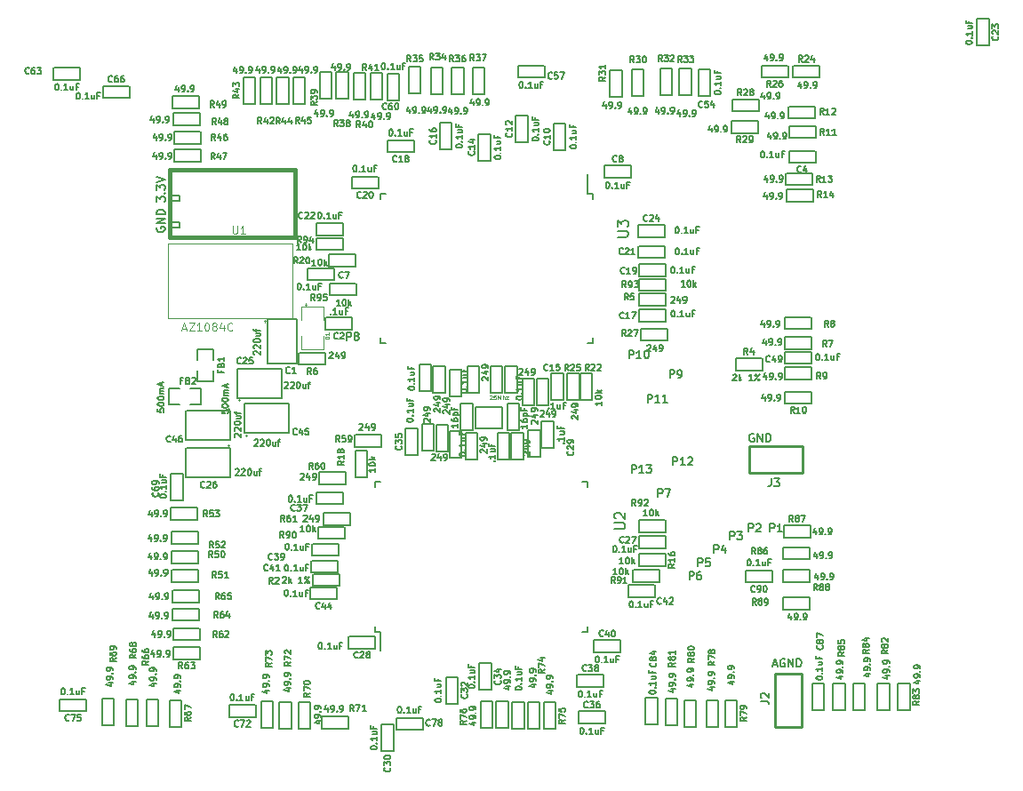
<source format=gto>
G04 #@! TF.FileFunction,Legend,Top*
%FSLAX46Y46*%
G04 Gerber Fmt 4.6, Leading zero omitted, Abs format (unit mm)*
G04 Created by KiCad (PCBNEW 4.0.6-e0-6349~53~ubuntu16.04.1) date Sat Apr 29 17:17:25 2017*
%MOMM*%
%LPD*%
G01*
G04 APERTURE LIST*
%ADD10C,0.150000*%
%ADD11C,0.200000*%
%ADD12C,0.127000*%
%ADD13C,0.100000*%
%ADD14C,0.099060*%
%ADD15C,0.381000*%
%ADD16C,0.254000*%
%ADD17C,0.125000*%
%ADD18C,0.093980*%
%ADD19C,0.190500*%
G04 APERTURE END LIST*
D10*
D11*
X104100000Y-88609523D02*
X104061905Y-88685714D01*
X104061905Y-88799999D01*
X104100000Y-88914285D01*
X104176190Y-88990476D01*
X104252381Y-89028571D01*
X104404762Y-89066666D01*
X104519048Y-89066666D01*
X104671429Y-89028571D01*
X104747619Y-88990476D01*
X104823810Y-88914285D01*
X104861905Y-88799999D01*
X104861905Y-88723809D01*
X104823810Y-88609523D01*
X104785714Y-88571428D01*
X104519048Y-88571428D01*
X104519048Y-88723809D01*
X104861905Y-88228571D02*
X104061905Y-88228571D01*
X104861905Y-87771428D01*
X104061905Y-87771428D01*
X104861905Y-87390476D02*
X104061905Y-87390476D01*
X104061905Y-87200000D01*
X104100000Y-87085714D01*
X104176190Y-87009523D01*
X104252381Y-86971428D01*
X104404762Y-86933333D01*
X104519048Y-86933333D01*
X104671429Y-86971428D01*
X104747619Y-87009523D01*
X104823810Y-87085714D01*
X104861905Y-87200000D01*
X104861905Y-87390476D01*
X104061905Y-86180952D02*
X104061905Y-85685714D01*
X104366667Y-85952381D01*
X104366667Y-85838095D01*
X104404762Y-85761905D01*
X104442857Y-85723809D01*
X104519048Y-85685714D01*
X104709524Y-85685714D01*
X104785714Y-85723809D01*
X104823810Y-85761905D01*
X104861905Y-85838095D01*
X104861905Y-86066667D01*
X104823810Y-86142857D01*
X104785714Y-86180952D01*
X104785714Y-85342857D02*
X104823810Y-85304762D01*
X104861905Y-85342857D01*
X104823810Y-85380952D01*
X104785714Y-85342857D01*
X104861905Y-85342857D01*
X104061905Y-85038095D02*
X104061905Y-84542857D01*
X104366667Y-84809524D01*
X104366667Y-84695238D01*
X104404762Y-84619048D01*
X104442857Y-84580952D01*
X104519048Y-84542857D01*
X104709524Y-84542857D01*
X104785714Y-84580952D01*
X104823810Y-84619048D01*
X104861905Y-84695238D01*
X104861905Y-84923810D01*
X104823810Y-85000000D01*
X104785714Y-85038095D01*
X104061905Y-84314286D02*
X104861905Y-84047619D01*
X104061905Y-83780952D01*
D12*
X107988000Y-101242000D02*
X107988000Y-100226000D01*
X107988000Y-100226000D02*
X109512000Y-100226000D01*
X109512000Y-100226000D02*
X109512000Y-101242000D01*
X109512000Y-102258000D02*
X109512000Y-103274000D01*
X109512000Y-103274000D02*
X107988000Y-103274000D01*
X107988000Y-103274000D02*
X107988000Y-102258000D01*
D10*
X134490000Y-105730000D02*
X136990000Y-105730000D01*
X136990000Y-105730000D02*
X136990000Y-107730000D01*
X136990000Y-107730000D02*
X134490000Y-107730000D01*
X134490000Y-107730000D02*
X134490000Y-105730000D01*
D12*
X106242000Y-105512000D02*
X105226000Y-105512000D01*
X105226000Y-105512000D02*
X105226000Y-103988000D01*
X105226000Y-103988000D02*
X106242000Y-103988000D01*
X107258000Y-103988000D02*
X108274000Y-103988000D01*
X108274000Y-103988000D02*
X108274000Y-105512000D01*
X108274000Y-105512000D02*
X107258000Y-105512000D01*
D10*
X145625000Y-85375000D02*
X145115000Y-85375000D01*
X145625000Y-99625000D02*
X145115000Y-99625000D01*
X125375000Y-99625000D02*
X125885000Y-99625000D01*
X125375000Y-85375000D02*
X125885000Y-85375000D01*
X145625000Y-85375000D02*
X145625000Y-85885000D01*
X125375000Y-85375000D02*
X125375000Y-85885000D01*
X125375000Y-99625000D02*
X125375000Y-99115000D01*
X145625000Y-99625000D02*
X145625000Y-99115000D01*
X145115000Y-85375000D02*
X145115000Y-83550000D01*
X124875000Y-127125000D02*
X125385000Y-127125000D01*
X124875000Y-112875000D02*
X125385000Y-112875000D01*
X145125000Y-112875000D02*
X144615000Y-112875000D01*
X145125000Y-127125000D02*
X144615000Y-127125000D01*
X124875000Y-127125000D02*
X124875000Y-126615000D01*
X145125000Y-127125000D02*
X145125000Y-126615000D01*
X145125000Y-112875000D02*
X145125000Y-113385000D01*
X124875000Y-112875000D02*
X124875000Y-113385000D01*
X125385000Y-127125000D02*
X125385000Y-128950000D01*
D13*
X118250000Y-95860000D02*
X118250000Y-96060000D01*
X118360000Y-95960000D02*
X118160000Y-95960000D01*
D14*
X117842440Y-97400000D02*
X117842440Y-96200000D01*
X117850000Y-96148160D02*
X119950000Y-96148160D01*
X119952960Y-96200000D02*
X119952960Y-97400000D01*
X119958040Y-99000000D02*
X119958040Y-100200000D01*
X119950000Y-100246760D02*
X117850000Y-100246760D01*
X117842120Y-100200000D02*
X117842120Y-99000000D01*
D10*
X105300000Y-88100000D02*
X106300000Y-88100000D01*
X106300000Y-88600000D02*
X105300000Y-88600000D01*
X106300000Y-88100000D02*
X106300000Y-88600000D01*
X106300000Y-85600000D02*
X106300000Y-86100000D01*
X106300000Y-86100000D02*
X105300000Y-86100000D01*
X105300000Y-85600000D02*
X106300000Y-85600000D01*
D15*
X117300000Y-83100000D02*
X105300000Y-83100000D01*
X105300000Y-83100000D02*
X105300000Y-89600000D01*
X105300000Y-89600000D02*
X117300000Y-89600000D01*
X117300000Y-89600000D02*
X117300000Y-83100000D01*
D14*
X105150000Y-90152000D02*
X117050000Y-90152000D01*
X117042000Y-90200000D02*
X117042000Y-97200000D01*
X117050000Y-97248000D02*
X105150000Y-97248000D01*
X105158000Y-97200000D02*
X105158000Y-90200000D01*
D16*
X162970000Y-131190000D02*
X162970000Y-136190000D01*
X162970000Y-131170000D02*
X165510000Y-131170000D01*
X165525240Y-131190000D02*
X165525240Y-136190000D01*
X165525240Y-136225240D02*
X162964920Y-136225240D01*
X160568000Y-112014000D02*
X165568000Y-112014000D01*
X160548000Y-112014000D02*
X160548000Y-109474000D01*
X160568000Y-109458760D02*
X165568000Y-109458760D01*
X165603240Y-109458760D02*
X165603240Y-112019080D01*
D12*
X162700000Y-122440000D02*
X160200000Y-122440000D01*
X160180000Y-122440000D02*
X160180000Y-121300000D01*
X160200000Y-121300000D02*
X162700000Y-121300000D01*
X162720000Y-121300000D02*
X162720000Y-122440000D01*
X166530000Y-134550000D02*
X166530000Y-132050000D01*
X166530000Y-132030000D02*
X167670000Y-132030000D01*
X167670000Y-132050000D02*
X167670000Y-134550000D01*
X167670000Y-134570000D02*
X166530000Y-134570000D01*
X151770000Y-133450000D02*
X151770000Y-135950000D01*
X151770000Y-135970000D02*
X150630000Y-135970000D01*
X150630000Y-135950000D02*
X150630000Y-133450000D01*
X150630000Y-133430000D02*
X151770000Y-133430000D01*
X137930000Y-136400000D02*
X137930000Y-133900000D01*
X137930000Y-133880000D02*
X139070000Y-133880000D01*
X139070000Y-133900000D02*
X139070000Y-136400000D01*
X139070000Y-136420000D02*
X137930000Y-136420000D01*
X129420000Y-136470000D02*
X126920000Y-136470000D01*
X126900000Y-136470000D02*
X126900000Y-135330000D01*
X126920000Y-135330000D02*
X129420000Y-135330000D01*
X129440000Y-135330000D02*
X129440000Y-136470000D01*
X97360000Y-134710000D02*
X94860000Y-134710000D01*
X94840000Y-134710000D02*
X94840000Y-133570000D01*
X94860000Y-133570000D02*
X97360000Y-133570000D01*
X97380000Y-133570000D02*
X97380000Y-134710000D01*
X113490000Y-135270000D02*
X110990000Y-135270000D01*
X110970000Y-135270000D02*
X110970000Y-134130000D01*
X110990000Y-134130000D02*
X113490000Y-134130000D01*
X113510000Y-134130000D02*
X113510000Y-135270000D01*
X105440000Y-114620000D02*
X105440000Y-112120000D01*
X105440000Y-112100000D02*
X106580000Y-112100000D01*
X106580000Y-112120000D02*
X106580000Y-114620000D01*
X106580000Y-114640000D02*
X105440000Y-114640000D01*
X98970000Y-75140000D02*
X101470000Y-75140000D01*
X101490000Y-75140000D02*
X101490000Y-76280000D01*
X101470000Y-76280000D02*
X98970000Y-76280000D01*
X98950000Y-76280000D02*
X98950000Y-75140000D01*
X94280000Y-73400000D02*
X96780000Y-73400000D01*
X96800000Y-73400000D02*
X96800000Y-74540000D01*
X96780000Y-74540000D02*
X94280000Y-74540000D01*
X94260000Y-74540000D02*
X94260000Y-73400000D01*
X127180000Y-73960000D02*
X127180000Y-76460000D01*
X127180000Y-76480000D02*
X126040000Y-76480000D01*
X126040000Y-76460000D02*
X126040000Y-73960000D01*
X126040000Y-73940000D02*
X127180000Y-73940000D01*
X138510000Y-73190000D02*
X141010000Y-73190000D01*
X141030000Y-73190000D02*
X141030000Y-74330000D01*
X141010000Y-74330000D02*
X138510000Y-74330000D01*
X138490000Y-74330000D02*
X138490000Y-73190000D01*
X155670000Y-76050000D02*
X155670000Y-73550000D01*
X155670000Y-73530000D02*
X156810000Y-73530000D01*
X156810000Y-73550000D02*
X156810000Y-76050000D01*
X156810000Y-76070000D02*
X155670000Y-76070000D01*
X166450000Y-101620000D02*
X163950000Y-101620000D01*
X163930000Y-101620000D02*
X163930000Y-100480000D01*
X163950000Y-100480000D02*
X166450000Y-100480000D01*
X166470000Y-100480000D02*
X166470000Y-101620000D01*
X133020000Y-107900000D02*
X133020000Y-105400000D01*
X133020000Y-105380000D02*
X134160000Y-105380000D01*
X134160000Y-105400000D02*
X134160000Y-107900000D01*
X134160000Y-107920000D02*
X133020000Y-107920000D01*
X137490000Y-107900000D02*
X137490000Y-105400000D01*
X137490000Y-105380000D02*
X138630000Y-105380000D01*
X138630000Y-105400000D02*
X138630000Y-107900000D01*
X138630000Y-107920000D02*
X137490000Y-107920000D01*
X121240000Y-124060000D02*
X118740000Y-124060000D01*
X118720000Y-124060000D02*
X118720000Y-122920000D01*
X118740000Y-122920000D02*
X121240000Y-122920000D01*
X121260000Y-122920000D02*
X121260000Y-124060000D01*
X149000000Y-122680000D02*
X151500000Y-122680000D01*
X151520000Y-122680000D02*
X151520000Y-123820000D01*
X151500000Y-123820000D02*
X149000000Y-123820000D01*
X148980000Y-123820000D02*
X148980000Y-122680000D01*
X121350000Y-121510000D02*
X118850000Y-121510000D01*
X118830000Y-121510000D02*
X118830000Y-120370000D01*
X118850000Y-120370000D02*
X121350000Y-120370000D01*
X121370000Y-120370000D02*
X121370000Y-121510000D01*
X145750000Y-127930000D02*
X148250000Y-127930000D01*
X148270000Y-127930000D02*
X148270000Y-129070000D01*
X148250000Y-129070000D02*
X145750000Y-129070000D01*
X145730000Y-129070000D02*
X145730000Y-127930000D01*
X121430000Y-119890000D02*
X118930000Y-119890000D01*
X118910000Y-119890000D02*
X118910000Y-118750000D01*
X118930000Y-118750000D02*
X121430000Y-118750000D01*
X121450000Y-118750000D02*
X121450000Y-119890000D01*
X144150000Y-131230000D02*
X146650000Y-131230000D01*
X146670000Y-131230000D02*
X146670000Y-132370000D01*
X146650000Y-132370000D02*
X144150000Y-132370000D01*
X144130000Y-132370000D02*
X144130000Y-131230000D01*
X121800000Y-114970000D02*
X119300000Y-114970000D01*
X119280000Y-114970000D02*
X119280000Y-113830000D01*
X119300000Y-113830000D02*
X121800000Y-113830000D01*
X121820000Y-113830000D02*
X121820000Y-114970000D01*
X144300000Y-134730000D02*
X146800000Y-134730000D01*
X146820000Y-134730000D02*
X146820000Y-135870000D01*
X146800000Y-135870000D02*
X144300000Y-135870000D01*
X144280000Y-135870000D02*
X144280000Y-134730000D01*
X127790000Y-110290000D02*
X127790000Y-107790000D01*
X127790000Y-107770000D02*
X128930000Y-107770000D01*
X128930000Y-107790000D02*
X128930000Y-110290000D01*
X128930000Y-110310000D02*
X127790000Y-110310000D01*
X135970000Y-130150000D02*
X135970000Y-132650000D01*
X135970000Y-132670000D02*
X134830000Y-132670000D01*
X134830000Y-132650000D02*
X134830000Y-130150000D01*
X134830000Y-130130000D02*
X135970000Y-130130000D01*
X131970000Y-110550000D02*
X131970000Y-108050000D01*
X131970000Y-108030000D02*
X133110000Y-108030000D01*
X133110000Y-108050000D02*
X133110000Y-110550000D01*
X133110000Y-110570000D02*
X131970000Y-110570000D01*
X132790000Y-131460000D02*
X132790000Y-133960000D01*
X132790000Y-133980000D02*
X131650000Y-133980000D01*
X131650000Y-133960000D02*
X131650000Y-131460000D01*
X131650000Y-131440000D02*
X132790000Y-131440000D01*
X136530000Y-110700000D02*
X136530000Y-108200000D01*
X136530000Y-108180000D02*
X137670000Y-108180000D01*
X137670000Y-108200000D02*
X137670000Y-110700000D01*
X137670000Y-110720000D02*
X136530000Y-110720000D01*
X126660000Y-135990000D02*
X126660000Y-138490000D01*
X126660000Y-138510000D02*
X125520000Y-138510000D01*
X125520000Y-138490000D02*
X125520000Y-135990000D01*
X125520000Y-135970000D02*
X126660000Y-135970000D01*
X140740000Y-109610000D02*
X140740000Y-107110000D01*
X140740000Y-107090000D02*
X141880000Y-107090000D01*
X141880000Y-107110000D02*
X141880000Y-109610000D01*
X141880000Y-109630000D02*
X140740000Y-109630000D01*
X124890000Y-128740000D02*
X122390000Y-128740000D01*
X122370000Y-128740000D02*
X122370000Y-127600000D01*
X122390000Y-127600000D02*
X124890000Y-127600000D01*
X124910000Y-127600000D02*
X124910000Y-128740000D01*
X150070000Y-118040000D02*
X152570000Y-118040000D01*
X152590000Y-118040000D02*
X152590000Y-119180000D01*
X152570000Y-119180000D02*
X150070000Y-119180000D01*
X150050000Y-119180000D02*
X150050000Y-118040000D01*
X149950000Y-88380000D02*
X152450000Y-88380000D01*
X152470000Y-88380000D02*
X152470000Y-89520000D01*
X152450000Y-89520000D02*
X149950000Y-89520000D01*
X149930000Y-89520000D02*
X149930000Y-88380000D01*
X183360000Y-68780000D02*
X183360000Y-71280000D01*
X183360000Y-71300000D02*
X182220000Y-71300000D01*
X182220000Y-71280000D02*
X182220000Y-68780000D01*
X182220000Y-68760000D02*
X183360000Y-68760000D01*
X121810000Y-89350000D02*
X119310000Y-89350000D01*
X119290000Y-89350000D02*
X119290000Y-88210000D01*
X119310000Y-88210000D02*
X121810000Y-88210000D01*
X121830000Y-88210000D02*
X121830000Y-89350000D01*
X150000000Y-90405000D02*
X152500000Y-90405000D01*
X152520000Y-90405000D02*
X152520000Y-91545000D01*
X152500000Y-91545000D02*
X150000000Y-91545000D01*
X149980000Y-91545000D02*
X149980000Y-90405000D01*
X125170000Y-84910000D02*
X122670000Y-84910000D01*
X122650000Y-84910000D02*
X122650000Y-83770000D01*
X122670000Y-83770000D02*
X125170000Y-83770000D01*
X125190000Y-83770000D02*
X125190000Y-84910000D01*
X150050000Y-92130000D02*
X152550000Y-92130000D01*
X152570000Y-92130000D02*
X152570000Y-93270000D01*
X152550000Y-93270000D02*
X150050000Y-93270000D01*
X150030000Y-93270000D02*
X150030000Y-92130000D01*
X150050000Y-96430000D02*
X152550000Y-96430000D01*
X152570000Y-96430000D02*
X152570000Y-97570000D01*
X152550000Y-97570000D02*
X150050000Y-97570000D01*
X150030000Y-97570000D02*
X150030000Y-96430000D01*
X131050000Y-81160000D02*
X131050000Y-78660000D01*
X131050000Y-78640000D02*
X132190000Y-78640000D01*
X132190000Y-78660000D02*
X132190000Y-81160000D01*
X132190000Y-81180000D02*
X131050000Y-81180000D01*
X142820000Y-102520000D02*
X142820000Y-105020000D01*
X142820000Y-105040000D02*
X141680000Y-105040000D01*
X141680000Y-105020000D02*
X141680000Y-102520000D01*
X141680000Y-102500000D02*
X142820000Y-102500000D01*
X134720000Y-82230000D02*
X134720000Y-79730000D01*
X134720000Y-79710000D02*
X135860000Y-79710000D01*
X135860000Y-79730000D02*
X135860000Y-82230000D01*
X135860000Y-82250000D02*
X134720000Y-82250000D01*
X138390000Y-101880000D02*
X138390000Y-104380000D01*
X138390000Y-104400000D02*
X137250000Y-104400000D01*
X137250000Y-104380000D02*
X137250000Y-101880000D01*
X137250000Y-101860000D02*
X138390000Y-101860000D01*
X138300000Y-80480000D02*
X138300000Y-77980000D01*
X138300000Y-77960000D02*
X139440000Y-77960000D01*
X139440000Y-77980000D02*
X139440000Y-80480000D01*
X139440000Y-80500000D02*
X138300000Y-80500000D01*
X134800000Y-101890000D02*
X134800000Y-104390000D01*
X134800000Y-104410000D02*
X133660000Y-104410000D01*
X133660000Y-104390000D02*
X133660000Y-101890000D01*
X133660000Y-101870000D02*
X134800000Y-101870000D01*
X141905000Y-81225000D02*
X141905000Y-78725000D01*
X141905000Y-78705000D02*
X143045000Y-78705000D01*
X143045000Y-78725000D02*
X143045000Y-81225000D01*
X143045000Y-81245000D02*
X141905000Y-81245000D01*
X130250000Y-101730000D02*
X130250000Y-104230000D01*
X130250000Y-104250000D02*
X129110000Y-104250000D01*
X129110000Y-104230000D02*
X129110000Y-101730000D01*
X129110000Y-101710000D02*
X130250000Y-101710000D01*
X146750000Y-82730000D02*
X149250000Y-82730000D01*
X149270000Y-82730000D02*
X149270000Y-83870000D01*
X149250000Y-83870000D02*
X146750000Y-83870000D01*
X146730000Y-83870000D02*
X146730000Y-82730000D01*
X120990000Y-93640000D02*
X118490000Y-93640000D01*
X118470000Y-93640000D02*
X118470000Y-92500000D01*
X118490000Y-92500000D02*
X120990000Y-92500000D01*
X121010000Y-92500000D02*
X121010000Y-93640000D01*
X166825000Y-82470000D02*
X164325000Y-82470000D01*
X164305000Y-82470000D02*
X164305000Y-81330000D01*
X164325000Y-81330000D02*
X166825000Y-81330000D01*
X166845000Y-81330000D02*
X166845000Y-82470000D01*
X122690000Y-98350000D02*
X120190000Y-98350000D01*
X120170000Y-98350000D02*
X120170000Y-97210000D01*
X120190000Y-97210000D02*
X122690000Y-97210000D01*
X122710000Y-97210000D02*
X122710000Y-98350000D01*
X128580000Y-81470000D02*
X126080000Y-81470000D01*
X126060000Y-81470000D02*
X126060000Y-80330000D01*
X126080000Y-80330000D02*
X128580000Y-80330000D01*
X128600000Y-80330000D02*
X128600000Y-81470000D01*
X120540000Y-93940000D02*
X120540000Y-95080000D01*
X123080000Y-93940000D02*
X123080000Y-95080000D01*
X120560000Y-93940000D02*
X123060000Y-93940000D01*
X123060000Y-95080000D02*
X120560000Y-95080000D01*
X119290000Y-89640000D02*
X119290000Y-90780000D01*
X121830000Y-89640000D02*
X121830000Y-90780000D01*
X119310000Y-89640000D02*
X121810000Y-89640000D01*
X121810000Y-90780000D02*
X119310000Y-90780000D01*
X152570000Y-94670000D02*
X152570000Y-93530000D01*
X150030000Y-94670000D02*
X150030000Y-93530000D01*
X152550000Y-94670000D02*
X150050000Y-94670000D01*
X150050000Y-93530000D02*
X152550000Y-93530000D01*
X152540000Y-117660000D02*
X152540000Y-116520000D01*
X150000000Y-117660000D02*
X150000000Y-116520000D01*
X152520000Y-117660000D02*
X150020000Y-117660000D01*
X150020000Y-116520000D02*
X152520000Y-116520000D01*
X152020000Y-122370000D02*
X152020000Y-121230000D01*
X149480000Y-122370000D02*
X149480000Y-121230000D01*
X152000000Y-122370000D02*
X149500000Y-122370000D01*
X149500000Y-121230000D02*
X152000000Y-121230000D01*
X119430000Y-117140000D02*
X119430000Y-118280000D01*
X121970000Y-117140000D02*
X121970000Y-118280000D01*
X119450000Y-117140000D02*
X121950000Y-117140000D01*
X121950000Y-118280000D02*
X119450000Y-118280000D01*
X163750000Y-123860000D02*
X163750000Y-125000000D01*
X166290000Y-123860000D02*
X166290000Y-125000000D01*
X163770000Y-123860000D02*
X166270000Y-123860000D01*
X166270000Y-125000000D02*
X163770000Y-125000000D01*
X166300000Y-122390000D02*
X166300000Y-121250000D01*
X163760000Y-122390000D02*
X163760000Y-121250000D01*
X166280000Y-122390000D02*
X163780000Y-122390000D01*
X163780000Y-121250000D02*
X166280000Y-121250000D01*
X163820000Y-117010000D02*
X163820000Y-118150000D01*
X166360000Y-117010000D02*
X166360000Y-118150000D01*
X163840000Y-117010000D02*
X166340000Y-117010000D01*
X166340000Y-118150000D02*
X163840000Y-118150000D01*
X166300000Y-120230000D02*
X166300000Y-119090000D01*
X163760000Y-120230000D02*
X163760000Y-119090000D01*
X166280000Y-120230000D02*
X163780000Y-120230000D01*
X163780000Y-119090000D02*
X166280000Y-119090000D01*
X169670000Y-132030000D02*
X168530000Y-132030000D01*
X169670000Y-134570000D02*
X168530000Y-134570000D01*
X169670000Y-132050000D02*
X169670000Y-134550000D01*
X168530000Y-134550000D02*
X168530000Y-132050000D01*
X170430000Y-134570000D02*
X171570000Y-134570000D01*
X170430000Y-132030000D02*
X171570000Y-132030000D01*
X170430000Y-134550000D02*
X170430000Y-132050000D01*
X171570000Y-132050000D02*
X171570000Y-134550000D01*
X175830000Y-132080000D02*
X174690000Y-132080000D01*
X175830000Y-134620000D02*
X174690000Y-134620000D01*
X175830000Y-132100000D02*
X175830000Y-134600000D01*
X174690000Y-134600000D02*
X174690000Y-132100000D01*
X172730000Y-134570000D02*
X173870000Y-134570000D01*
X172730000Y-132030000D02*
X173870000Y-132030000D01*
X172730000Y-134550000D02*
X172730000Y-132050000D01*
X173870000Y-132050000D02*
X173870000Y-134550000D01*
X153670000Y-133530000D02*
X152530000Y-133530000D01*
X153670000Y-136070000D02*
X152530000Y-136070000D01*
X153670000Y-133550000D02*
X153670000Y-136050000D01*
X152530000Y-136050000D02*
X152530000Y-133550000D01*
X154330000Y-136170000D02*
X155470000Y-136170000D01*
X154330000Y-133630000D02*
X155470000Y-133630000D01*
X154330000Y-136150000D02*
X154330000Y-133650000D01*
X155470000Y-133650000D02*
X155470000Y-136150000D01*
X159370000Y-133630000D02*
X158230000Y-133630000D01*
X159370000Y-136170000D02*
X158230000Y-136170000D01*
X159370000Y-133650000D02*
X159370000Y-136150000D01*
X158230000Y-136150000D02*
X158230000Y-133650000D01*
X156430000Y-136170000D02*
X157570000Y-136170000D01*
X156430000Y-133630000D02*
X157570000Y-133630000D01*
X156430000Y-136150000D02*
X156430000Y-133650000D01*
X157570000Y-133650000D02*
X157570000Y-136150000D01*
X136070000Y-133780000D02*
X134930000Y-133780000D01*
X136070000Y-136320000D02*
X134930000Y-136320000D01*
X136070000Y-133800000D02*
X136070000Y-136300000D01*
X134930000Y-136300000D02*
X134930000Y-133800000D01*
X136430000Y-136320000D02*
X137570000Y-136320000D01*
X136430000Y-133780000D02*
X137570000Y-133780000D01*
X136430000Y-136300000D02*
X136430000Y-133800000D01*
X137570000Y-133800000D02*
X137570000Y-136300000D01*
X142070000Y-133880000D02*
X140930000Y-133880000D01*
X142070000Y-136420000D02*
X140930000Y-136420000D01*
X142070000Y-133900000D02*
X142070000Y-136400000D01*
X140930000Y-136400000D02*
X140930000Y-133900000D01*
X139430000Y-136420000D02*
X140570000Y-136420000D01*
X139430000Y-133880000D02*
X140570000Y-133880000D01*
X139430000Y-136400000D02*
X139430000Y-133900000D01*
X140570000Y-133900000D02*
X140570000Y-136400000D01*
X115180000Y-133780000D02*
X114040000Y-133780000D01*
X115180000Y-136320000D02*
X114040000Y-136320000D01*
X115180000Y-133800000D02*
X115180000Y-136300000D01*
X114040000Y-136300000D02*
X114040000Y-133800000D01*
X115780000Y-136340000D02*
X116920000Y-136340000D01*
X115780000Y-133800000D02*
X116920000Y-133800000D01*
X115780000Y-136320000D02*
X115780000Y-133820000D01*
X116920000Y-133820000D02*
X116920000Y-136320000D01*
X122350000Y-136340000D02*
X122350000Y-135200000D01*
X119810000Y-136340000D02*
X119810000Y-135200000D01*
X122330000Y-136340000D02*
X119830000Y-136340000D01*
X119830000Y-135200000D02*
X122330000Y-135200000D01*
X117590000Y-136400000D02*
X118730000Y-136400000D01*
X117590000Y-133860000D02*
X118730000Y-133860000D01*
X117590000Y-136380000D02*
X117590000Y-133880000D01*
X118730000Y-133880000D02*
X118730000Y-136380000D01*
X100000000Y-133470000D02*
X98860000Y-133470000D01*
X100000000Y-136010000D02*
X98860000Y-136010000D01*
X100000000Y-133490000D02*
X100000000Y-135990000D01*
X98860000Y-135990000D02*
X98860000Y-133490000D01*
X101140000Y-136130000D02*
X102280000Y-136130000D01*
X101140000Y-133590000D02*
X102280000Y-133590000D01*
X101140000Y-136110000D02*
X101140000Y-133610000D01*
X102280000Y-133610000D02*
X102280000Y-136110000D01*
X106430000Y-133650000D02*
X105290000Y-133650000D01*
X106430000Y-136190000D02*
X105290000Y-136190000D01*
X106430000Y-133670000D02*
X106430000Y-136170000D01*
X105290000Y-136170000D02*
X105290000Y-133670000D01*
X103110000Y-136130000D02*
X104250000Y-136130000D01*
X103110000Y-133590000D02*
X104250000Y-133590000D01*
X103110000Y-136110000D02*
X103110000Y-133610000D01*
X104250000Y-133610000D02*
X104250000Y-136110000D01*
X108160000Y-124320000D02*
X108160000Y-123180000D01*
X105620000Y-124320000D02*
X105620000Y-123180000D01*
X108140000Y-124320000D02*
X105640000Y-124320000D01*
X105640000Y-123180000D02*
X108140000Y-123180000D01*
X105590000Y-124920000D02*
X105590000Y-126060000D01*
X108130000Y-124920000D02*
X108130000Y-126060000D01*
X105610000Y-124920000D02*
X108110000Y-124920000D01*
X108110000Y-126060000D02*
X105610000Y-126060000D01*
X108210000Y-129740000D02*
X108210000Y-128600000D01*
X105670000Y-129740000D02*
X105670000Y-128600000D01*
X108190000Y-129740000D02*
X105690000Y-129740000D01*
X105690000Y-128600000D02*
X108190000Y-128600000D01*
X105630000Y-126810000D02*
X105630000Y-127950000D01*
X108170000Y-126810000D02*
X108170000Y-127950000D01*
X105650000Y-126810000D02*
X108150000Y-126810000D01*
X108150000Y-127950000D02*
X105650000Y-127950000D01*
X122500000Y-116970000D02*
X122500000Y-115830000D01*
X119960000Y-116970000D02*
X119960000Y-115830000D01*
X122480000Y-116970000D02*
X119980000Y-116970000D01*
X119980000Y-115830000D02*
X122480000Y-115830000D01*
X122090000Y-113080000D02*
X122090000Y-111940000D01*
X119550000Y-113080000D02*
X119550000Y-111940000D01*
X122070000Y-113080000D02*
X119570000Y-113080000D01*
X119570000Y-111940000D02*
X122070000Y-111940000D01*
X125510000Y-109520000D02*
X125510000Y-108380000D01*
X122970000Y-109520000D02*
X122970000Y-108380000D01*
X125490000Y-109520000D02*
X122990000Y-109520000D01*
X122990000Y-108380000D02*
X125490000Y-108380000D01*
X129370000Y-109910000D02*
X130510000Y-109910000D01*
X129370000Y-107370000D02*
X130510000Y-107370000D01*
X129370000Y-109890000D02*
X129370000Y-107390000D01*
X130510000Y-107390000D02*
X130510000Y-109890000D01*
X130690000Y-109930000D02*
X131830000Y-109930000D01*
X130690000Y-107390000D02*
X131830000Y-107390000D01*
X130690000Y-109910000D02*
X130690000Y-107410000D01*
X131830000Y-107410000D02*
X131830000Y-109910000D01*
X133520000Y-110740000D02*
X134660000Y-110740000D01*
X133520000Y-108200000D02*
X134660000Y-108200000D01*
X133520000Y-110720000D02*
X133520000Y-108220000D01*
X134660000Y-108220000D02*
X134660000Y-110720000D01*
X137870000Y-110700000D02*
X139010000Y-110700000D01*
X137870000Y-108160000D02*
X139010000Y-108160000D01*
X137870000Y-110680000D02*
X137870000Y-108180000D01*
X139010000Y-108180000D02*
X139010000Y-110680000D01*
X139490000Y-110500000D02*
X140630000Y-110500000D01*
X139490000Y-107960000D02*
X140630000Y-107960000D01*
X139490000Y-110480000D02*
X139490000Y-107980000D01*
X140630000Y-107980000D02*
X140630000Y-110480000D01*
X107950000Y-116450000D02*
X107950000Y-115310000D01*
X105410000Y-116450000D02*
X105410000Y-115310000D01*
X107930000Y-116450000D02*
X105430000Y-116450000D01*
X105430000Y-115310000D02*
X107930000Y-115310000D01*
X105500000Y-117620000D02*
X105500000Y-118760000D01*
X108040000Y-117620000D02*
X108040000Y-118760000D01*
X105520000Y-117620000D02*
X108020000Y-117620000D01*
X108020000Y-118760000D02*
X105520000Y-118760000D01*
X108060000Y-122380000D02*
X108060000Y-121240000D01*
X105520000Y-122380000D02*
X105520000Y-121240000D01*
X108040000Y-122380000D02*
X105540000Y-122380000D01*
X105540000Y-121240000D02*
X108040000Y-121240000D01*
X105500000Y-119470000D02*
X105500000Y-120610000D01*
X108040000Y-119470000D02*
X108040000Y-120610000D01*
X105520000Y-119470000D02*
X108020000Y-119470000D01*
X108020000Y-120610000D02*
X105520000Y-120610000D01*
X108130000Y-77280000D02*
X108130000Y-76140000D01*
X105590000Y-77280000D02*
X105590000Y-76140000D01*
X108110000Y-77280000D02*
X105610000Y-77280000D01*
X105610000Y-76140000D02*
X108110000Y-76140000D01*
X105650000Y-77740000D02*
X105650000Y-78880000D01*
X108190000Y-77740000D02*
X108190000Y-78880000D01*
X105670000Y-77740000D02*
X108170000Y-77740000D01*
X108170000Y-78880000D02*
X105670000Y-78880000D01*
X108300000Y-82360000D02*
X108300000Y-81220000D01*
X105760000Y-82360000D02*
X105760000Y-81220000D01*
X108280000Y-82360000D02*
X105780000Y-82360000D01*
X105780000Y-81220000D02*
X108280000Y-81220000D01*
X105710000Y-79490000D02*
X105710000Y-80630000D01*
X108250000Y-79490000D02*
X108250000Y-80630000D01*
X105730000Y-79490000D02*
X108230000Y-79490000D01*
X108230000Y-80630000D02*
X105730000Y-80630000D01*
X117060000Y-76870000D02*
X118200000Y-76870000D01*
X117060000Y-74330000D02*
X118200000Y-74330000D01*
X117060000Y-76850000D02*
X117060000Y-74350000D01*
X118200000Y-74350000D02*
X118200000Y-76850000D01*
X116640000Y-74310000D02*
X115500000Y-74310000D01*
X116640000Y-76850000D02*
X115500000Y-76850000D01*
X116640000Y-74330000D02*
X116640000Y-76830000D01*
X115500000Y-76830000D02*
X115500000Y-74330000D01*
X112330000Y-76850000D02*
X113470000Y-76850000D01*
X112330000Y-74310000D02*
X113470000Y-74310000D01*
X112330000Y-76830000D02*
X112330000Y-74330000D01*
X113470000Y-74330000D02*
X113470000Y-76830000D01*
X115080000Y-74320000D02*
X113940000Y-74320000D01*
X115080000Y-76860000D02*
X113940000Y-76860000D01*
X115080000Y-74340000D02*
X115080000Y-76840000D01*
X113940000Y-76840000D02*
X113940000Y-74340000D01*
X124440000Y-76420000D02*
X125580000Y-76420000D01*
X124440000Y-73880000D02*
X125580000Y-73880000D01*
X124440000Y-76400000D02*
X124440000Y-73900000D01*
X125580000Y-73900000D02*
X125580000Y-76400000D01*
X123980000Y-73880000D02*
X122840000Y-73880000D01*
X123980000Y-76420000D02*
X122840000Y-76420000D01*
X123980000Y-73900000D02*
X123980000Y-76400000D01*
X122840000Y-76400000D02*
X122840000Y-73900000D01*
X119610000Y-76370000D02*
X120750000Y-76370000D01*
X119610000Y-73830000D02*
X120750000Y-73830000D01*
X119610000Y-76350000D02*
X119610000Y-73850000D01*
X120750000Y-73850000D02*
X120750000Y-76350000D01*
X122320000Y-73850000D02*
X121180000Y-73850000D01*
X122320000Y-76390000D02*
X121180000Y-76390000D01*
X122320000Y-73870000D02*
X122320000Y-76370000D01*
X121180000Y-76370000D02*
X121180000Y-73870000D01*
X134190000Y-75910000D02*
X135330000Y-75910000D01*
X134190000Y-73370000D02*
X135330000Y-73370000D01*
X134190000Y-75890000D02*
X134190000Y-73390000D01*
X135330000Y-73390000D02*
X135330000Y-75890000D01*
X133330000Y-73350000D02*
X132190000Y-73350000D01*
X133330000Y-75890000D02*
X132190000Y-75890000D01*
X133330000Y-73370000D02*
X133330000Y-75870000D01*
X132190000Y-75870000D02*
X132190000Y-73370000D01*
X128100000Y-75870000D02*
X129240000Y-75870000D01*
X128100000Y-73330000D02*
X129240000Y-73330000D01*
X128100000Y-75850000D02*
X128100000Y-73350000D01*
X129240000Y-73350000D02*
X129240000Y-75850000D01*
X131340000Y-73350000D02*
X130200000Y-73350000D01*
X131340000Y-75890000D02*
X130200000Y-75890000D01*
X131340000Y-73370000D02*
X131340000Y-75870000D01*
X130200000Y-75870000D02*
X130200000Y-73370000D01*
X153870000Y-76040000D02*
X155010000Y-76040000D01*
X153870000Y-73500000D02*
X155010000Y-73500000D01*
X153870000Y-76020000D02*
X153870000Y-73520000D01*
X155010000Y-73520000D02*
X155010000Y-76020000D01*
X153180000Y-73450000D02*
X152040000Y-73450000D01*
X153180000Y-75990000D02*
X152040000Y-75990000D01*
X153180000Y-73470000D02*
X153180000Y-75970000D01*
X152040000Y-75970000D02*
X152040000Y-73470000D01*
X147260000Y-76150000D02*
X148400000Y-76150000D01*
X147260000Y-73610000D02*
X148400000Y-73610000D01*
X147260000Y-76130000D02*
X147260000Y-73630000D01*
X148400000Y-73630000D02*
X148400000Y-76130000D01*
X150470000Y-73590000D02*
X149330000Y-73590000D01*
X150470000Y-76130000D02*
X149330000Y-76130000D01*
X150470000Y-73610000D02*
X150470000Y-76110000D01*
X149330000Y-76110000D02*
X149330000Y-73610000D01*
X161370000Y-79620000D02*
X161370000Y-78480000D01*
X158830000Y-79620000D02*
X158830000Y-78480000D01*
X161350000Y-79620000D02*
X158850000Y-79620000D01*
X158850000Y-78480000D02*
X161350000Y-78480000D01*
X158905000Y-76405000D02*
X158905000Y-77545000D01*
X161445000Y-76405000D02*
X161445000Y-77545000D01*
X158925000Y-76405000D02*
X161425000Y-76405000D01*
X161425000Y-77545000D02*
X158925000Y-77545000D01*
X150180000Y-98255000D02*
X150180000Y-99395000D01*
X152720000Y-98255000D02*
X152720000Y-99395000D01*
X150200000Y-98255000D02*
X152700000Y-98255000D01*
X152700000Y-99395000D02*
X150200000Y-99395000D01*
X164220000Y-74320000D02*
X164220000Y-73180000D01*
X161680000Y-74320000D02*
X161680000Y-73180000D01*
X164200000Y-74320000D02*
X161700000Y-74320000D01*
X161700000Y-73180000D02*
X164200000Y-73180000D01*
X144320000Y-102480000D02*
X143180000Y-102480000D01*
X144320000Y-105020000D02*
X143180000Y-105020000D01*
X144320000Y-102500000D02*
X144320000Y-105000000D01*
X143180000Y-105000000D02*
X143180000Y-102500000D01*
X164705000Y-73205000D02*
X164705000Y-74345000D01*
X167245000Y-73205000D02*
X167245000Y-74345000D01*
X164725000Y-73205000D02*
X167225000Y-73205000D01*
X167225000Y-74345000D02*
X164725000Y-74345000D01*
X141400000Y-103050000D02*
X140260000Y-103050000D01*
X141400000Y-105590000D02*
X140260000Y-105590000D01*
X141400000Y-103070000D02*
X141400000Y-105570000D01*
X140260000Y-105570000D02*
X140260000Y-103070000D01*
X145570000Y-102480000D02*
X144430000Y-102480000D01*
X145570000Y-105020000D02*
X144430000Y-105020000D01*
X145570000Y-102500000D02*
X145570000Y-105000000D01*
X144430000Y-105000000D02*
X144430000Y-102500000D01*
X140060000Y-103050000D02*
X138920000Y-103050000D01*
X140060000Y-105590000D02*
X138920000Y-105590000D01*
X140060000Y-103070000D02*
X140060000Y-105570000D01*
X138920000Y-105570000D02*
X138920000Y-103070000D01*
X123020000Y-92320000D02*
X123020000Y-91180000D01*
X120480000Y-92320000D02*
X120480000Y-91180000D01*
X123000000Y-92320000D02*
X120500000Y-92320000D01*
X120500000Y-91180000D02*
X123000000Y-91180000D01*
X137020000Y-101800000D02*
X135880000Y-101800000D01*
X137020000Y-104340000D02*
X135880000Y-104340000D01*
X137020000Y-101820000D02*
X137020000Y-104320000D01*
X135880000Y-104320000D02*
X135880000Y-101820000D01*
X124150000Y-109910000D02*
X123010000Y-109910000D01*
X124150000Y-112450000D02*
X123010000Y-112450000D01*
X124150000Y-109930000D02*
X124150000Y-112430000D01*
X123010000Y-112430000D02*
X123010000Y-109930000D01*
X133110000Y-102160000D02*
X131970000Y-102160000D01*
X133110000Y-104700000D02*
X131970000Y-104700000D01*
X133110000Y-102180000D02*
X133110000Y-104680000D01*
X131970000Y-104680000D02*
X131970000Y-102180000D01*
X150050000Y-119710000D02*
X150050000Y-120850000D01*
X152590000Y-119710000D02*
X152590000Y-120850000D01*
X150070000Y-119710000D02*
X152570000Y-119710000D01*
X152570000Y-120850000D02*
X150070000Y-120850000D01*
X131550000Y-101850000D02*
X130410000Y-101850000D01*
X131550000Y-104390000D02*
X130410000Y-104390000D01*
X131550000Y-101870000D02*
X131550000Y-104370000D01*
X130410000Y-104370000D02*
X130410000Y-101870000D01*
X166620000Y-86170000D02*
X166620000Y-85030000D01*
X164080000Y-86170000D02*
X164080000Y-85030000D01*
X166600000Y-86170000D02*
X164100000Y-86170000D01*
X164100000Y-85030000D02*
X166600000Y-85030000D01*
X164030000Y-83430000D02*
X164030000Y-84570000D01*
X166570000Y-83430000D02*
X166570000Y-84570000D01*
X164050000Y-83430000D02*
X166550000Y-83430000D01*
X166550000Y-84570000D02*
X164050000Y-84570000D01*
X166820000Y-78220000D02*
X166820000Y-77080000D01*
X164280000Y-78220000D02*
X164280000Y-77080000D01*
X166800000Y-78220000D02*
X164300000Y-78220000D01*
X164300000Y-77080000D02*
X166800000Y-77080000D01*
X164355000Y-78955000D02*
X164355000Y-80095000D01*
X166895000Y-78955000D02*
X166895000Y-80095000D01*
X164375000Y-78955000D02*
X166875000Y-78955000D01*
X166875000Y-80095000D02*
X164375000Y-80095000D01*
X166470000Y-105410000D02*
X166470000Y-104270000D01*
X163930000Y-105410000D02*
X163930000Y-104270000D01*
X166450000Y-105410000D02*
X163950000Y-105410000D01*
X163950000Y-104270000D02*
X166450000Y-104270000D01*
X163930000Y-101930000D02*
X163930000Y-103070000D01*
X166470000Y-101930000D02*
X166470000Y-103070000D01*
X163950000Y-101930000D02*
X166450000Y-101930000D01*
X166450000Y-103070000D02*
X163950000Y-103070000D01*
X166420000Y-98295000D02*
X166420000Y-97155000D01*
X163880000Y-98295000D02*
X163880000Y-97155000D01*
X166400000Y-98295000D02*
X163900000Y-98295000D01*
X163900000Y-97155000D02*
X166400000Y-97155000D01*
X163930000Y-99080000D02*
X163930000Y-100220000D01*
X166470000Y-99080000D02*
X166470000Y-100220000D01*
X163950000Y-99080000D02*
X166450000Y-99080000D01*
X166450000Y-100220000D02*
X163950000Y-100220000D01*
X120180000Y-101700000D02*
X120180000Y-100560000D01*
X117640000Y-101700000D02*
X117640000Y-100560000D01*
X120160000Y-101700000D02*
X117660000Y-101700000D01*
X117660000Y-100560000D02*
X120160000Y-100560000D01*
X150030000Y-94930000D02*
X150030000Y-96070000D01*
X152570000Y-94930000D02*
X152570000Y-96070000D01*
X150050000Y-94930000D02*
X152550000Y-94930000D01*
X152550000Y-96070000D02*
X150050000Y-96070000D01*
X159230000Y-101080000D02*
X159230000Y-102220000D01*
X161770000Y-101080000D02*
X161770000Y-102220000D01*
X159250000Y-101080000D02*
X161750000Y-101080000D01*
X161750000Y-102220000D02*
X159250000Y-102220000D01*
X121540000Y-122790000D02*
X121540000Y-121650000D01*
X119000000Y-122790000D02*
X119000000Y-121650000D01*
X121520000Y-122790000D02*
X119020000Y-122790000D01*
X119020000Y-121650000D02*
X121520000Y-121650000D01*
X106880000Y-108900000D02*
X106880000Y-106100000D01*
X111120000Y-108900000D02*
X111120000Y-106100000D01*
D17*
X111040000Y-105880000D02*
X110840000Y-105880000D01*
X110945000Y-105780000D02*
X110945000Y-105980000D01*
D12*
X111100000Y-106100000D02*
X106900000Y-106100000D01*
X111100000Y-108900000D02*
X106900000Y-108900000D01*
X116680000Y-105400000D02*
X116680000Y-108200000D01*
X112440000Y-105400000D02*
X112440000Y-108200000D01*
D17*
X112520000Y-108420000D02*
X112720000Y-108420000D01*
X112615000Y-108520000D02*
X112615000Y-108320000D01*
D12*
X112460000Y-108200000D02*
X116660000Y-108200000D01*
X112460000Y-105400000D02*
X116660000Y-105400000D01*
X106880000Y-112400000D02*
X106880000Y-109600000D01*
X111120000Y-112400000D02*
X111120000Y-109600000D01*
D17*
X111040000Y-109380000D02*
X110840000Y-109380000D01*
X110945000Y-109280000D02*
X110945000Y-109480000D01*
D12*
X111100000Y-109600000D02*
X106900000Y-109600000D01*
X111100000Y-112400000D02*
X106900000Y-112400000D01*
X115980000Y-102060000D02*
X115980000Y-104860000D01*
X111740000Y-102060000D02*
X111740000Y-104860000D01*
D17*
X111820000Y-105080000D02*
X112020000Y-105080000D01*
X111915000Y-105180000D02*
X111915000Y-104980000D01*
D12*
X111760000Y-104860000D02*
X115960000Y-104860000D01*
X111760000Y-102060000D02*
X115960000Y-102060000D01*
X117400000Y-101620000D02*
X114600000Y-101620000D01*
X117400000Y-97380000D02*
X114600000Y-97380000D01*
D17*
X114380000Y-97460000D02*
X114380000Y-97660000D01*
X114280000Y-97555000D02*
X114480000Y-97555000D01*
D12*
X114600000Y-97400000D02*
X114600000Y-101600000D01*
X117400000Y-97400000D02*
X117400000Y-101600000D01*
D10*
X110207143Y-102250000D02*
X110207143Y-102450000D01*
X110521429Y-102450000D02*
X109921429Y-102450000D01*
X109921429Y-102164286D01*
X110207143Y-101735714D02*
X110235714Y-101650000D01*
X110264286Y-101621428D01*
X110321429Y-101592857D01*
X110407143Y-101592857D01*
X110464286Y-101621428D01*
X110492857Y-101650000D01*
X110521429Y-101707142D01*
X110521429Y-101935714D01*
X109921429Y-101935714D01*
X109921429Y-101735714D01*
X109950000Y-101678571D01*
X109978571Y-101650000D01*
X110035714Y-101621428D01*
X110092857Y-101621428D01*
X110150000Y-101650000D01*
X110178571Y-101678571D01*
X110207143Y-101735714D01*
X110207143Y-101935714D01*
X110521429Y-101021428D02*
X110521429Y-101364285D01*
X110521429Y-101192857D02*
X109921429Y-101192857D01*
X110007143Y-101250000D01*
X110064286Y-101307142D01*
X110092857Y-101364285D01*
X110281429Y-106035715D02*
X110281429Y-106321429D01*
X110567143Y-106350000D01*
X110538571Y-106321429D01*
X110510000Y-106264286D01*
X110510000Y-106121429D01*
X110538571Y-106064286D01*
X110567143Y-106035715D01*
X110624286Y-106007143D01*
X110767143Y-106007143D01*
X110824286Y-106035715D01*
X110852857Y-106064286D01*
X110881429Y-106121429D01*
X110881429Y-106264286D01*
X110852857Y-106321429D01*
X110824286Y-106350000D01*
X110281429Y-105635714D02*
X110281429Y-105578571D01*
X110310000Y-105521428D01*
X110338571Y-105492857D01*
X110395714Y-105464286D01*
X110510000Y-105435714D01*
X110652857Y-105435714D01*
X110767143Y-105464286D01*
X110824286Y-105492857D01*
X110852857Y-105521428D01*
X110881429Y-105578571D01*
X110881429Y-105635714D01*
X110852857Y-105692857D01*
X110824286Y-105721428D01*
X110767143Y-105750000D01*
X110652857Y-105778571D01*
X110510000Y-105778571D01*
X110395714Y-105750000D01*
X110338571Y-105721428D01*
X110310000Y-105692857D01*
X110281429Y-105635714D01*
X110281429Y-105064285D02*
X110281429Y-105007142D01*
X110310000Y-104949999D01*
X110338571Y-104921428D01*
X110395714Y-104892857D01*
X110510000Y-104864285D01*
X110652857Y-104864285D01*
X110767143Y-104892857D01*
X110824286Y-104921428D01*
X110852857Y-104949999D01*
X110881429Y-105007142D01*
X110881429Y-105064285D01*
X110852857Y-105121428D01*
X110824286Y-105149999D01*
X110767143Y-105178571D01*
X110652857Y-105207142D01*
X110510000Y-105207142D01*
X110395714Y-105178571D01*
X110338571Y-105149999D01*
X110310000Y-105121428D01*
X110281429Y-105064285D01*
X110881429Y-104607142D02*
X110481429Y-104607142D01*
X110538571Y-104607142D02*
X110510000Y-104578570D01*
X110481429Y-104521428D01*
X110481429Y-104435713D01*
X110510000Y-104378570D01*
X110567143Y-104349999D01*
X110881429Y-104349999D01*
X110567143Y-104349999D02*
X110510000Y-104321428D01*
X110481429Y-104264285D01*
X110481429Y-104178570D01*
X110510000Y-104121428D01*
X110567143Y-104092856D01*
X110881429Y-104092856D01*
X110710000Y-103835713D02*
X110710000Y-103549999D01*
X110881429Y-103892856D02*
X110281429Y-103692856D01*
X110881429Y-103492856D01*
D13*
X135803809Y-104639048D02*
X135822857Y-104620000D01*
X135860952Y-104600952D01*
X135956190Y-104600952D01*
X135994286Y-104620000D01*
X136013333Y-104639048D01*
X136032381Y-104677143D01*
X136032381Y-104715238D01*
X136013333Y-104772381D01*
X135784762Y-105000952D01*
X136032381Y-105000952D01*
X136394285Y-104600952D02*
X136203809Y-104600952D01*
X136184761Y-104791429D01*
X136203809Y-104772381D01*
X136241904Y-104753333D01*
X136337142Y-104753333D01*
X136375238Y-104772381D01*
X136394285Y-104791429D01*
X136413333Y-104829524D01*
X136413333Y-104924762D01*
X136394285Y-104962857D01*
X136375238Y-104981905D01*
X136337142Y-105000952D01*
X136241904Y-105000952D01*
X136203809Y-104981905D01*
X136184761Y-104962857D01*
X136584761Y-105000952D02*
X136584761Y-104600952D01*
X136718094Y-104886667D01*
X136851428Y-104600952D01*
X136851428Y-105000952D01*
X137041904Y-105000952D02*
X137041904Y-104600952D01*
X137213333Y-105000952D02*
X137213333Y-104791429D01*
X137194285Y-104753333D01*
X137156190Y-104734286D01*
X137099047Y-104734286D01*
X137060952Y-104753333D01*
X137041904Y-104772381D01*
X137365714Y-104734286D02*
X137575238Y-104734286D01*
X137365714Y-105000952D01*
X137575238Y-105000952D01*
D10*
X106550000Y-103207143D02*
X106350000Y-103207143D01*
X106350000Y-103521429D02*
X106350000Y-102921429D01*
X106635714Y-102921429D01*
X107064286Y-103207143D02*
X107150000Y-103235714D01*
X107178572Y-103264286D01*
X107207143Y-103321429D01*
X107207143Y-103407143D01*
X107178572Y-103464286D01*
X107150000Y-103492857D01*
X107092858Y-103521429D01*
X106864286Y-103521429D01*
X106864286Y-102921429D01*
X107064286Y-102921429D01*
X107121429Y-102950000D01*
X107150000Y-102978571D01*
X107178572Y-103035714D01*
X107178572Y-103092857D01*
X107150000Y-103150000D01*
X107121429Y-103178571D01*
X107064286Y-103207143D01*
X106864286Y-103207143D01*
X107435715Y-102978571D02*
X107464286Y-102950000D01*
X107521429Y-102921429D01*
X107664286Y-102921429D01*
X107721429Y-102950000D01*
X107750000Y-102978571D01*
X107778572Y-103035714D01*
X107778572Y-103092857D01*
X107750000Y-103178571D01*
X107407143Y-103521429D01*
X107778572Y-103521429D01*
X104171429Y-105885715D02*
X104171429Y-106171429D01*
X104457143Y-106200000D01*
X104428571Y-106171429D01*
X104400000Y-106114286D01*
X104400000Y-105971429D01*
X104428571Y-105914286D01*
X104457143Y-105885715D01*
X104514286Y-105857143D01*
X104657143Y-105857143D01*
X104714286Y-105885715D01*
X104742857Y-105914286D01*
X104771429Y-105971429D01*
X104771429Y-106114286D01*
X104742857Y-106171429D01*
X104714286Y-106200000D01*
X104171429Y-105485714D02*
X104171429Y-105428571D01*
X104200000Y-105371428D01*
X104228571Y-105342857D01*
X104285714Y-105314286D01*
X104400000Y-105285714D01*
X104542857Y-105285714D01*
X104657143Y-105314286D01*
X104714286Y-105342857D01*
X104742857Y-105371428D01*
X104771429Y-105428571D01*
X104771429Y-105485714D01*
X104742857Y-105542857D01*
X104714286Y-105571428D01*
X104657143Y-105600000D01*
X104542857Y-105628571D01*
X104400000Y-105628571D01*
X104285714Y-105600000D01*
X104228571Y-105571428D01*
X104200000Y-105542857D01*
X104171429Y-105485714D01*
X104171429Y-104914285D02*
X104171429Y-104857142D01*
X104200000Y-104799999D01*
X104228571Y-104771428D01*
X104285714Y-104742857D01*
X104400000Y-104714285D01*
X104542857Y-104714285D01*
X104657143Y-104742857D01*
X104714286Y-104771428D01*
X104742857Y-104799999D01*
X104771429Y-104857142D01*
X104771429Y-104914285D01*
X104742857Y-104971428D01*
X104714286Y-104999999D01*
X104657143Y-105028571D01*
X104542857Y-105057142D01*
X104400000Y-105057142D01*
X104285714Y-105028571D01*
X104228571Y-104999999D01*
X104200000Y-104971428D01*
X104171429Y-104914285D01*
X104771429Y-104457142D02*
X104371429Y-104457142D01*
X104428571Y-104457142D02*
X104400000Y-104428570D01*
X104371429Y-104371428D01*
X104371429Y-104285713D01*
X104400000Y-104228570D01*
X104457143Y-104199999D01*
X104771429Y-104199999D01*
X104457143Y-104199999D02*
X104400000Y-104171428D01*
X104371429Y-104114285D01*
X104371429Y-104028570D01*
X104400000Y-103971428D01*
X104457143Y-103942856D01*
X104771429Y-103942856D01*
X104600000Y-103685713D02*
X104600000Y-103399999D01*
X104771429Y-103742856D02*
X104171429Y-103542856D01*
X104771429Y-103342856D01*
X147992381Y-89521905D02*
X148801905Y-89521905D01*
X148897143Y-89474286D01*
X148944762Y-89426667D01*
X148992381Y-89331429D01*
X148992381Y-89140952D01*
X148944762Y-89045714D01*
X148897143Y-88998095D01*
X148801905Y-88950476D01*
X147992381Y-88950476D01*
X147992381Y-88569524D02*
X147992381Y-87950476D01*
X148373333Y-88283810D01*
X148373333Y-88140952D01*
X148420952Y-88045714D01*
X148468571Y-87998095D01*
X148563810Y-87950476D01*
X148801905Y-87950476D01*
X148897143Y-87998095D01*
X148944762Y-88045714D01*
X148992381Y-88140952D01*
X148992381Y-88426667D01*
X148944762Y-88521905D01*
X148897143Y-88569524D01*
X147702381Y-117351905D02*
X148511905Y-117351905D01*
X148607143Y-117304286D01*
X148654762Y-117256667D01*
X148702381Y-117161429D01*
X148702381Y-116970952D01*
X148654762Y-116875714D01*
X148607143Y-116828095D01*
X148511905Y-116780476D01*
X147702381Y-116780476D01*
X147797619Y-116351905D02*
X147750000Y-116304286D01*
X147702381Y-116209048D01*
X147702381Y-115970952D01*
X147750000Y-115875714D01*
X147797619Y-115828095D01*
X147892857Y-115780476D01*
X147988095Y-115780476D01*
X148130952Y-115828095D01*
X148702381Y-116399524D01*
X148702381Y-115780476D01*
D18*
X120512357Y-99241214D02*
X120131357Y-99241214D01*
X120131357Y-99150499D01*
X120149500Y-99096071D01*
X120185786Y-99059785D01*
X120222071Y-99041642D01*
X120294643Y-99023499D01*
X120349071Y-99023499D01*
X120421643Y-99041642D01*
X120457929Y-99059785D01*
X120494214Y-99096071D01*
X120512357Y-99150499D01*
X120512357Y-99241214D01*
X120512357Y-98660642D02*
X120512357Y-98878357D01*
X120512357Y-98769499D02*
X120131357Y-98769499D01*
X120185786Y-98805785D01*
X120222071Y-98842071D01*
X120240214Y-98878357D01*
D14*
X111319429Y-88482714D02*
X111319429Y-89099571D01*
X111355714Y-89172143D01*
X111392000Y-89208429D01*
X111464571Y-89244714D01*
X111609714Y-89244714D01*
X111682286Y-89208429D01*
X111718571Y-89172143D01*
X111754857Y-89099571D01*
X111754857Y-88482714D01*
X112516857Y-89244714D02*
X112081429Y-89244714D01*
X112299143Y-89244714D02*
X112299143Y-88482714D01*
X112226572Y-88591571D01*
X112154000Y-88664143D01*
X112081429Y-88700429D01*
X106533287Y-98247000D02*
X106896144Y-98247000D01*
X106460715Y-98464714D02*
X106714715Y-97702714D01*
X106968715Y-98464714D01*
X107150144Y-97702714D02*
X107658144Y-97702714D01*
X107150144Y-98464714D01*
X107658144Y-98464714D01*
X108347572Y-98464714D02*
X107912144Y-98464714D01*
X108129858Y-98464714D02*
X108129858Y-97702714D01*
X108057287Y-97811571D01*
X107984715Y-97884143D01*
X107912144Y-97920429D01*
X108819286Y-97702714D02*
X108891858Y-97702714D01*
X108964429Y-97739000D01*
X109000715Y-97775286D01*
X109037001Y-97847857D01*
X109073286Y-97993000D01*
X109073286Y-98174429D01*
X109037001Y-98319571D01*
X109000715Y-98392143D01*
X108964429Y-98428429D01*
X108891858Y-98464714D01*
X108819286Y-98464714D01*
X108746715Y-98428429D01*
X108710429Y-98392143D01*
X108674144Y-98319571D01*
X108637858Y-98174429D01*
X108637858Y-97993000D01*
X108674144Y-97847857D01*
X108710429Y-97775286D01*
X108746715Y-97739000D01*
X108819286Y-97702714D01*
X109508715Y-98029286D02*
X109436143Y-97993000D01*
X109399858Y-97956714D01*
X109363572Y-97884143D01*
X109363572Y-97847857D01*
X109399858Y-97775286D01*
X109436143Y-97739000D01*
X109508715Y-97702714D01*
X109653858Y-97702714D01*
X109726429Y-97739000D01*
X109762715Y-97775286D01*
X109799000Y-97847857D01*
X109799000Y-97884143D01*
X109762715Y-97956714D01*
X109726429Y-97993000D01*
X109653858Y-98029286D01*
X109508715Y-98029286D01*
X109436143Y-98065571D01*
X109399858Y-98101857D01*
X109363572Y-98174429D01*
X109363572Y-98319571D01*
X109399858Y-98392143D01*
X109436143Y-98428429D01*
X109508715Y-98464714D01*
X109653858Y-98464714D01*
X109726429Y-98428429D01*
X109762715Y-98392143D01*
X109799000Y-98319571D01*
X109799000Y-98174429D01*
X109762715Y-98101857D01*
X109726429Y-98065571D01*
X109653858Y-98029286D01*
X110452143Y-97956714D02*
X110452143Y-98464714D01*
X110270714Y-97666429D02*
X110089286Y-98210714D01*
X110561000Y-98210714D01*
X111286714Y-98392143D02*
X111250428Y-98428429D01*
X111141571Y-98464714D01*
X111069000Y-98464714D01*
X110960143Y-98428429D01*
X110887571Y-98355857D01*
X110851286Y-98283286D01*
X110815000Y-98138143D01*
X110815000Y-98029286D01*
X110851286Y-97884143D01*
X110887571Y-97811571D01*
X110960143Y-97739000D01*
X111069000Y-97702714D01*
X111141571Y-97702714D01*
X111250428Y-97739000D01*
X111286714Y-97775286D01*
D19*
X161622714Y-133743999D02*
X162167000Y-133743999D01*
X162275857Y-133780285D01*
X162348429Y-133852856D01*
X162384714Y-133961713D01*
X162384714Y-134034285D01*
X161695286Y-133417428D02*
X161659000Y-133381142D01*
X161622714Y-133308571D01*
X161622714Y-133127142D01*
X161659000Y-133054571D01*
X161695286Y-133018285D01*
X161767857Y-132982000D01*
X161840429Y-132982000D01*
X161949286Y-133018285D01*
X162384714Y-133453714D01*
X162384714Y-132982000D01*
X162807429Y-130267000D02*
X163170286Y-130267000D01*
X162734857Y-130484714D02*
X162988857Y-129722714D01*
X163242857Y-130484714D01*
X163896000Y-129759000D02*
X163823429Y-129722714D01*
X163714572Y-129722714D01*
X163605715Y-129759000D01*
X163533143Y-129831571D01*
X163496858Y-129904143D01*
X163460572Y-130049286D01*
X163460572Y-130158143D01*
X163496858Y-130303286D01*
X163533143Y-130375857D01*
X163605715Y-130448429D01*
X163714572Y-130484714D01*
X163787143Y-130484714D01*
X163896000Y-130448429D01*
X163932286Y-130412143D01*
X163932286Y-130158143D01*
X163787143Y-130158143D01*
X164258858Y-130484714D02*
X164258858Y-129722714D01*
X164694286Y-130484714D01*
X164694286Y-129722714D01*
X165057144Y-130484714D02*
X165057144Y-129722714D01*
X165238572Y-129722714D01*
X165347429Y-129759000D01*
X165420001Y-129831571D01*
X165456286Y-129904143D01*
X165492572Y-130049286D01*
X165492572Y-130158143D01*
X165456286Y-130303286D01*
X165420001Y-130375857D01*
X165347429Y-130448429D01*
X165238572Y-130484714D01*
X165057144Y-130484714D01*
X162614001Y-112526714D02*
X162614001Y-113071000D01*
X162577715Y-113179857D01*
X162505144Y-113252429D01*
X162396287Y-113288714D01*
X162323715Y-113288714D01*
X162904286Y-112526714D02*
X163376000Y-112526714D01*
X163122000Y-112817000D01*
X163230858Y-112817000D01*
X163303429Y-112853286D01*
X163339715Y-112889571D01*
X163376000Y-112962143D01*
X163376000Y-113143571D01*
X163339715Y-113216143D01*
X163303429Y-113252429D01*
X163230858Y-113288714D01*
X163013143Y-113288714D01*
X162940572Y-113252429D01*
X162904286Y-113216143D01*
X160959428Y-108309000D02*
X160886857Y-108272714D01*
X160778000Y-108272714D01*
X160669143Y-108309000D01*
X160596571Y-108381571D01*
X160560286Y-108454143D01*
X160524000Y-108599286D01*
X160524000Y-108708143D01*
X160560286Y-108853286D01*
X160596571Y-108925857D01*
X160669143Y-108998429D01*
X160778000Y-109034714D01*
X160850571Y-109034714D01*
X160959428Y-108998429D01*
X160995714Y-108962143D01*
X160995714Y-108708143D01*
X160850571Y-108708143D01*
X161322286Y-109034714D02*
X161322286Y-108272714D01*
X161757714Y-109034714D01*
X161757714Y-108272714D01*
X162120572Y-109034714D02*
X162120572Y-108272714D01*
X162302000Y-108272714D01*
X162410857Y-108309000D01*
X162483429Y-108381571D01*
X162519714Y-108454143D01*
X162556000Y-108599286D01*
X162556000Y-108708143D01*
X162519714Y-108853286D01*
X162483429Y-108925857D01*
X162410857Y-108998429D01*
X162302000Y-109034714D01*
X162120572Y-109034714D01*
D10*
X162514428Y-117601286D02*
X162514428Y-116851286D01*
X162800143Y-116851286D01*
X162871571Y-116887000D01*
X162907286Y-116922714D01*
X162943000Y-116994143D01*
X162943000Y-117101286D01*
X162907286Y-117172714D01*
X162871571Y-117208429D01*
X162800143Y-117244143D01*
X162514428Y-117244143D01*
X163657286Y-117601286D02*
X163228714Y-117601286D01*
X163443000Y-117601286D02*
X163443000Y-116851286D01*
X163371571Y-116958429D01*
X163300143Y-117029857D01*
X163228714Y-117065571D01*
X160482428Y-117601286D02*
X160482428Y-116851286D01*
X160768143Y-116851286D01*
X160839571Y-116887000D01*
X160875286Y-116922714D01*
X160911000Y-116994143D01*
X160911000Y-117101286D01*
X160875286Y-117172714D01*
X160839571Y-117208429D01*
X160768143Y-117244143D01*
X160482428Y-117244143D01*
X161196714Y-116922714D02*
X161232428Y-116887000D01*
X161303857Y-116851286D01*
X161482428Y-116851286D01*
X161553857Y-116887000D01*
X161589571Y-116922714D01*
X161625286Y-116994143D01*
X161625286Y-117065571D01*
X161589571Y-117172714D01*
X161161000Y-117601286D01*
X161625286Y-117601286D01*
X158704428Y-118363286D02*
X158704428Y-117613286D01*
X158990143Y-117613286D01*
X159061571Y-117649000D01*
X159097286Y-117684714D01*
X159133000Y-117756143D01*
X159133000Y-117863286D01*
X159097286Y-117934714D01*
X159061571Y-117970429D01*
X158990143Y-118006143D01*
X158704428Y-118006143D01*
X159383000Y-117613286D02*
X159847286Y-117613286D01*
X159597286Y-117899000D01*
X159704428Y-117899000D01*
X159775857Y-117934714D01*
X159811571Y-117970429D01*
X159847286Y-118041857D01*
X159847286Y-118220429D01*
X159811571Y-118291857D01*
X159775857Y-118327571D01*
X159704428Y-118363286D01*
X159490143Y-118363286D01*
X159418714Y-118327571D01*
X159383000Y-118291857D01*
X157180428Y-119633286D02*
X157180428Y-118883286D01*
X157466143Y-118883286D01*
X157537571Y-118919000D01*
X157573286Y-118954714D01*
X157609000Y-119026143D01*
X157609000Y-119133286D01*
X157573286Y-119204714D01*
X157537571Y-119240429D01*
X157466143Y-119276143D01*
X157180428Y-119276143D01*
X158251857Y-119133286D02*
X158251857Y-119633286D01*
X158073286Y-118847571D02*
X157894714Y-119383286D01*
X158359000Y-119383286D01*
X155656428Y-120903286D02*
X155656428Y-120153286D01*
X155942143Y-120153286D01*
X156013571Y-120189000D01*
X156049286Y-120224714D01*
X156085000Y-120296143D01*
X156085000Y-120403286D01*
X156049286Y-120474714D01*
X156013571Y-120510429D01*
X155942143Y-120546143D01*
X155656428Y-120546143D01*
X156763571Y-120153286D02*
X156406428Y-120153286D01*
X156370714Y-120510429D01*
X156406428Y-120474714D01*
X156477857Y-120439000D01*
X156656428Y-120439000D01*
X156727857Y-120474714D01*
X156763571Y-120510429D01*
X156799286Y-120581857D01*
X156799286Y-120760429D01*
X156763571Y-120831857D01*
X156727857Y-120867571D01*
X156656428Y-120903286D01*
X156477857Y-120903286D01*
X156406428Y-120867571D01*
X156370714Y-120831857D01*
X154816428Y-122159286D02*
X154816428Y-121409286D01*
X155102143Y-121409286D01*
X155173571Y-121445000D01*
X155209286Y-121480714D01*
X155245000Y-121552143D01*
X155245000Y-121659286D01*
X155209286Y-121730714D01*
X155173571Y-121766429D01*
X155102143Y-121802143D01*
X154816428Y-121802143D01*
X155887857Y-121409286D02*
X155745000Y-121409286D01*
X155673571Y-121445000D01*
X155637857Y-121480714D01*
X155566428Y-121587857D01*
X155530714Y-121730714D01*
X155530714Y-122016429D01*
X155566428Y-122087857D01*
X155602143Y-122123571D01*
X155673571Y-122159286D01*
X155816428Y-122159286D01*
X155887857Y-122123571D01*
X155923571Y-122087857D01*
X155959286Y-122016429D01*
X155959286Y-121837857D01*
X155923571Y-121766429D01*
X155887857Y-121730714D01*
X155816428Y-121695000D01*
X155673571Y-121695000D01*
X155602143Y-121730714D01*
X155566428Y-121766429D01*
X155530714Y-121837857D01*
X151846428Y-114299286D02*
X151846428Y-113549286D01*
X152132143Y-113549286D01*
X152203571Y-113585000D01*
X152239286Y-113620714D01*
X152275000Y-113692143D01*
X152275000Y-113799286D01*
X152239286Y-113870714D01*
X152203571Y-113906429D01*
X152132143Y-113942143D01*
X151846428Y-113942143D01*
X152525000Y-113549286D02*
X153025000Y-113549286D01*
X152703571Y-114299286D01*
X122186428Y-99359286D02*
X122186428Y-98609286D01*
X122472143Y-98609286D01*
X122543571Y-98645000D01*
X122579286Y-98680714D01*
X122615000Y-98752143D01*
X122615000Y-98859286D01*
X122579286Y-98930714D01*
X122543571Y-98966429D01*
X122472143Y-99002143D01*
X122186428Y-99002143D01*
X123043571Y-98930714D02*
X122972143Y-98895000D01*
X122936428Y-98859286D01*
X122900714Y-98787857D01*
X122900714Y-98752143D01*
X122936428Y-98680714D01*
X122972143Y-98645000D01*
X123043571Y-98609286D01*
X123186428Y-98609286D01*
X123257857Y-98645000D01*
X123293571Y-98680714D01*
X123329286Y-98752143D01*
X123329286Y-98787857D01*
X123293571Y-98859286D01*
X123257857Y-98895000D01*
X123186428Y-98930714D01*
X123043571Y-98930714D01*
X122972143Y-98966429D01*
X122936428Y-99002143D01*
X122900714Y-99073571D01*
X122900714Y-99216429D01*
X122936428Y-99287857D01*
X122972143Y-99323571D01*
X123043571Y-99359286D01*
X123186428Y-99359286D01*
X123257857Y-99323571D01*
X123293571Y-99287857D01*
X123329286Y-99216429D01*
X123329286Y-99073571D01*
X123293571Y-99002143D01*
X123257857Y-98966429D01*
X123186428Y-98930714D01*
X152956428Y-102949286D02*
X152956428Y-102199286D01*
X153242143Y-102199286D01*
X153313571Y-102235000D01*
X153349286Y-102270714D01*
X153385000Y-102342143D01*
X153385000Y-102449286D01*
X153349286Y-102520714D01*
X153313571Y-102556429D01*
X153242143Y-102592143D01*
X152956428Y-102592143D01*
X153742143Y-102949286D02*
X153885000Y-102949286D01*
X153956428Y-102913571D01*
X153992143Y-102877857D01*
X154063571Y-102770714D01*
X154099286Y-102627857D01*
X154099286Y-102342143D01*
X154063571Y-102270714D01*
X154027857Y-102235000D01*
X153956428Y-102199286D01*
X153813571Y-102199286D01*
X153742143Y-102235000D01*
X153706428Y-102270714D01*
X153670714Y-102342143D01*
X153670714Y-102520714D01*
X153706428Y-102592143D01*
X153742143Y-102627857D01*
X153813571Y-102663571D01*
X153956428Y-102663571D01*
X154027857Y-102627857D01*
X154063571Y-102592143D01*
X154099286Y-102520714D01*
X149099285Y-101089286D02*
X149099285Y-100339286D01*
X149385000Y-100339286D01*
X149456428Y-100375000D01*
X149492143Y-100410714D01*
X149527857Y-100482143D01*
X149527857Y-100589286D01*
X149492143Y-100660714D01*
X149456428Y-100696429D01*
X149385000Y-100732143D01*
X149099285Y-100732143D01*
X150242143Y-101089286D02*
X149813571Y-101089286D01*
X150027857Y-101089286D02*
X150027857Y-100339286D01*
X149956428Y-100446429D01*
X149885000Y-100517857D01*
X149813571Y-100553571D01*
X150706429Y-100339286D02*
X150777857Y-100339286D01*
X150849286Y-100375000D01*
X150885000Y-100410714D01*
X150920714Y-100482143D01*
X150956429Y-100625000D01*
X150956429Y-100803571D01*
X150920714Y-100946429D01*
X150885000Y-101017857D01*
X150849286Y-101053571D01*
X150777857Y-101089286D01*
X150706429Y-101089286D01*
X150635000Y-101053571D01*
X150599286Y-101017857D01*
X150563571Y-100946429D01*
X150527857Y-100803571D01*
X150527857Y-100625000D01*
X150563571Y-100482143D01*
X150599286Y-100410714D01*
X150635000Y-100375000D01*
X150706429Y-100339286D01*
X150859285Y-105289286D02*
X150859285Y-104539286D01*
X151145000Y-104539286D01*
X151216428Y-104575000D01*
X151252143Y-104610714D01*
X151287857Y-104682143D01*
X151287857Y-104789286D01*
X151252143Y-104860714D01*
X151216428Y-104896429D01*
X151145000Y-104932143D01*
X150859285Y-104932143D01*
X152002143Y-105289286D02*
X151573571Y-105289286D01*
X151787857Y-105289286D02*
X151787857Y-104539286D01*
X151716428Y-104646429D01*
X151645000Y-104717857D01*
X151573571Y-104753571D01*
X152716429Y-105289286D02*
X152287857Y-105289286D01*
X152502143Y-105289286D02*
X152502143Y-104539286D01*
X152430714Y-104646429D01*
X152359286Y-104717857D01*
X152287857Y-104753571D01*
X153267285Y-111251286D02*
X153267285Y-110501286D01*
X153553000Y-110501286D01*
X153624428Y-110537000D01*
X153660143Y-110572714D01*
X153695857Y-110644143D01*
X153695857Y-110751286D01*
X153660143Y-110822714D01*
X153624428Y-110858429D01*
X153553000Y-110894143D01*
X153267285Y-110894143D01*
X154410143Y-111251286D02*
X153981571Y-111251286D01*
X154195857Y-111251286D02*
X154195857Y-110501286D01*
X154124428Y-110608429D01*
X154053000Y-110679857D01*
X153981571Y-110715571D01*
X154695857Y-110572714D02*
X154731571Y-110537000D01*
X154803000Y-110501286D01*
X154981571Y-110501286D01*
X155053000Y-110537000D01*
X155088714Y-110572714D01*
X155124429Y-110644143D01*
X155124429Y-110715571D01*
X155088714Y-110822714D01*
X154660143Y-111251286D01*
X155124429Y-111251286D01*
X149349285Y-111999286D02*
X149349285Y-111249286D01*
X149635000Y-111249286D01*
X149706428Y-111285000D01*
X149742143Y-111320714D01*
X149777857Y-111392143D01*
X149777857Y-111499286D01*
X149742143Y-111570714D01*
X149706428Y-111606429D01*
X149635000Y-111642143D01*
X149349285Y-111642143D01*
X150492143Y-111999286D02*
X150063571Y-111999286D01*
X150277857Y-111999286D02*
X150277857Y-111249286D01*
X150206428Y-111356429D01*
X150135000Y-111427857D01*
X150063571Y-111463571D01*
X150742143Y-111249286D02*
X151206429Y-111249286D01*
X150956429Y-111535000D01*
X151063571Y-111535000D01*
X151135000Y-111570714D01*
X151170714Y-111606429D01*
X151206429Y-111677857D01*
X151206429Y-111856429D01*
X151170714Y-111927857D01*
X151135000Y-111963571D01*
X151063571Y-111999286D01*
X150849286Y-111999286D01*
X150777857Y-111963571D01*
X150742143Y-111927857D01*
X161064285Y-123284286D02*
X161035714Y-123312857D01*
X160950000Y-123341429D01*
X160892857Y-123341429D01*
X160807142Y-123312857D01*
X160750000Y-123255714D01*
X160721428Y-123198571D01*
X160692857Y-123084286D01*
X160692857Y-122998571D01*
X160721428Y-122884286D01*
X160750000Y-122827143D01*
X160807142Y-122770000D01*
X160892857Y-122741429D01*
X160950000Y-122741429D01*
X161035714Y-122770000D01*
X161064285Y-122798571D01*
X161350000Y-123341429D02*
X161464285Y-123341429D01*
X161521428Y-123312857D01*
X161550000Y-123284286D01*
X161607142Y-123198571D01*
X161635714Y-123084286D01*
X161635714Y-122855714D01*
X161607142Y-122798571D01*
X161578571Y-122770000D01*
X161521428Y-122741429D01*
X161407142Y-122741429D01*
X161350000Y-122770000D01*
X161321428Y-122798571D01*
X161292857Y-122855714D01*
X161292857Y-122998571D01*
X161321428Y-123055714D01*
X161350000Y-123084286D01*
X161407142Y-123112857D01*
X161521428Y-123112857D01*
X161578571Y-123084286D01*
X161607142Y-123055714D01*
X161635714Y-122998571D01*
X162007143Y-122741429D02*
X162064286Y-122741429D01*
X162121429Y-122770000D01*
X162150000Y-122798571D01*
X162178571Y-122855714D01*
X162207143Y-122970000D01*
X162207143Y-123112857D01*
X162178571Y-123227143D01*
X162150000Y-123284286D01*
X162121429Y-123312857D01*
X162064286Y-123341429D01*
X162007143Y-123341429D01*
X161950000Y-123312857D01*
X161921429Y-123284286D01*
X161892857Y-123227143D01*
X161864286Y-123112857D01*
X161864286Y-122970000D01*
X161892857Y-122855714D01*
X161921429Y-122798571D01*
X161950000Y-122770000D01*
X162007143Y-122741429D01*
X160464286Y-120241429D02*
X160521429Y-120241429D01*
X160578572Y-120270000D01*
X160607143Y-120298571D01*
X160635714Y-120355714D01*
X160664286Y-120470000D01*
X160664286Y-120612857D01*
X160635714Y-120727143D01*
X160607143Y-120784286D01*
X160578572Y-120812857D01*
X160521429Y-120841429D01*
X160464286Y-120841429D01*
X160407143Y-120812857D01*
X160378572Y-120784286D01*
X160350000Y-120727143D01*
X160321429Y-120612857D01*
X160321429Y-120470000D01*
X160350000Y-120355714D01*
X160378572Y-120298571D01*
X160407143Y-120270000D01*
X160464286Y-120241429D01*
X160921429Y-120784286D02*
X160950001Y-120812857D01*
X160921429Y-120841429D01*
X160892858Y-120812857D01*
X160921429Y-120784286D01*
X160921429Y-120841429D01*
X161521429Y-120841429D02*
X161178572Y-120841429D01*
X161350000Y-120841429D02*
X161350000Y-120241429D01*
X161292857Y-120327143D01*
X161235715Y-120384286D01*
X161178572Y-120412857D01*
X162035715Y-120441429D02*
X162035715Y-120841429D01*
X161778572Y-120441429D02*
X161778572Y-120755714D01*
X161807144Y-120812857D01*
X161864286Y-120841429D01*
X161950001Y-120841429D01*
X162007144Y-120812857D01*
X162035715Y-120784286D01*
X162521429Y-120527143D02*
X162321429Y-120527143D01*
X162321429Y-120841429D02*
X162321429Y-120241429D01*
X162607143Y-120241429D01*
X167504286Y-128445715D02*
X167532857Y-128474286D01*
X167561429Y-128560000D01*
X167561429Y-128617143D01*
X167532857Y-128702858D01*
X167475714Y-128760000D01*
X167418571Y-128788572D01*
X167304286Y-128817143D01*
X167218571Y-128817143D01*
X167104286Y-128788572D01*
X167047143Y-128760000D01*
X166990000Y-128702858D01*
X166961429Y-128617143D01*
X166961429Y-128560000D01*
X166990000Y-128474286D01*
X167018571Y-128445715D01*
X167218571Y-128102858D02*
X167190000Y-128160000D01*
X167161429Y-128188572D01*
X167104286Y-128217143D01*
X167075714Y-128217143D01*
X167018571Y-128188572D01*
X166990000Y-128160000D01*
X166961429Y-128102858D01*
X166961429Y-127988572D01*
X166990000Y-127931429D01*
X167018571Y-127902858D01*
X167075714Y-127874286D01*
X167104286Y-127874286D01*
X167161429Y-127902858D01*
X167190000Y-127931429D01*
X167218571Y-127988572D01*
X167218571Y-128102858D01*
X167247143Y-128160000D01*
X167275714Y-128188572D01*
X167332857Y-128217143D01*
X167447143Y-128217143D01*
X167504286Y-128188572D01*
X167532857Y-128160000D01*
X167561429Y-128102858D01*
X167561429Y-127988572D01*
X167532857Y-127931429D01*
X167504286Y-127902858D01*
X167447143Y-127874286D01*
X167332857Y-127874286D01*
X167275714Y-127902858D01*
X167247143Y-127931429D01*
X167218571Y-127988572D01*
X166961429Y-127674286D02*
X166961429Y-127274286D01*
X167561429Y-127531429D01*
X166911429Y-131565714D02*
X166911429Y-131508571D01*
X166940000Y-131451428D01*
X166968571Y-131422857D01*
X167025714Y-131394286D01*
X167140000Y-131365714D01*
X167282857Y-131365714D01*
X167397143Y-131394286D01*
X167454286Y-131422857D01*
X167482857Y-131451428D01*
X167511429Y-131508571D01*
X167511429Y-131565714D01*
X167482857Y-131622857D01*
X167454286Y-131651428D01*
X167397143Y-131680000D01*
X167282857Y-131708571D01*
X167140000Y-131708571D01*
X167025714Y-131680000D01*
X166968571Y-131651428D01*
X166940000Y-131622857D01*
X166911429Y-131565714D01*
X167454286Y-131108571D02*
X167482857Y-131079999D01*
X167511429Y-131108571D01*
X167482857Y-131137142D01*
X167454286Y-131108571D01*
X167511429Y-131108571D01*
X167511429Y-130508571D02*
X167511429Y-130851428D01*
X167511429Y-130680000D02*
X166911429Y-130680000D01*
X166997143Y-130737143D01*
X167054286Y-130794285D01*
X167082857Y-130851428D01*
X167111429Y-129994285D02*
X167511429Y-129994285D01*
X167111429Y-130251428D02*
X167425714Y-130251428D01*
X167482857Y-130222856D01*
X167511429Y-130165714D01*
X167511429Y-130079999D01*
X167482857Y-130022856D01*
X167454286Y-129994285D01*
X167197143Y-129508571D02*
X167197143Y-129708571D01*
X167511429Y-129708571D02*
X166911429Y-129708571D01*
X166911429Y-129422857D01*
X151624286Y-130095715D02*
X151652857Y-130124286D01*
X151681429Y-130210000D01*
X151681429Y-130267143D01*
X151652857Y-130352858D01*
X151595714Y-130410000D01*
X151538571Y-130438572D01*
X151424286Y-130467143D01*
X151338571Y-130467143D01*
X151224286Y-130438572D01*
X151167143Y-130410000D01*
X151110000Y-130352858D01*
X151081429Y-130267143D01*
X151081429Y-130210000D01*
X151110000Y-130124286D01*
X151138571Y-130095715D01*
X151338571Y-129752858D02*
X151310000Y-129810000D01*
X151281429Y-129838572D01*
X151224286Y-129867143D01*
X151195714Y-129867143D01*
X151138571Y-129838572D01*
X151110000Y-129810000D01*
X151081429Y-129752858D01*
X151081429Y-129638572D01*
X151110000Y-129581429D01*
X151138571Y-129552858D01*
X151195714Y-129524286D01*
X151224286Y-129524286D01*
X151281429Y-129552858D01*
X151310000Y-129581429D01*
X151338571Y-129638572D01*
X151338571Y-129752858D01*
X151367143Y-129810000D01*
X151395714Y-129838572D01*
X151452857Y-129867143D01*
X151567143Y-129867143D01*
X151624286Y-129838572D01*
X151652857Y-129810000D01*
X151681429Y-129752858D01*
X151681429Y-129638572D01*
X151652857Y-129581429D01*
X151624286Y-129552858D01*
X151567143Y-129524286D01*
X151452857Y-129524286D01*
X151395714Y-129552858D01*
X151367143Y-129581429D01*
X151338571Y-129638572D01*
X151281429Y-129010000D02*
X151681429Y-129010000D01*
X151052857Y-129152857D02*
X151481429Y-129295714D01*
X151481429Y-128924286D01*
X151001429Y-132915714D02*
X151001429Y-132858571D01*
X151030000Y-132801428D01*
X151058571Y-132772857D01*
X151115714Y-132744286D01*
X151230000Y-132715714D01*
X151372857Y-132715714D01*
X151487143Y-132744286D01*
X151544286Y-132772857D01*
X151572857Y-132801428D01*
X151601429Y-132858571D01*
X151601429Y-132915714D01*
X151572857Y-132972857D01*
X151544286Y-133001428D01*
X151487143Y-133030000D01*
X151372857Y-133058571D01*
X151230000Y-133058571D01*
X151115714Y-133030000D01*
X151058571Y-133001428D01*
X151030000Y-132972857D01*
X151001429Y-132915714D01*
X151544286Y-132458571D02*
X151572857Y-132429999D01*
X151601429Y-132458571D01*
X151572857Y-132487142D01*
X151544286Y-132458571D01*
X151601429Y-132458571D01*
X151601429Y-131858571D02*
X151601429Y-132201428D01*
X151601429Y-132030000D02*
X151001429Y-132030000D01*
X151087143Y-132087143D01*
X151144286Y-132144285D01*
X151172857Y-132201428D01*
X151201429Y-131344285D02*
X151601429Y-131344285D01*
X151201429Y-131601428D02*
X151515714Y-131601428D01*
X151572857Y-131572856D01*
X151601429Y-131515714D01*
X151601429Y-131429999D01*
X151572857Y-131372856D01*
X151544286Y-131344285D01*
X151287143Y-130858571D02*
X151287143Y-131058571D01*
X151601429Y-131058571D02*
X151001429Y-131058571D01*
X151001429Y-130772857D01*
X138231429Y-132535714D02*
X138231429Y-132478571D01*
X138260000Y-132421428D01*
X138288571Y-132392857D01*
X138345714Y-132364286D01*
X138460000Y-132335714D01*
X138602857Y-132335714D01*
X138717143Y-132364286D01*
X138774286Y-132392857D01*
X138802857Y-132421428D01*
X138831429Y-132478571D01*
X138831429Y-132535714D01*
X138802857Y-132592857D01*
X138774286Y-132621428D01*
X138717143Y-132650000D01*
X138602857Y-132678571D01*
X138460000Y-132678571D01*
X138345714Y-132650000D01*
X138288571Y-132621428D01*
X138260000Y-132592857D01*
X138231429Y-132535714D01*
X138774286Y-132078571D02*
X138802857Y-132049999D01*
X138831429Y-132078571D01*
X138802857Y-132107142D01*
X138774286Y-132078571D01*
X138831429Y-132078571D01*
X138831429Y-131478571D02*
X138831429Y-131821428D01*
X138831429Y-131650000D02*
X138231429Y-131650000D01*
X138317143Y-131707143D01*
X138374286Y-131764285D01*
X138402857Y-131821428D01*
X138431429Y-130964285D02*
X138831429Y-130964285D01*
X138431429Y-131221428D02*
X138745714Y-131221428D01*
X138802857Y-131192856D01*
X138831429Y-131135714D01*
X138831429Y-131049999D01*
X138802857Y-130992856D01*
X138774286Y-130964285D01*
X138517143Y-130478571D02*
X138517143Y-130678571D01*
X138831429Y-130678571D02*
X138231429Y-130678571D01*
X138231429Y-130392857D01*
X130114285Y-136034286D02*
X130085714Y-136062857D01*
X130000000Y-136091429D01*
X129942857Y-136091429D01*
X129857142Y-136062857D01*
X129800000Y-136005714D01*
X129771428Y-135948571D01*
X129742857Y-135834286D01*
X129742857Y-135748571D01*
X129771428Y-135634286D01*
X129800000Y-135577143D01*
X129857142Y-135520000D01*
X129942857Y-135491429D01*
X130000000Y-135491429D01*
X130085714Y-135520000D01*
X130114285Y-135548571D01*
X130314285Y-135491429D02*
X130714285Y-135491429D01*
X130457142Y-136091429D01*
X131028571Y-135748571D02*
X130971429Y-135720000D01*
X130942857Y-135691429D01*
X130914286Y-135634286D01*
X130914286Y-135605714D01*
X130942857Y-135548571D01*
X130971429Y-135520000D01*
X131028571Y-135491429D01*
X131142857Y-135491429D01*
X131200000Y-135520000D01*
X131228571Y-135548571D01*
X131257143Y-135605714D01*
X131257143Y-135634286D01*
X131228571Y-135691429D01*
X131200000Y-135720000D01*
X131142857Y-135748571D01*
X131028571Y-135748571D01*
X130971429Y-135777143D01*
X130942857Y-135805714D01*
X130914286Y-135862857D01*
X130914286Y-135977143D01*
X130942857Y-136034286D01*
X130971429Y-136062857D01*
X131028571Y-136091429D01*
X131142857Y-136091429D01*
X131200000Y-136062857D01*
X131228571Y-136034286D01*
X131257143Y-135977143D01*
X131257143Y-135862857D01*
X131228571Y-135805714D01*
X131200000Y-135777143D01*
X131142857Y-135748571D01*
X127184286Y-134271429D02*
X127241429Y-134271429D01*
X127298572Y-134300000D01*
X127327143Y-134328571D01*
X127355714Y-134385714D01*
X127384286Y-134500000D01*
X127384286Y-134642857D01*
X127355714Y-134757143D01*
X127327143Y-134814286D01*
X127298572Y-134842857D01*
X127241429Y-134871429D01*
X127184286Y-134871429D01*
X127127143Y-134842857D01*
X127098572Y-134814286D01*
X127070000Y-134757143D01*
X127041429Y-134642857D01*
X127041429Y-134500000D01*
X127070000Y-134385714D01*
X127098572Y-134328571D01*
X127127143Y-134300000D01*
X127184286Y-134271429D01*
X127641429Y-134814286D02*
X127670001Y-134842857D01*
X127641429Y-134871429D01*
X127612858Y-134842857D01*
X127641429Y-134814286D01*
X127641429Y-134871429D01*
X128241429Y-134871429D02*
X127898572Y-134871429D01*
X128070000Y-134871429D02*
X128070000Y-134271429D01*
X128012857Y-134357143D01*
X127955715Y-134414286D01*
X127898572Y-134442857D01*
X128755715Y-134471429D02*
X128755715Y-134871429D01*
X128498572Y-134471429D02*
X128498572Y-134785714D01*
X128527144Y-134842857D01*
X128584286Y-134871429D01*
X128670001Y-134871429D01*
X128727144Y-134842857D01*
X128755715Y-134814286D01*
X129241429Y-134557143D02*
X129041429Y-134557143D01*
X129041429Y-134871429D02*
X129041429Y-134271429D01*
X129327143Y-134271429D01*
X95724285Y-135554286D02*
X95695714Y-135582857D01*
X95610000Y-135611429D01*
X95552857Y-135611429D01*
X95467142Y-135582857D01*
X95410000Y-135525714D01*
X95381428Y-135468571D01*
X95352857Y-135354286D01*
X95352857Y-135268571D01*
X95381428Y-135154286D01*
X95410000Y-135097143D01*
X95467142Y-135040000D01*
X95552857Y-135011429D01*
X95610000Y-135011429D01*
X95695714Y-135040000D01*
X95724285Y-135068571D01*
X95924285Y-135011429D02*
X96324285Y-135011429D01*
X96067142Y-135611429D01*
X96838571Y-135011429D02*
X96552857Y-135011429D01*
X96524286Y-135297143D01*
X96552857Y-135268571D01*
X96610000Y-135240000D01*
X96752857Y-135240000D01*
X96810000Y-135268571D01*
X96838571Y-135297143D01*
X96867143Y-135354286D01*
X96867143Y-135497143D01*
X96838571Y-135554286D01*
X96810000Y-135582857D01*
X96752857Y-135611429D01*
X96610000Y-135611429D01*
X96552857Y-135582857D01*
X96524286Y-135554286D01*
X95124286Y-132511429D02*
X95181429Y-132511429D01*
X95238572Y-132540000D01*
X95267143Y-132568571D01*
X95295714Y-132625714D01*
X95324286Y-132740000D01*
X95324286Y-132882857D01*
X95295714Y-132997143D01*
X95267143Y-133054286D01*
X95238572Y-133082857D01*
X95181429Y-133111429D01*
X95124286Y-133111429D01*
X95067143Y-133082857D01*
X95038572Y-133054286D01*
X95010000Y-132997143D01*
X94981429Y-132882857D01*
X94981429Y-132740000D01*
X95010000Y-132625714D01*
X95038572Y-132568571D01*
X95067143Y-132540000D01*
X95124286Y-132511429D01*
X95581429Y-133054286D02*
X95610001Y-133082857D01*
X95581429Y-133111429D01*
X95552858Y-133082857D01*
X95581429Y-133054286D01*
X95581429Y-133111429D01*
X96181429Y-133111429D02*
X95838572Y-133111429D01*
X96010000Y-133111429D02*
X96010000Y-132511429D01*
X95952857Y-132597143D01*
X95895715Y-132654286D01*
X95838572Y-132682857D01*
X96695715Y-132711429D02*
X96695715Y-133111429D01*
X96438572Y-132711429D02*
X96438572Y-133025714D01*
X96467144Y-133082857D01*
X96524286Y-133111429D01*
X96610001Y-133111429D01*
X96667144Y-133082857D01*
X96695715Y-133054286D01*
X97181429Y-132797143D02*
X96981429Y-132797143D01*
X96981429Y-133111429D02*
X96981429Y-132511429D01*
X97267143Y-132511429D01*
X111854285Y-136114286D02*
X111825714Y-136142857D01*
X111740000Y-136171429D01*
X111682857Y-136171429D01*
X111597142Y-136142857D01*
X111540000Y-136085714D01*
X111511428Y-136028571D01*
X111482857Y-135914286D01*
X111482857Y-135828571D01*
X111511428Y-135714286D01*
X111540000Y-135657143D01*
X111597142Y-135600000D01*
X111682857Y-135571429D01*
X111740000Y-135571429D01*
X111825714Y-135600000D01*
X111854285Y-135628571D01*
X112054285Y-135571429D02*
X112454285Y-135571429D01*
X112197142Y-136171429D01*
X112654286Y-135628571D02*
X112682857Y-135600000D01*
X112740000Y-135571429D01*
X112882857Y-135571429D01*
X112940000Y-135600000D01*
X112968571Y-135628571D01*
X112997143Y-135685714D01*
X112997143Y-135742857D01*
X112968571Y-135828571D01*
X112625714Y-136171429D01*
X112997143Y-136171429D01*
X111254286Y-133071429D02*
X111311429Y-133071429D01*
X111368572Y-133100000D01*
X111397143Y-133128571D01*
X111425714Y-133185714D01*
X111454286Y-133300000D01*
X111454286Y-133442857D01*
X111425714Y-133557143D01*
X111397143Y-133614286D01*
X111368572Y-133642857D01*
X111311429Y-133671429D01*
X111254286Y-133671429D01*
X111197143Y-133642857D01*
X111168572Y-133614286D01*
X111140000Y-133557143D01*
X111111429Y-133442857D01*
X111111429Y-133300000D01*
X111140000Y-133185714D01*
X111168572Y-133128571D01*
X111197143Y-133100000D01*
X111254286Y-133071429D01*
X111711429Y-133614286D02*
X111740001Y-133642857D01*
X111711429Y-133671429D01*
X111682858Y-133642857D01*
X111711429Y-133614286D01*
X111711429Y-133671429D01*
X112311429Y-133671429D02*
X111968572Y-133671429D01*
X112140000Y-133671429D02*
X112140000Y-133071429D01*
X112082857Y-133157143D01*
X112025715Y-133214286D01*
X111968572Y-133242857D01*
X112825715Y-133271429D02*
X112825715Y-133671429D01*
X112568572Y-133271429D02*
X112568572Y-133585714D01*
X112597144Y-133642857D01*
X112654286Y-133671429D01*
X112740001Y-133671429D01*
X112797144Y-133642857D01*
X112825715Y-133614286D01*
X113311429Y-133357143D02*
X113111429Y-133357143D01*
X113111429Y-133671429D02*
X113111429Y-133071429D01*
X113397143Y-133071429D01*
X104214286Y-113885715D02*
X104242857Y-113914286D01*
X104271429Y-114000000D01*
X104271429Y-114057143D01*
X104242857Y-114142858D01*
X104185714Y-114200000D01*
X104128571Y-114228572D01*
X104014286Y-114257143D01*
X103928571Y-114257143D01*
X103814286Y-114228572D01*
X103757143Y-114200000D01*
X103700000Y-114142858D01*
X103671429Y-114057143D01*
X103671429Y-114000000D01*
X103700000Y-113914286D01*
X103728571Y-113885715D01*
X103671429Y-113371429D02*
X103671429Y-113485715D01*
X103700000Y-113542858D01*
X103728571Y-113571429D01*
X103814286Y-113628572D01*
X103928571Y-113657143D01*
X104157143Y-113657143D01*
X104214286Y-113628572D01*
X104242857Y-113600000D01*
X104271429Y-113542858D01*
X104271429Y-113428572D01*
X104242857Y-113371429D01*
X104214286Y-113342858D01*
X104157143Y-113314286D01*
X104014286Y-113314286D01*
X103957143Y-113342858D01*
X103928571Y-113371429D01*
X103900000Y-113428572D01*
X103900000Y-113542858D01*
X103928571Y-113600000D01*
X103957143Y-113628572D01*
X104014286Y-113657143D01*
X104271429Y-113028571D02*
X104271429Y-112914286D01*
X104242857Y-112857143D01*
X104214286Y-112828571D01*
X104128571Y-112771429D01*
X104014286Y-112742857D01*
X103785714Y-112742857D01*
X103728571Y-112771429D01*
X103700000Y-112800000D01*
X103671429Y-112857143D01*
X103671429Y-112971429D01*
X103700000Y-113028571D01*
X103728571Y-113057143D01*
X103785714Y-113085714D01*
X103928571Y-113085714D01*
X103985714Y-113057143D01*
X104014286Y-113028571D01*
X104042857Y-112971429D01*
X104042857Y-112857143D01*
X104014286Y-112800000D01*
X103985714Y-112771429D01*
X103928571Y-112742857D01*
X104381429Y-114235714D02*
X104381429Y-114178571D01*
X104410000Y-114121428D01*
X104438571Y-114092857D01*
X104495714Y-114064286D01*
X104610000Y-114035714D01*
X104752857Y-114035714D01*
X104867143Y-114064286D01*
X104924286Y-114092857D01*
X104952857Y-114121428D01*
X104981429Y-114178571D01*
X104981429Y-114235714D01*
X104952857Y-114292857D01*
X104924286Y-114321428D01*
X104867143Y-114350000D01*
X104752857Y-114378571D01*
X104610000Y-114378571D01*
X104495714Y-114350000D01*
X104438571Y-114321428D01*
X104410000Y-114292857D01*
X104381429Y-114235714D01*
X104924286Y-113778571D02*
X104952857Y-113749999D01*
X104981429Y-113778571D01*
X104952857Y-113807142D01*
X104924286Y-113778571D01*
X104981429Y-113778571D01*
X104981429Y-113178571D02*
X104981429Y-113521428D01*
X104981429Y-113350000D02*
X104381429Y-113350000D01*
X104467143Y-113407143D01*
X104524286Y-113464285D01*
X104552857Y-113521428D01*
X104581429Y-112664285D02*
X104981429Y-112664285D01*
X104581429Y-112921428D02*
X104895714Y-112921428D01*
X104952857Y-112892856D01*
X104981429Y-112835714D01*
X104981429Y-112749999D01*
X104952857Y-112692856D01*
X104924286Y-112664285D01*
X104667143Y-112178571D02*
X104667143Y-112378571D01*
X104981429Y-112378571D02*
X104381429Y-112378571D01*
X104381429Y-112092857D01*
X99834285Y-74724286D02*
X99805714Y-74752857D01*
X99720000Y-74781429D01*
X99662857Y-74781429D01*
X99577142Y-74752857D01*
X99520000Y-74695714D01*
X99491428Y-74638571D01*
X99462857Y-74524286D01*
X99462857Y-74438571D01*
X99491428Y-74324286D01*
X99520000Y-74267143D01*
X99577142Y-74210000D01*
X99662857Y-74181429D01*
X99720000Y-74181429D01*
X99805714Y-74210000D01*
X99834285Y-74238571D01*
X100348571Y-74181429D02*
X100234285Y-74181429D01*
X100177142Y-74210000D01*
X100148571Y-74238571D01*
X100091428Y-74324286D01*
X100062857Y-74438571D01*
X100062857Y-74667143D01*
X100091428Y-74724286D01*
X100120000Y-74752857D01*
X100177142Y-74781429D01*
X100291428Y-74781429D01*
X100348571Y-74752857D01*
X100377142Y-74724286D01*
X100405714Y-74667143D01*
X100405714Y-74524286D01*
X100377142Y-74467143D01*
X100348571Y-74438571D01*
X100291428Y-74410000D01*
X100177142Y-74410000D01*
X100120000Y-74438571D01*
X100091428Y-74467143D01*
X100062857Y-74524286D01*
X100920000Y-74181429D02*
X100805714Y-74181429D01*
X100748571Y-74210000D01*
X100720000Y-74238571D01*
X100662857Y-74324286D01*
X100634286Y-74438571D01*
X100634286Y-74667143D01*
X100662857Y-74724286D01*
X100691429Y-74752857D01*
X100748571Y-74781429D01*
X100862857Y-74781429D01*
X100920000Y-74752857D01*
X100948571Y-74724286D01*
X100977143Y-74667143D01*
X100977143Y-74524286D01*
X100948571Y-74467143D01*
X100920000Y-74438571D01*
X100862857Y-74410000D01*
X100748571Y-74410000D01*
X100691429Y-74438571D01*
X100662857Y-74467143D01*
X100634286Y-74524286D01*
X96564286Y-75791429D02*
X96621429Y-75791429D01*
X96678572Y-75820000D01*
X96707143Y-75848571D01*
X96735714Y-75905714D01*
X96764286Y-76020000D01*
X96764286Y-76162857D01*
X96735714Y-76277143D01*
X96707143Y-76334286D01*
X96678572Y-76362857D01*
X96621429Y-76391429D01*
X96564286Y-76391429D01*
X96507143Y-76362857D01*
X96478572Y-76334286D01*
X96450000Y-76277143D01*
X96421429Y-76162857D01*
X96421429Y-76020000D01*
X96450000Y-75905714D01*
X96478572Y-75848571D01*
X96507143Y-75820000D01*
X96564286Y-75791429D01*
X97021429Y-76334286D02*
X97050001Y-76362857D01*
X97021429Y-76391429D01*
X96992858Y-76362857D01*
X97021429Y-76334286D01*
X97021429Y-76391429D01*
X97621429Y-76391429D02*
X97278572Y-76391429D01*
X97450000Y-76391429D02*
X97450000Y-75791429D01*
X97392857Y-75877143D01*
X97335715Y-75934286D01*
X97278572Y-75962857D01*
X98135715Y-75991429D02*
X98135715Y-76391429D01*
X97878572Y-75991429D02*
X97878572Y-76305714D01*
X97907144Y-76362857D01*
X97964286Y-76391429D01*
X98050001Y-76391429D01*
X98107144Y-76362857D01*
X98135715Y-76334286D01*
X98621429Y-76077143D02*
X98421429Y-76077143D01*
X98421429Y-76391429D02*
X98421429Y-75791429D01*
X98707143Y-75791429D01*
X91924285Y-73924286D02*
X91895714Y-73952857D01*
X91810000Y-73981429D01*
X91752857Y-73981429D01*
X91667142Y-73952857D01*
X91610000Y-73895714D01*
X91581428Y-73838571D01*
X91552857Y-73724286D01*
X91552857Y-73638571D01*
X91581428Y-73524286D01*
X91610000Y-73467143D01*
X91667142Y-73410000D01*
X91752857Y-73381429D01*
X91810000Y-73381429D01*
X91895714Y-73410000D01*
X91924285Y-73438571D01*
X92438571Y-73381429D02*
X92324285Y-73381429D01*
X92267142Y-73410000D01*
X92238571Y-73438571D01*
X92181428Y-73524286D01*
X92152857Y-73638571D01*
X92152857Y-73867143D01*
X92181428Y-73924286D01*
X92210000Y-73952857D01*
X92267142Y-73981429D01*
X92381428Y-73981429D01*
X92438571Y-73952857D01*
X92467142Y-73924286D01*
X92495714Y-73867143D01*
X92495714Y-73724286D01*
X92467142Y-73667143D01*
X92438571Y-73638571D01*
X92381428Y-73610000D01*
X92267142Y-73610000D01*
X92210000Y-73638571D01*
X92181428Y-73667143D01*
X92152857Y-73724286D01*
X92695714Y-73381429D02*
X93067143Y-73381429D01*
X92867143Y-73610000D01*
X92952857Y-73610000D01*
X93010000Y-73638571D01*
X93038571Y-73667143D01*
X93067143Y-73724286D01*
X93067143Y-73867143D01*
X93038571Y-73924286D01*
X93010000Y-73952857D01*
X92952857Y-73981429D01*
X92781429Y-73981429D01*
X92724286Y-73952857D01*
X92695714Y-73924286D01*
X94544286Y-74941429D02*
X94601429Y-74941429D01*
X94658572Y-74970000D01*
X94687143Y-74998571D01*
X94715714Y-75055714D01*
X94744286Y-75170000D01*
X94744286Y-75312857D01*
X94715714Y-75427143D01*
X94687143Y-75484286D01*
X94658572Y-75512857D01*
X94601429Y-75541429D01*
X94544286Y-75541429D01*
X94487143Y-75512857D01*
X94458572Y-75484286D01*
X94430000Y-75427143D01*
X94401429Y-75312857D01*
X94401429Y-75170000D01*
X94430000Y-75055714D01*
X94458572Y-74998571D01*
X94487143Y-74970000D01*
X94544286Y-74941429D01*
X95001429Y-75484286D02*
X95030001Y-75512857D01*
X95001429Y-75541429D01*
X94972858Y-75512857D01*
X95001429Y-75484286D01*
X95001429Y-75541429D01*
X95601429Y-75541429D02*
X95258572Y-75541429D01*
X95430000Y-75541429D02*
X95430000Y-74941429D01*
X95372857Y-75027143D01*
X95315715Y-75084286D01*
X95258572Y-75112857D01*
X96115715Y-75141429D02*
X96115715Y-75541429D01*
X95858572Y-75141429D02*
X95858572Y-75455714D01*
X95887144Y-75512857D01*
X95944286Y-75541429D01*
X96030001Y-75541429D01*
X96087144Y-75512857D01*
X96115715Y-75484286D01*
X96601429Y-75227143D02*
X96401429Y-75227143D01*
X96401429Y-75541429D02*
X96401429Y-74941429D01*
X96687143Y-74941429D01*
X125964285Y-77324286D02*
X125935714Y-77352857D01*
X125850000Y-77381429D01*
X125792857Y-77381429D01*
X125707142Y-77352857D01*
X125650000Y-77295714D01*
X125621428Y-77238571D01*
X125592857Y-77124286D01*
X125592857Y-77038571D01*
X125621428Y-76924286D01*
X125650000Y-76867143D01*
X125707142Y-76810000D01*
X125792857Y-76781429D01*
X125850000Y-76781429D01*
X125935714Y-76810000D01*
X125964285Y-76838571D01*
X126478571Y-76781429D02*
X126364285Y-76781429D01*
X126307142Y-76810000D01*
X126278571Y-76838571D01*
X126221428Y-76924286D01*
X126192857Y-77038571D01*
X126192857Y-77267143D01*
X126221428Y-77324286D01*
X126250000Y-77352857D01*
X126307142Y-77381429D01*
X126421428Y-77381429D01*
X126478571Y-77352857D01*
X126507142Y-77324286D01*
X126535714Y-77267143D01*
X126535714Y-77124286D01*
X126507142Y-77067143D01*
X126478571Y-77038571D01*
X126421428Y-77010000D01*
X126307142Y-77010000D01*
X126250000Y-77038571D01*
X126221428Y-77067143D01*
X126192857Y-77124286D01*
X126907143Y-76781429D02*
X126964286Y-76781429D01*
X127021429Y-76810000D01*
X127050000Y-76838571D01*
X127078571Y-76895714D01*
X127107143Y-77010000D01*
X127107143Y-77152857D01*
X127078571Y-77267143D01*
X127050000Y-77324286D01*
X127021429Y-77352857D01*
X126964286Y-77381429D01*
X126907143Y-77381429D01*
X126850000Y-77352857D01*
X126821429Y-77324286D01*
X126792857Y-77267143D01*
X126764286Y-77152857D01*
X126764286Y-77010000D01*
X126792857Y-76895714D01*
X126821429Y-76838571D01*
X126850000Y-76810000D01*
X126907143Y-76781429D01*
X125654286Y-72951429D02*
X125711429Y-72951429D01*
X125768572Y-72980000D01*
X125797143Y-73008571D01*
X125825714Y-73065714D01*
X125854286Y-73180000D01*
X125854286Y-73322857D01*
X125825714Y-73437143D01*
X125797143Y-73494286D01*
X125768572Y-73522857D01*
X125711429Y-73551429D01*
X125654286Y-73551429D01*
X125597143Y-73522857D01*
X125568572Y-73494286D01*
X125540000Y-73437143D01*
X125511429Y-73322857D01*
X125511429Y-73180000D01*
X125540000Y-73065714D01*
X125568572Y-73008571D01*
X125597143Y-72980000D01*
X125654286Y-72951429D01*
X126111429Y-73494286D02*
X126140001Y-73522857D01*
X126111429Y-73551429D01*
X126082858Y-73522857D01*
X126111429Y-73494286D01*
X126111429Y-73551429D01*
X126711429Y-73551429D02*
X126368572Y-73551429D01*
X126540000Y-73551429D02*
X126540000Y-72951429D01*
X126482857Y-73037143D01*
X126425715Y-73094286D01*
X126368572Y-73122857D01*
X127225715Y-73151429D02*
X127225715Y-73551429D01*
X126968572Y-73151429D02*
X126968572Y-73465714D01*
X126997144Y-73522857D01*
X127054286Y-73551429D01*
X127140001Y-73551429D01*
X127197144Y-73522857D01*
X127225715Y-73494286D01*
X127711429Y-73237143D02*
X127511429Y-73237143D01*
X127511429Y-73551429D02*
X127511429Y-72951429D01*
X127797143Y-72951429D01*
X141734285Y-74394286D02*
X141705714Y-74422857D01*
X141620000Y-74451429D01*
X141562857Y-74451429D01*
X141477142Y-74422857D01*
X141420000Y-74365714D01*
X141391428Y-74308571D01*
X141362857Y-74194286D01*
X141362857Y-74108571D01*
X141391428Y-73994286D01*
X141420000Y-73937143D01*
X141477142Y-73880000D01*
X141562857Y-73851429D01*
X141620000Y-73851429D01*
X141705714Y-73880000D01*
X141734285Y-73908571D01*
X142277142Y-73851429D02*
X141991428Y-73851429D01*
X141962857Y-74137143D01*
X141991428Y-74108571D01*
X142048571Y-74080000D01*
X142191428Y-74080000D01*
X142248571Y-74108571D01*
X142277142Y-74137143D01*
X142305714Y-74194286D01*
X142305714Y-74337143D01*
X142277142Y-74394286D01*
X142248571Y-74422857D01*
X142191428Y-74451429D01*
X142048571Y-74451429D01*
X141991428Y-74422857D01*
X141962857Y-74394286D01*
X142505714Y-73851429D02*
X142905714Y-73851429D01*
X142648571Y-74451429D01*
X138774286Y-74731429D02*
X138831429Y-74731429D01*
X138888572Y-74760000D01*
X138917143Y-74788571D01*
X138945714Y-74845714D01*
X138974286Y-74960000D01*
X138974286Y-75102857D01*
X138945714Y-75217143D01*
X138917143Y-75274286D01*
X138888572Y-75302857D01*
X138831429Y-75331429D01*
X138774286Y-75331429D01*
X138717143Y-75302857D01*
X138688572Y-75274286D01*
X138660000Y-75217143D01*
X138631429Y-75102857D01*
X138631429Y-74960000D01*
X138660000Y-74845714D01*
X138688572Y-74788571D01*
X138717143Y-74760000D01*
X138774286Y-74731429D01*
X139231429Y-75274286D02*
X139260001Y-75302857D01*
X139231429Y-75331429D01*
X139202858Y-75302857D01*
X139231429Y-75274286D01*
X139231429Y-75331429D01*
X139831429Y-75331429D02*
X139488572Y-75331429D01*
X139660000Y-75331429D02*
X139660000Y-74731429D01*
X139602857Y-74817143D01*
X139545715Y-74874286D01*
X139488572Y-74902857D01*
X140345715Y-74931429D02*
X140345715Y-75331429D01*
X140088572Y-74931429D02*
X140088572Y-75245714D01*
X140117144Y-75302857D01*
X140174286Y-75331429D01*
X140260001Y-75331429D01*
X140317144Y-75302857D01*
X140345715Y-75274286D01*
X140831429Y-75017143D02*
X140631429Y-75017143D01*
X140631429Y-75331429D02*
X140631429Y-74731429D01*
X140917143Y-74731429D01*
X156064285Y-77124286D02*
X156035714Y-77152857D01*
X155950000Y-77181429D01*
X155892857Y-77181429D01*
X155807142Y-77152857D01*
X155750000Y-77095714D01*
X155721428Y-77038571D01*
X155692857Y-76924286D01*
X155692857Y-76838571D01*
X155721428Y-76724286D01*
X155750000Y-76667143D01*
X155807142Y-76610000D01*
X155892857Y-76581429D01*
X155950000Y-76581429D01*
X156035714Y-76610000D01*
X156064285Y-76638571D01*
X156607142Y-76581429D02*
X156321428Y-76581429D01*
X156292857Y-76867143D01*
X156321428Y-76838571D01*
X156378571Y-76810000D01*
X156521428Y-76810000D01*
X156578571Y-76838571D01*
X156607142Y-76867143D01*
X156635714Y-76924286D01*
X156635714Y-77067143D01*
X156607142Y-77124286D01*
X156578571Y-77152857D01*
X156521428Y-77181429D01*
X156378571Y-77181429D01*
X156321428Y-77152857D01*
X156292857Y-77124286D01*
X157150000Y-76781429D02*
X157150000Y-77181429D01*
X157007143Y-76552857D02*
X156864286Y-76981429D01*
X157235714Y-76981429D01*
X157211429Y-75785714D02*
X157211429Y-75728571D01*
X157240000Y-75671428D01*
X157268571Y-75642857D01*
X157325714Y-75614286D01*
X157440000Y-75585714D01*
X157582857Y-75585714D01*
X157697143Y-75614286D01*
X157754286Y-75642857D01*
X157782857Y-75671428D01*
X157811429Y-75728571D01*
X157811429Y-75785714D01*
X157782857Y-75842857D01*
X157754286Y-75871428D01*
X157697143Y-75900000D01*
X157582857Y-75928571D01*
X157440000Y-75928571D01*
X157325714Y-75900000D01*
X157268571Y-75871428D01*
X157240000Y-75842857D01*
X157211429Y-75785714D01*
X157754286Y-75328571D02*
X157782857Y-75299999D01*
X157811429Y-75328571D01*
X157782857Y-75357142D01*
X157754286Y-75328571D01*
X157811429Y-75328571D01*
X157811429Y-74728571D02*
X157811429Y-75071428D01*
X157811429Y-74900000D02*
X157211429Y-74900000D01*
X157297143Y-74957143D01*
X157354286Y-75014285D01*
X157382857Y-75071428D01*
X157411429Y-74214285D02*
X157811429Y-74214285D01*
X157411429Y-74471428D02*
X157725714Y-74471428D01*
X157782857Y-74442856D01*
X157811429Y-74385714D01*
X157811429Y-74299999D01*
X157782857Y-74242856D01*
X157754286Y-74214285D01*
X157497143Y-73728571D02*
X157497143Y-73928571D01*
X157811429Y-73928571D02*
X157211429Y-73928571D01*
X157211429Y-73642857D01*
X162494285Y-101394286D02*
X162465714Y-101422857D01*
X162380000Y-101451429D01*
X162322857Y-101451429D01*
X162237142Y-101422857D01*
X162180000Y-101365714D01*
X162151428Y-101308571D01*
X162122857Y-101194286D01*
X162122857Y-101108571D01*
X162151428Y-100994286D01*
X162180000Y-100937143D01*
X162237142Y-100880000D01*
X162322857Y-100851429D01*
X162380000Y-100851429D01*
X162465714Y-100880000D01*
X162494285Y-100908571D01*
X163008571Y-101051429D02*
X163008571Y-101451429D01*
X162865714Y-100822857D02*
X162722857Y-101251429D01*
X163094285Y-101251429D01*
X163351429Y-101451429D02*
X163465714Y-101451429D01*
X163522857Y-101422857D01*
X163551429Y-101394286D01*
X163608571Y-101308571D01*
X163637143Y-101194286D01*
X163637143Y-100965714D01*
X163608571Y-100908571D01*
X163580000Y-100880000D01*
X163522857Y-100851429D01*
X163408571Y-100851429D01*
X163351429Y-100880000D01*
X163322857Y-100908571D01*
X163294286Y-100965714D01*
X163294286Y-101108571D01*
X163322857Y-101165714D01*
X163351429Y-101194286D01*
X163408571Y-101222857D01*
X163522857Y-101222857D01*
X163580000Y-101194286D01*
X163608571Y-101165714D01*
X163637143Y-101108571D01*
X167024286Y-100641429D02*
X167081429Y-100641429D01*
X167138572Y-100670000D01*
X167167143Y-100698571D01*
X167195714Y-100755714D01*
X167224286Y-100870000D01*
X167224286Y-101012857D01*
X167195714Y-101127143D01*
X167167143Y-101184286D01*
X167138572Y-101212857D01*
X167081429Y-101241429D01*
X167024286Y-101241429D01*
X166967143Y-101212857D01*
X166938572Y-101184286D01*
X166910000Y-101127143D01*
X166881429Y-101012857D01*
X166881429Y-100870000D01*
X166910000Y-100755714D01*
X166938572Y-100698571D01*
X166967143Y-100670000D01*
X167024286Y-100641429D01*
X167481429Y-101184286D02*
X167510001Y-101212857D01*
X167481429Y-101241429D01*
X167452858Y-101212857D01*
X167481429Y-101184286D01*
X167481429Y-101241429D01*
X168081429Y-101241429D02*
X167738572Y-101241429D01*
X167910000Y-101241429D02*
X167910000Y-100641429D01*
X167852857Y-100727143D01*
X167795715Y-100784286D01*
X167738572Y-100812857D01*
X168595715Y-100841429D02*
X168595715Y-101241429D01*
X168338572Y-100841429D02*
X168338572Y-101155714D01*
X168367144Y-101212857D01*
X168424286Y-101241429D01*
X168510001Y-101241429D01*
X168567144Y-101212857D01*
X168595715Y-101184286D01*
X169081429Y-100927143D02*
X168881429Y-100927143D01*
X168881429Y-101241429D02*
X168881429Y-100641429D01*
X169167143Y-100641429D01*
X132761429Y-107352857D02*
X132761429Y-107695714D01*
X132761429Y-107524286D02*
X132161429Y-107524286D01*
X132247143Y-107581429D01*
X132304286Y-107638571D01*
X132332857Y-107695714D01*
X132161429Y-106838571D02*
X132161429Y-106952857D01*
X132190000Y-107010000D01*
X132218571Y-107038571D01*
X132304286Y-107095714D01*
X132418571Y-107124285D01*
X132647143Y-107124285D01*
X132704286Y-107095714D01*
X132732857Y-107067142D01*
X132761429Y-107010000D01*
X132761429Y-106895714D01*
X132732857Y-106838571D01*
X132704286Y-106810000D01*
X132647143Y-106781428D01*
X132504286Y-106781428D01*
X132447143Y-106810000D01*
X132418571Y-106838571D01*
X132390000Y-106895714D01*
X132390000Y-107010000D01*
X132418571Y-107067142D01*
X132447143Y-107095714D01*
X132504286Y-107124285D01*
X132361429Y-106524285D02*
X132961429Y-106524285D01*
X132390000Y-106524285D02*
X132361429Y-106467142D01*
X132361429Y-106352856D01*
X132390000Y-106295713D01*
X132418571Y-106267142D01*
X132475714Y-106238571D01*
X132647143Y-106238571D01*
X132704286Y-106267142D01*
X132732857Y-106295713D01*
X132761429Y-106352856D01*
X132761429Y-106467142D01*
X132732857Y-106524285D01*
X132447143Y-105781428D02*
X132447143Y-105981428D01*
X132761429Y-105981428D02*
X132161429Y-105981428D01*
X132161429Y-105695714D01*
X139391429Y-107402857D02*
X139391429Y-107745714D01*
X139391429Y-107574286D02*
X138791429Y-107574286D01*
X138877143Y-107631429D01*
X138934286Y-107688571D01*
X138962857Y-107745714D01*
X138791429Y-106888571D02*
X138791429Y-107002857D01*
X138820000Y-107060000D01*
X138848571Y-107088571D01*
X138934286Y-107145714D01*
X139048571Y-107174285D01*
X139277143Y-107174285D01*
X139334286Y-107145714D01*
X139362857Y-107117142D01*
X139391429Y-107060000D01*
X139391429Y-106945714D01*
X139362857Y-106888571D01*
X139334286Y-106860000D01*
X139277143Y-106831428D01*
X139134286Y-106831428D01*
X139077143Y-106860000D01*
X139048571Y-106888571D01*
X139020000Y-106945714D01*
X139020000Y-107060000D01*
X139048571Y-107117142D01*
X139077143Y-107145714D01*
X139134286Y-107174285D01*
X138991429Y-106574285D02*
X139591429Y-106574285D01*
X139020000Y-106574285D02*
X138991429Y-106517142D01*
X138991429Y-106402856D01*
X139020000Y-106345713D01*
X139048571Y-106317142D01*
X139105714Y-106288571D01*
X139277143Y-106288571D01*
X139334286Y-106317142D01*
X139362857Y-106345713D01*
X139391429Y-106402856D01*
X139391429Y-106517142D01*
X139362857Y-106574285D01*
X139077143Y-105831428D02*
X139077143Y-106031428D01*
X139391429Y-106031428D02*
X138791429Y-106031428D01*
X138791429Y-105745714D01*
X119604285Y-124904286D02*
X119575714Y-124932857D01*
X119490000Y-124961429D01*
X119432857Y-124961429D01*
X119347142Y-124932857D01*
X119290000Y-124875714D01*
X119261428Y-124818571D01*
X119232857Y-124704286D01*
X119232857Y-124618571D01*
X119261428Y-124504286D01*
X119290000Y-124447143D01*
X119347142Y-124390000D01*
X119432857Y-124361429D01*
X119490000Y-124361429D01*
X119575714Y-124390000D01*
X119604285Y-124418571D01*
X120118571Y-124561429D02*
X120118571Y-124961429D01*
X119975714Y-124332857D02*
X119832857Y-124761429D01*
X120204285Y-124761429D01*
X120690000Y-124561429D02*
X120690000Y-124961429D01*
X120547143Y-124332857D02*
X120404286Y-124761429D01*
X120775714Y-124761429D01*
X116394286Y-123131429D02*
X116451429Y-123131429D01*
X116508572Y-123160000D01*
X116537143Y-123188571D01*
X116565714Y-123245714D01*
X116594286Y-123360000D01*
X116594286Y-123502857D01*
X116565714Y-123617143D01*
X116537143Y-123674286D01*
X116508572Y-123702857D01*
X116451429Y-123731429D01*
X116394286Y-123731429D01*
X116337143Y-123702857D01*
X116308572Y-123674286D01*
X116280000Y-123617143D01*
X116251429Y-123502857D01*
X116251429Y-123360000D01*
X116280000Y-123245714D01*
X116308572Y-123188571D01*
X116337143Y-123160000D01*
X116394286Y-123131429D01*
X116851429Y-123674286D02*
X116880001Y-123702857D01*
X116851429Y-123731429D01*
X116822858Y-123702857D01*
X116851429Y-123674286D01*
X116851429Y-123731429D01*
X117451429Y-123731429D02*
X117108572Y-123731429D01*
X117280000Y-123731429D02*
X117280000Y-123131429D01*
X117222857Y-123217143D01*
X117165715Y-123274286D01*
X117108572Y-123302857D01*
X117965715Y-123331429D02*
X117965715Y-123731429D01*
X117708572Y-123331429D02*
X117708572Y-123645714D01*
X117737144Y-123702857D01*
X117794286Y-123731429D01*
X117880001Y-123731429D01*
X117937144Y-123702857D01*
X117965715Y-123674286D01*
X118451429Y-123417143D02*
X118251429Y-123417143D01*
X118251429Y-123731429D02*
X118251429Y-123131429D01*
X118537143Y-123131429D01*
X152134285Y-124434286D02*
X152105714Y-124462857D01*
X152020000Y-124491429D01*
X151962857Y-124491429D01*
X151877142Y-124462857D01*
X151820000Y-124405714D01*
X151791428Y-124348571D01*
X151762857Y-124234286D01*
X151762857Y-124148571D01*
X151791428Y-124034286D01*
X151820000Y-123977143D01*
X151877142Y-123920000D01*
X151962857Y-123891429D01*
X152020000Y-123891429D01*
X152105714Y-123920000D01*
X152134285Y-123948571D01*
X152648571Y-124091429D02*
X152648571Y-124491429D01*
X152505714Y-123862857D02*
X152362857Y-124291429D01*
X152734285Y-124291429D01*
X152934286Y-123948571D02*
X152962857Y-123920000D01*
X153020000Y-123891429D01*
X153162857Y-123891429D01*
X153220000Y-123920000D01*
X153248571Y-123948571D01*
X153277143Y-124005714D01*
X153277143Y-124062857D01*
X153248571Y-124148571D01*
X152905714Y-124491429D01*
X153277143Y-124491429D01*
X149264286Y-124221429D02*
X149321429Y-124221429D01*
X149378572Y-124250000D01*
X149407143Y-124278571D01*
X149435714Y-124335714D01*
X149464286Y-124450000D01*
X149464286Y-124592857D01*
X149435714Y-124707143D01*
X149407143Y-124764286D01*
X149378572Y-124792857D01*
X149321429Y-124821429D01*
X149264286Y-124821429D01*
X149207143Y-124792857D01*
X149178572Y-124764286D01*
X149150000Y-124707143D01*
X149121429Y-124592857D01*
X149121429Y-124450000D01*
X149150000Y-124335714D01*
X149178572Y-124278571D01*
X149207143Y-124250000D01*
X149264286Y-124221429D01*
X149721429Y-124764286D02*
X149750001Y-124792857D01*
X149721429Y-124821429D01*
X149692858Y-124792857D01*
X149721429Y-124764286D01*
X149721429Y-124821429D01*
X150321429Y-124821429D02*
X149978572Y-124821429D01*
X150150000Y-124821429D02*
X150150000Y-124221429D01*
X150092857Y-124307143D01*
X150035715Y-124364286D01*
X149978572Y-124392857D01*
X150835715Y-124421429D02*
X150835715Y-124821429D01*
X150578572Y-124421429D02*
X150578572Y-124735714D01*
X150607144Y-124792857D01*
X150664286Y-124821429D01*
X150750001Y-124821429D01*
X150807144Y-124792857D01*
X150835715Y-124764286D01*
X151321429Y-124507143D02*
X151121429Y-124507143D01*
X151121429Y-124821429D02*
X151121429Y-124221429D01*
X151407143Y-124221429D01*
X114664285Y-121254286D02*
X114635714Y-121282857D01*
X114550000Y-121311429D01*
X114492857Y-121311429D01*
X114407142Y-121282857D01*
X114350000Y-121225714D01*
X114321428Y-121168571D01*
X114292857Y-121054286D01*
X114292857Y-120968571D01*
X114321428Y-120854286D01*
X114350000Y-120797143D01*
X114407142Y-120740000D01*
X114492857Y-120711429D01*
X114550000Y-120711429D01*
X114635714Y-120740000D01*
X114664285Y-120768571D01*
X115178571Y-120911429D02*
X115178571Y-121311429D01*
X115035714Y-120682857D02*
X114892857Y-121111429D01*
X115264285Y-121111429D01*
X115807143Y-121311429D02*
X115464286Y-121311429D01*
X115635714Y-121311429D02*
X115635714Y-120711429D01*
X115578571Y-120797143D01*
X115521429Y-120854286D01*
X115464286Y-120882857D01*
X116424286Y-120741429D02*
X116481429Y-120741429D01*
X116538572Y-120770000D01*
X116567143Y-120798571D01*
X116595714Y-120855714D01*
X116624286Y-120970000D01*
X116624286Y-121112857D01*
X116595714Y-121227143D01*
X116567143Y-121284286D01*
X116538572Y-121312857D01*
X116481429Y-121341429D01*
X116424286Y-121341429D01*
X116367143Y-121312857D01*
X116338572Y-121284286D01*
X116310000Y-121227143D01*
X116281429Y-121112857D01*
X116281429Y-120970000D01*
X116310000Y-120855714D01*
X116338572Y-120798571D01*
X116367143Y-120770000D01*
X116424286Y-120741429D01*
X116881429Y-121284286D02*
X116910001Y-121312857D01*
X116881429Y-121341429D01*
X116852858Y-121312857D01*
X116881429Y-121284286D01*
X116881429Y-121341429D01*
X117481429Y-121341429D02*
X117138572Y-121341429D01*
X117310000Y-121341429D02*
X117310000Y-120741429D01*
X117252857Y-120827143D01*
X117195715Y-120884286D01*
X117138572Y-120912857D01*
X117995715Y-120941429D02*
X117995715Y-121341429D01*
X117738572Y-120941429D02*
X117738572Y-121255714D01*
X117767144Y-121312857D01*
X117824286Y-121341429D01*
X117910001Y-121341429D01*
X117967144Y-121312857D01*
X117995715Y-121284286D01*
X118481429Y-121027143D02*
X118281429Y-121027143D01*
X118281429Y-121341429D02*
X118281429Y-120741429D01*
X118567143Y-120741429D01*
X146614285Y-127514286D02*
X146585714Y-127542857D01*
X146500000Y-127571429D01*
X146442857Y-127571429D01*
X146357142Y-127542857D01*
X146300000Y-127485714D01*
X146271428Y-127428571D01*
X146242857Y-127314286D01*
X146242857Y-127228571D01*
X146271428Y-127114286D01*
X146300000Y-127057143D01*
X146357142Y-127000000D01*
X146442857Y-126971429D01*
X146500000Y-126971429D01*
X146585714Y-127000000D01*
X146614285Y-127028571D01*
X147128571Y-127171429D02*
X147128571Y-127571429D01*
X146985714Y-126942857D02*
X146842857Y-127371429D01*
X147214285Y-127371429D01*
X147557143Y-126971429D02*
X147614286Y-126971429D01*
X147671429Y-127000000D01*
X147700000Y-127028571D01*
X147728571Y-127085714D01*
X147757143Y-127200000D01*
X147757143Y-127342857D01*
X147728571Y-127457143D01*
X147700000Y-127514286D01*
X147671429Y-127542857D01*
X147614286Y-127571429D01*
X147557143Y-127571429D01*
X147500000Y-127542857D01*
X147471429Y-127514286D01*
X147442857Y-127457143D01*
X147414286Y-127342857D01*
X147414286Y-127200000D01*
X147442857Y-127085714D01*
X147471429Y-127028571D01*
X147500000Y-127000000D01*
X147557143Y-126971429D01*
X146014286Y-129471429D02*
X146071429Y-129471429D01*
X146128572Y-129500000D01*
X146157143Y-129528571D01*
X146185714Y-129585714D01*
X146214286Y-129700000D01*
X146214286Y-129842857D01*
X146185714Y-129957143D01*
X146157143Y-130014286D01*
X146128572Y-130042857D01*
X146071429Y-130071429D01*
X146014286Y-130071429D01*
X145957143Y-130042857D01*
X145928572Y-130014286D01*
X145900000Y-129957143D01*
X145871429Y-129842857D01*
X145871429Y-129700000D01*
X145900000Y-129585714D01*
X145928572Y-129528571D01*
X145957143Y-129500000D01*
X146014286Y-129471429D01*
X146471429Y-130014286D02*
X146500001Y-130042857D01*
X146471429Y-130071429D01*
X146442858Y-130042857D01*
X146471429Y-130014286D01*
X146471429Y-130071429D01*
X147071429Y-130071429D02*
X146728572Y-130071429D01*
X146900000Y-130071429D02*
X146900000Y-129471429D01*
X146842857Y-129557143D01*
X146785715Y-129614286D01*
X146728572Y-129642857D01*
X147585715Y-129671429D02*
X147585715Y-130071429D01*
X147328572Y-129671429D02*
X147328572Y-129985714D01*
X147357144Y-130042857D01*
X147414286Y-130071429D01*
X147500001Y-130071429D01*
X147557144Y-130042857D01*
X147585715Y-130014286D01*
X148071429Y-129757143D02*
X147871429Y-129757143D01*
X147871429Y-130071429D02*
X147871429Y-129471429D01*
X148157143Y-129471429D01*
X115084285Y-120214286D02*
X115055714Y-120242857D01*
X114970000Y-120271429D01*
X114912857Y-120271429D01*
X114827142Y-120242857D01*
X114770000Y-120185714D01*
X114741428Y-120128571D01*
X114712857Y-120014286D01*
X114712857Y-119928571D01*
X114741428Y-119814286D01*
X114770000Y-119757143D01*
X114827142Y-119700000D01*
X114912857Y-119671429D01*
X114970000Y-119671429D01*
X115055714Y-119700000D01*
X115084285Y-119728571D01*
X115284285Y-119671429D02*
X115655714Y-119671429D01*
X115455714Y-119900000D01*
X115541428Y-119900000D01*
X115598571Y-119928571D01*
X115627142Y-119957143D01*
X115655714Y-120014286D01*
X115655714Y-120157143D01*
X115627142Y-120214286D01*
X115598571Y-120242857D01*
X115541428Y-120271429D01*
X115370000Y-120271429D01*
X115312857Y-120242857D01*
X115284285Y-120214286D01*
X115941429Y-120271429D02*
X116055714Y-120271429D01*
X116112857Y-120242857D01*
X116141429Y-120214286D01*
X116198571Y-120128571D01*
X116227143Y-120014286D01*
X116227143Y-119785714D01*
X116198571Y-119728571D01*
X116170000Y-119700000D01*
X116112857Y-119671429D01*
X115998571Y-119671429D01*
X115941429Y-119700000D01*
X115912857Y-119728571D01*
X115884286Y-119785714D01*
X115884286Y-119928571D01*
X115912857Y-119985714D01*
X115941429Y-120014286D01*
X115998571Y-120042857D01*
X116112857Y-120042857D01*
X116170000Y-120014286D01*
X116198571Y-119985714D01*
X116227143Y-119928571D01*
X116464286Y-118741429D02*
X116521429Y-118741429D01*
X116578572Y-118770000D01*
X116607143Y-118798571D01*
X116635714Y-118855714D01*
X116664286Y-118970000D01*
X116664286Y-119112857D01*
X116635714Y-119227143D01*
X116607143Y-119284286D01*
X116578572Y-119312857D01*
X116521429Y-119341429D01*
X116464286Y-119341429D01*
X116407143Y-119312857D01*
X116378572Y-119284286D01*
X116350000Y-119227143D01*
X116321429Y-119112857D01*
X116321429Y-118970000D01*
X116350000Y-118855714D01*
X116378572Y-118798571D01*
X116407143Y-118770000D01*
X116464286Y-118741429D01*
X116921429Y-119284286D02*
X116950001Y-119312857D01*
X116921429Y-119341429D01*
X116892858Y-119312857D01*
X116921429Y-119284286D01*
X116921429Y-119341429D01*
X117521429Y-119341429D02*
X117178572Y-119341429D01*
X117350000Y-119341429D02*
X117350000Y-118741429D01*
X117292857Y-118827143D01*
X117235715Y-118884286D01*
X117178572Y-118912857D01*
X118035715Y-118941429D02*
X118035715Y-119341429D01*
X117778572Y-118941429D02*
X117778572Y-119255714D01*
X117807144Y-119312857D01*
X117864286Y-119341429D01*
X117950001Y-119341429D01*
X118007144Y-119312857D01*
X118035715Y-119284286D01*
X118521429Y-119027143D02*
X118321429Y-119027143D01*
X118321429Y-119341429D02*
X118321429Y-118741429D01*
X118607143Y-118741429D01*
X145014285Y-130814286D02*
X144985714Y-130842857D01*
X144900000Y-130871429D01*
X144842857Y-130871429D01*
X144757142Y-130842857D01*
X144700000Y-130785714D01*
X144671428Y-130728571D01*
X144642857Y-130614286D01*
X144642857Y-130528571D01*
X144671428Y-130414286D01*
X144700000Y-130357143D01*
X144757142Y-130300000D01*
X144842857Y-130271429D01*
X144900000Y-130271429D01*
X144985714Y-130300000D01*
X145014285Y-130328571D01*
X145214285Y-130271429D02*
X145585714Y-130271429D01*
X145385714Y-130500000D01*
X145471428Y-130500000D01*
X145528571Y-130528571D01*
X145557142Y-130557143D01*
X145585714Y-130614286D01*
X145585714Y-130757143D01*
X145557142Y-130814286D01*
X145528571Y-130842857D01*
X145471428Y-130871429D01*
X145300000Y-130871429D01*
X145242857Y-130842857D01*
X145214285Y-130814286D01*
X145928571Y-130528571D02*
X145871429Y-130500000D01*
X145842857Y-130471429D01*
X145814286Y-130414286D01*
X145814286Y-130385714D01*
X145842857Y-130328571D01*
X145871429Y-130300000D01*
X145928571Y-130271429D01*
X146042857Y-130271429D01*
X146100000Y-130300000D01*
X146128571Y-130328571D01*
X146157143Y-130385714D01*
X146157143Y-130414286D01*
X146128571Y-130471429D01*
X146100000Y-130500000D01*
X146042857Y-130528571D01*
X145928571Y-130528571D01*
X145871429Y-130557143D01*
X145842857Y-130585714D01*
X145814286Y-130642857D01*
X145814286Y-130757143D01*
X145842857Y-130814286D01*
X145871429Y-130842857D01*
X145928571Y-130871429D01*
X146042857Y-130871429D01*
X146100000Y-130842857D01*
X146128571Y-130814286D01*
X146157143Y-130757143D01*
X146157143Y-130642857D01*
X146128571Y-130585714D01*
X146100000Y-130557143D01*
X146042857Y-130528571D01*
X144414286Y-132771429D02*
X144471429Y-132771429D01*
X144528572Y-132800000D01*
X144557143Y-132828571D01*
X144585714Y-132885714D01*
X144614286Y-133000000D01*
X144614286Y-133142857D01*
X144585714Y-133257143D01*
X144557143Y-133314286D01*
X144528572Y-133342857D01*
X144471429Y-133371429D01*
X144414286Y-133371429D01*
X144357143Y-133342857D01*
X144328572Y-133314286D01*
X144300000Y-133257143D01*
X144271429Y-133142857D01*
X144271429Y-133000000D01*
X144300000Y-132885714D01*
X144328572Y-132828571D01*
X144357143Y-132800000D01*
X144414286Y-132771429D01*
X144871429Y-133314286D02*
X144900001Y-133342857D01*
X144871429Y-133371429D01*
X144842858Y-133342857D01*
X144871429Y-133314286D01*
X144871429Y-133371429D01*
X145471429Y-133371429D02*
X145128572Y-133371429D01*
X145300000Y-133371429D02*
X145300000Y-132771429D01*
X145242857Y-132857143D01*
X145185715Y-132914286D01*
X145128572Y-132942857D01*
X145985715Y-132971429D02*
X145985715Y-133371429D01*
X145728572Y-132971429D02*
X145728572Y-133285714D01*
X145757144Y-133342857D01*
X145814286Y-133371429D01*
X145900001Y-133371429D01*
X145957144Y-133342857D01*
X145985715Y-133314286D01*
X146471429Y-133057143D02*
X146271429Y-133057143D01*
X146271429Y-133371429D02*
X146271429Y-132771429D01*
X146557143Y-132771429D01*
X117254285Y-115554286D02*
X117225714Y-115582857D01*
X117140000Y-115611429D01*
X117082857Y-115611429D01*
X116997142Y-115582857D01*
X116940000Y-115525714D01*
X116911428Y-115468571D01*
X116882857Y-115354286D01*
X116882857Y-115268571D01*
X116911428Y-115154286D01*
X116940000Y-115097143D01*
X116997142Y-115040000D01*
X117082857Y-115011429D01*
X117140000Y-115011429D01*
X117225714Y-115040000D01*
X117254285Y-115068571D01*
X117454285Y-115011429D02*
X117825714Y-115011429D01*
X117625714Y-115240000D01*
X117711428Y-115240000D01*
X117768571Y-115268571D01*
X117797142Y-115297143D01*
X117825714Y-115354286D01*
X117825714Y-115497143D01*
X117797142Y-115554286D01*
X117768571Y-115582857D01*
X117711428Y-115611429D01*
X117540000Y-115611429D01*
X117482857Y-115582857D01*
X117454285Y-115554286D01*
X118025714Y-115011429D02*
X118425714Y-115011429D01*
X118168571Y-115611429D01*
X116784286Y-114151429D02*
X116841429Y-114151429D01*
X116898572Y-114180000D01*
X116927143Y-114208571D01*
X116955714Y-114265714D01*
X116984286Y-114380000D01*
X116984286Y-114522857D01*
X116955714Y-114637143D01*
X116927143Y-114694286D01*
X116898572Y-114722857D01*
X116841429Y-114751429D01*
X116784286Y-114751429D01*
X116727143Y-114722857D01*
X116698572Y-114694286D01*
X116670000Y-114637143D01*
X116641429Y-114522857D01*
X116641429Y-114380000D01*
X116670000Y-114265714D01*
X116698572Y-114208571D01*
X116727143Y-114180000D01*
X116784286Y-114151429D01*
X117241429Y-114694286D02*
X117270001Y-114722857D01*
X117241429Y-114751429D01*
X117212858Y-114722857D01*
X117241429Y-114694286D01*
X117241429Y-114751429D01*
X117841429Y-114751429D02*
X117498572Y-114751429D01*
X117670000Y-114751429D02*
X117670000Y-114151429D01*
X117612857Y-114237143D01*
X117555715Y-114294286D01*
X117498572Y-114322857D01*
X118355715Y-114351429D02*
X118355715Y-114751429D01*
X118098572Y-114351429D02*
X118098572Y-114665714D01*
X118127144Y-114722857D01*
X118184286Y-114751429D01*
X118270001Y-114751429D01*
X118327144Y-114722857D01*
X118355715Y-114694286D01*
X118841429Y-114437143D02*
X118641429Y-114437143D01*
X118641429Y-114751429D02*
X118641429Y-114151429D01*
X118927143Y-114151429D01*
X145164285Y-134314286D02*
X145135714Y-134342857D01*
X145050000Y-134371429D01*
X144992857Y-134371429D01*
X144907142Y-134342857D01*
X144850000Y-134285714D01*
X144821428Y-134228571D01*
X144792857Y-134114286D01*
X144792857Y-134028571D01*
X144821428Y-133914286D01*
X144850000Y-133857143D01*
X144907142Y-133800000D01*
X144992857Y-133771429D01*
X145050000Y-133771429D01*
X145135714Y-133800000D01*
X145164285Y-133828571D01*
X145364285Y-133771429D02*
X145735714Y-133771429D01*
X145535714Y-134000000D01*
X145621428Y-134000000D01*
X145678571Y-134028571D01*
X145707142Y-134057143D01*
X145735714Y-134114286D01*
X145735714Y-134257143D01*
X145707142Y-134314286D01*
X145678571Y-134342857D01*
X145621428Y-134371429D01*
X145450000Y-134371429D01*
X145392857Y-134342857D01*
X145364285Y-134314286D01*
X146250000Y-133771429D02*
X146135714Y-133771429D01*
X146078571Y-133800000D01*
X146050000Y-133828571D01*
X145992857Y-133914286D01*
X145964286Y-134028571D01*
X145964286Y-134257143D01*
X145992857Y-134314286D01*
X146021429Y-134342857D01*
X146078571Y-134371429D01*
X146192857Y-134371429D01*
X146250000Y-134342857D01*
X146278571Y-134314286D01*
X146307143Y-134257143D01*
X146307143Y-134114286D01*
X146278571Y-134057143D01*
X146250000Y-134028571D01*
X146192857Y-134000000D01*
X146078571Y-134000000D01*
X146021429Y-134028571D01*
X145992857Y-134057143D01*
X145964286Y-134114286D01*
X144564286Y-136271429D02*
X144621429Y-136271429D01*
X144678572Y-136300000D01*
X144707143Y-136328571D01*
X144735714Y-136385714D01*
X144764286Y-136500000D01*
X144764286Y-136642857D01*
X144735714Y-136757143D01*
X144707143Y-136814286D01*
X144678572Y-136842857D01*
X144621429Y-136871429D01*
X144564286Y-136871429D01*
X144507143Y-136842857D01*
X144478572Y-136814286D01*
X144450000Y-136757143D01*
X144421429Y-136642857D01*
X144421429Y-136500000D01*
X144450000Y-136385714D01*
X144478572Y-136328571D01*
X144507143Y-136300000D01*
X144564286Y-136271429D01*
X145021429Y-136814286D02*
X145050001Y-136842857D01*
X145021429Y-136871429D01*
X144992858Y-136842857D01*
X145021429Y-136814286D01*
X145021429Y-136871429D01*
X145621429Y-136871429D02*
X145278572Y-136871429D01*
X145450000Y-136871429D02*
X145450000Y-136271429D01*
X145392857Y-136357143D01*
X145335715Y-136414286D01*
X145278572Y-136442857D01*
X146135715Y-136471429D02*
X146135715Y-136871429D01*
X145878572Y-136471429D02*
X145878572Y-136785714D01*
X145907144Y-136842857D01*
X145964286Y-136871429D01*
X146050001Y-136871429D01*
X146107144Y-136842857D01*
X146135715Y-136814286D01*
X146621429Y-136557143D02*
X146421429Y-136557143D01*
X146421429Y-136871429D02*
X146421429Y-136271429D01*
X146707143Y-136271429D01*
X127374286Y-109425715D02*
X127402857Y-109454286D01*
X127431429Y-109540000D01*
X127431429Y-109597143D01*
X127402857Y-109682858D01*
X127345714Y-109740000D01*
X127288571Y-109768572D01*
X127174286Y-109797143D01*
X127088571Y-109797143D01*
X126974286Y-109768572D01*
X126917143Y-109740000D01*
X126860000Y-109682858D01*
X126831429Y-109597143D01*
X126831429Y-109540000D01*
X126860000Y-109454286D01*
X126888571Y-109425715D01*
X126831429Y-109225715D02*
X126831429Y-108854286D01*
X127060000Y-109054286D01*
X127060000Y-108968572D01*
X127088571Y-108911429D01*
X127117143Y-108882858D01*
X127174286Y-108854286D01*
X127317143Y-108854286D01*
X127374286Y-108882858D01*
X127402857Y-108911429D01*
X127431429Y-108968572D01*
X127431429Y-109140000D01*
X127402857Y-109197143D01*
X127374286Y-109225715D01*
X126831429Y-108311429D02*
X126831429Y-108597143D01*
X127117143Y-108625714D01*
X127088571Y-108597143D01*
X127060000Y-108540000D01*
X127060000Y-108397143D01*
X127088571Y-108340000D01*
X127117143Y-108311429D01*
X127174286Y-108282857D01*
X127317143Y-108282857D01*
X127374286Y-108311429D01*
X127402857Y-108340000D01*
X127431429Y-108397143D01*
X127431429Y-108540000D01*
X127402857Y-108597143D01*
X127374286Y-108625714D01*
X127901429Y-106995714D02*
X127901429Y-106938571D01*
X127930000Y-106881428D01*
X127958571Y-106852857D01*
X128015714Y-106824286D01*
X128130000Y-106795714D01*
X128272857Y-106795714D01*
X128387143Y-106824286D01*
X128444286Y-106852857D01*
X128472857Y-106881428D01*
X128501429Y-106938571D01*
X128501429Y-106995714D01*
X128472857Y-107052857D01*
X128444286Y-107081428D01*
X128387143Y-107110000D01*
X128272857Y-107138571D01*
X128130000Y-107138571D01*
X128015714Y-107110000D01*
X127958571Y-107081428D01*
X127930000Y-107052857D01*
X127901429Y-106995714D01*
X128444286Y-106538571D02*
X128472857Y-106509999D01*
X128501429Y-106538571D01*
X128472857Y-106567142D01*
X128444286Y-106538571D01*
X128501429Y-106538571D01*
X128501429Y-105938571D02*
X128501429Y-106281428D01*
X128501429Y-106110000D02*
X127901429Y-106110000D01*
X127987143Y-106167143D01*
X128044286Y-106224285D01*
X128072857Y-106281428D01*
X128101429Y-105424285D02*
X128501429Y-105424285D01*
X128101429Y-105681428D02*
X128415714Y-105681428D01*
X128472857Y-105652856D01*
X128501429Y-105595714D01*
X128501429Y-105509999D01*
X128472857Y-105452856D01*
X128444286Y-105424285D01*
X128187143Y-104938571D02*
X128187143Y-105138571D01*
X128501429Y-105138571D02*
X127901429Y-105138571D01*
X127901429Y-104852857D01*
X136814286Y-131785715D02*
X136842857Y-131814286D01*
X136871429Y-131900000D01*
X136871429Y-131957143D01*
X136842857Y-132042858D01*
X136785714Y-132100000D01*
X136728571Y-132128572D01*
X136614286Y-132157143D01*
X136528571Y-132157143D01*
X136414286Y-132128572D01*
X136357143Y-132100000D01*
X136300000Y-132042858D01*
X136271429Y-131957143D01*
X136271429Y-131900000D01*
X136300000Y-131814286D01*
X136328571Y-131785715D01*
X136271429Y-131585715D02*
X136271429Y-131214286D01*
X136500000Y-131414286D01*
X136500000Y-131328572D01*
X136528571Y-131271429D01*
X136557143Y-131242858D01*
X136614286Y-131214286D01*
X136757143Y-131214286D01*
X136814286Y-131242858D01*
X136842857Y-131271429D01*
X136871429Y-131328572D01*
X136871429Y-131500000D01*
X136842857Y-131557143D01*
X136814286Y-131585715D01*
X136471429Y-130700000D02*
X136871429Y-130700000D01*
X136242857Y-130842857D02*
X136671429Y-130985714D01*
X136671429Y-130614286D01*
X133771429Y-132385714D02*
X133771429Y-132328571D01*
X133800000Y-132271428D01*
X133828571Y-132242857D01*
X133885714Y-132214286D01*
X134000000Y-132185714D01*
X134142857Y-132185714D01*
X134257143Y-132214286D01*
X134314286Y-132242857D01*
X134342857Y-132271428D01*
X134371429Y-132328571D01*
X134371429Y-132385714D01*
X134342857Y-132442857D01*
X134314286Y-132471428D01*
X134257143Y-132500000D01*
X134142857Y-132528571D01*
X134000000Y-132528571D01*
X133885714Y-132500000D01*
X133828571Y-132471428D01*
X133800000Y-132442857D01*
X133771429Y-132385714D01*
X134314286Y-131928571D02*
X134342857Y-131899999D01*
X134371429Y-131928571D01*
X134342857Y-131957142D01*
X134314286Y-131928571D01*
X134371429Y-131928571D01*
X134371429Y-131328571D02*
X134371429Y-131671428D01*
X134371429Y-131500000D02*
X133771429Y-131500000D01*
X133857143Y-131557143D01*
X133914286Y-131614285D01*
X133942857Y-131671428D01*
X133971429Y-130814285D02*
X134371429Y-130814285D01*
X133971429Y-131071428D02*
X134285714Y-131071428D01*
X134342857Y-131042856D01*
X134371429Y-130985714D01*
X134371429Y-130899999D01*
X134342857Y-130842856D01*
X134314286Y-130814285D01*
X134057143Y-130328571D02*
X134057143Y-130528571D01*
X134371429Y-130528571D02*
X133771429Y-130528571D01*
X133771429Y-130242857D01*
X132931429Y-110245714D02*
X132931429Y-110188571D01*
X132960000Y-110131428D01*
X132988571Y-110102857D01*
X133045714Y-110074286D01*
X133160000Y-110045714D01*
X133302857Y-110045714D01*
X133417143Y-110074286D01*
X133474286Y-110102857D01*
X133502857Y-110131428D01*
X133531429Y-110188571D01*
X133531429Y-110245714D01*
X133502857Y-110302857D01*
X133474286Y-110331428D01*
X133417143Y-110360000D01*
X133302857Y-110388571D01*
X133160000Y-110388571D01*
X133045714Y-110360000D01*
X132988571Y-110331428D01*
X132960000Y-110302857D01*
X132931429Y-110245714D01*
X133474286Y-109788571D02*
X133502857Y-109759999D01*
X133531429Y-109788571D01*
X133502857Y-109817142D01*
X133474286Y-109788571D01*
X133531429Y-109788571D01*
X133531429Y-109188571D02*
X133531429Y-109531428D01*
X133531429Y-109360000D02*
X132931429Y-109360000D01*
X133017143Y-109417143D01*
X133074286Y-109474285D01*
X133102857Y-109531428D01*
X133131429Y-108674285D02*
X133531429Y-108674285D01*
X133131429Y-108931428D02*
X133445714Y-108931428D01*
X133502857Y-108902856D01*
X133531429Y-108845714D01*
X133531429Y-108759999D01*
X133502857Y-108702856D01*
X133474286Y-108674285D01*
X133217143Y-108188571D02*
X133217143Y-108388571D01*
X133531429Y-108388571D02*
X132931429Y-108388571D01*
X132931429Y-108102857D01*
X133634286Y-133095715D02*
X133662857Y-133124286D01*
X133691429Y-133210000D01*
X133691429Y-133267143D01*
X133662857Y-133352858D01*
X133605714Y-133410000D01*
X133548571Y-133438572D01*
X133434286Y-133467143D01*
X133348571Y-133467143D01*
X133234286Y-133438572D01*
X133177143Y-133410000D01*
X133120000Y-133352858D01*
X133091429Y-133267143D01*
X133091429Y-133210000D01*
X133120000Y-133124286D01*
X133148571Y-133095715D01*
X133091429Y-132895715D02*
X133091429Y-132524286D01*
X133320000Y-132724286D01*
X133320000Y-132638572D01*
X133348571Y-132581429D01*
X133377143Y-132552858D01*
X133434286Y-132524286D01*
X133577143Y-132524286D01*
X133634286Y-132552858D01*
X133662857Y-132581429D01*
X133691429Y-132638572D01*
X133691429Y-132810000D01*
X133662857Y-132867143D01*
X133634286Y-132895715D01*
X133148571Y-132295714D02*
X133120000Y-132267143D01*
X133091429Y-132210000D01*
X133091429Y-132067143D01*
X133120000Y-132010000D01*
X133148571Y-131981429D01*
X133205714Y-131952857D01*
X133262857Y-131952857D01*
X133348571Y-131981429D01*
X133691429Y-132324286D01*
X133691429Y-131952857D01*
X130591429Y-133695714D02*
X130591429Y-133638571D01*
X130620000Y-133581428D01*
X130648571Y-133552857D01*
X130705714Y-133524286D01*
X130820000Y-133495714D01*
X130962857Y-133495714D01*
X131077143Y-133524286D01*
X131134286Y-133552857D01*
X131162857Y-133581428D01*
X131191429Y-133638571D01*
X131191429Y-133695714D01*
X131162857Y-133752857D01*
X131134286Y-133781428D01*
X131077143Y-133810000D01*
X130962857Y-133838571D01*
X130820000Y-133838571D01*
X130705714Y-133810000D01*
X130648571Y-133781428D01*
X130620000Y-133752857D01*
X130591429Y-133695714D01*
X131134286Y-133238571D02*
X131162857Y-133209999D01*
X131191429Y-133238571D01*
X131162857Y-133267142D01*
X131134286Y-133238571D01*
X131191429Y-133238571D01*
X131191429Y-132638571D02*
X131191429Y-132981428D01*
X131191429Y-132810000D02*
X130591429Y-132810000D01*
X130677143Y-132867143D01*
X130734286Y-132924285D01*
X130762857Y-132981428D01*
X130791429Y-132124285D02*
X131191429Y-132124285D01*
X130791429Y-132381428D02*
X131105714Y-132381428D01*
X131162857Y-132352856D01*
X131191429Y-132295714D01*
X131191429Y-132209999D01*
X131162857Y-132152856D01*
X131134286Y-132124285D01*
X130877143Y-131638571D02*
X130877143Y-131838571D01*
X131191429Y-131838571D02*
X130591429Y-131838571D01*
X130591429Y-131552857D01*
X136254286Y-110864286D02*
X136282857Y-110835714D01*
X136311429Y-110864286D01*
X136282857Y-110892857D01*
X136254286Y-110864286D01*
X136311429Y-110864286D01*
X136311429Y-110264286D02*
X136311429Y-110607143D01*
X136311429Y-110435715D02*
X135711429Y-110435715D01*
X135797143Y-110492858D01*
X135854286Y-110550000D01*
X135882857Y-110607143D01*
X135911429Y-109750000D02*
X136311429Y-109750000D01*
X135911429Y-110007143D02*
X136225714Y-110007143D01*
X136282857Y-109978571D01*
X136311429Y-109921429D01*
X136311429Y-109835714D01*
X136282857Y-109778571D01*
X136254286Y-109750000D01*
X135997143Y-109264286D02*
X135997143Y-109464286D01*
X136311429Y-109464286D02*
X135711429Y-109464286D01*
X135711429Y-109178572D01*
X126284286Y-140065715D02*
X126312857Y-140094286D01*
X126341429Y-140180000D01*
X126341429Y-140237143D01*
X126312857Y-140322858D01*
X126255714Y-140380000D01*
X126198571Y-140408572D01*
X126084286Y-140437143D01*
X125998571Y-140437143D01*
X125884286Y-140408572D01*
X125827143Y-140380000D01*
X125770000Y-140322858D01*
X125741429Y-140237143D01*
X125741429Y-140180000D01*
X125770000Y-140094286D01*
X125798571Y-140065715D01*
X125741429Y-139865715D02*
X125741429Y-139494286D01*
X125970000Y-139694286D01*
X125970000Y-139608572D01*
X125998571Y-139551429D01*
X126027143Y-139522858D01*
X126084286Y-139494286D01*
X126227143Y-139494286D01*
X126284286Y-139522858D01*
X126312857Y-139551429D01*
X126341429Y-139608572D01*
X126341429Y-139780000D01*
X126312857Y-139837143D01*
X126284286Y-139865715D01*
X125741429Y-139122857D02*
X125741429Y-139065714D01*
X125770000Y-139008571D01*
X125798571Y-138980000D01*
X125855714Y-138951429D01*
X125970000Y-138922857D01*
X126112857Y-138922857D01*
X126227143Y-138951429D01*
X126284286Y-138980000D01*
X126312857Y-139008571D01*
X126341429Y-139065714D01*
X126341429Y-139122857D01*
X126312857Y-139180000D01*
X126284286Y-139208571D01*
X126227143Y-139237143D01*
X126112857Y-139265714D01*
X125970000Y-139265714D01*
X125855714Y-139237143D01*
X125798571Y-139208571D01*
X125770000Y-139180000D01*
X125741429Y-139122857D01*
X124461429Y-138225714D02*
X124461429Y-138168571D01*
X124490000Y-138111428D01*
X124518571Y-138082857D01*
X124575714Y-138054286D01*
X124690000Y-138025714D01*
X124832857Y-138025714D01*
X124947143Y-138054286D01*
X125004286Y-138082857D01*
X125032857Y-138111428D01*
X125061429Y-138168571D01*
X125061429Y-138225714D01*
X125032857Y-138282857D01*
X125004286Y-138311428D01*
X124947143Y-138340000D01*
X124832857Y-138368571D01*
X124690000Y-138368571D01*
X124575714Y-138340000D01*
X124518571Y-138311428D01*
X124490000Y-138282857D01*
X124461429Y-138225714D01*
X125004286Y-137768571D02*
X125032857Y-137739999D01*
X125061429Y-137768571D01*
X125032857Y-137797142D01*
X125004286Y-137768571D01*
X125061429Y-137768571D01*
X125061429Y-137168571D02*
X125061429Y-137511428D01*
X125061429Y-137340000D02*
X124461429Y-137340000D01*
X124547143Y-137397143D01*
X124604286Y-137454285D01*
X124632857Y-137511428D01*
X124661429Y-136654285D02*
X125061429Y-136654285D01*
X124661429Y-136911428D02*
X124975714Y-136911428D01*
X125032857Y-136882856D01*
X125061429Y-136825714D01*
X125061429Y-136739999D01*
X125032857Y-136682856D01*
X125004286Y-136654285D01*
X124747143Y-136168571D02*
X124747143Y-136368571D01*
X125061429Y-136368571D02*
X124461429Y-136368571D01*
X124461429Y-136082857D01*
X143734286Y-109965715D02*
X143762857Y-109994286D01*
X143791429Y-110080000D01*
X143791429Y-110137143D01*
X143762857Y-110222858D01*
X143705714Y-110280000D01*
X143648571Y-110308572D01*
X143534286Y-110337143D01*
X143448571Y-110337143D01*
X143334286Y-110308572D01*
X143277143Y-110280000D01*
X143220000Y-110222858D01*
X143191429Y-110137143D01*
X143191429Y-110080000D01*
X143220000Y-109994286D01*
X143248571Y-109965715D01*
X143248571Y-109737143D02*
X143220000Y-109708572D01*
X143191429Y-109651429D01*
X143191429Y-109508572D01*
X143220000Y-109451429D01*
X143248571Y-109422858D01*
X143305714Y-109394286D01*
X143362857Y-109394286D01*
X143448571Y-109422858D01*
X143791429Y-109765715D01*
X143791429Y-109394286D01*
X143791429Y-109108571D02*
X143791429Y-108994286D01*
X143762857Y-108937143D01*
X143734286Y-108908571D01*
X143648571Y-108851429D01*
X143534286Y-108822857D01*
X143305714Y-108822857D01*
X143248571Y-108851429D01*
X143220000Y-108880000D01*
X143191429Y-108937143D01*
X143191429Y-109051429D01*
X143220000Y-109108571D01*
X143248571Y-109137143D01*
X143305714Y-109165714D01*
X143448571Y-109165714D01*
X143505714Y-109137143D01*
X143534286Y-109108571D01*
X143562857Y-109051429D01*
X143562857Y-108937143D01*
X143534286Y-108880000D01*
X143505714Y-108851429D01*
X143448571Y-108822857D01*
X142824286Y-109174286D02*
X142852857Y-109145714D01*
X142881429Y-109174286D01*
X142852857Y-109202857D01*
X142824286Y-109174286D01*
X142881429Y-109174286D01*
X142881429Y-108574286D02*
X142881429Y-108917143D01*
X142881429Y-108745715D02*
X142281429Y-108745715D01*
X142367143Y-108802858D01*
X142424286Y-108860000D01*
X142452857Y-108917143D01*
X142481429Y-108060000D02*
X142881429Y-108060000D01*
X142481429Y-108317143D02*
X142795714Y-108317143D01*
X142852857Y-108288571D01*
X142881429Y-108231429D01*
X142881429Y-108145714D01*
X142852857Y-108088571D01*
X142824286Y-108060000D01*
X142567143Y-107574286D02*
X142567143Y-107774286D01*
X142881429Y-107774286D02*
X142281429Y-107774286D01*
X142281429Y-107488572D01*
X123254285Y-129584286D02*
X123225714Y-129612857D01*
X123140000Y-129641429D01*
X123082857Y-129641429D01*
X122997142Y-129612857D01*
X122940000Y-129555714D01*
X122911428Y-129498571D01*
X122882857Y-129384286D01*
X122882857Y-129298571D01*
X122911428Y-129184286D01*
X122940000Y-129127143D01*
X122997142Y-129070000D01*
X123082857Y-129041429D01*
X123140000Y-129041429D01*
X123225714Y-129070000D01*
X123254285Y-129098571D01*
X123482857Y-129098571D02*
X123511428Y-129070000D01*
X123568571Y-129041429D01*
X123711428Y-129041429D01*
X123768571Y-129070000D01*
X123797142Y-129098571D01*
X123825714Y-129155714D01*
X123825714Y-129212857D01*
X123797142Y-129298571D01*
X123454285Y-129641429D01*
X123825714Y-129641429D01*
X124168571Y-129298571D02*
X124111429Y-129270000D01*
X124082857Y-129241429D01*
X124054286Y-129184286D01*
X124054286Y-129155714D01*
X124082857Y-129098571D01*
X124111429Y-129070000D01*
X124168571Y-129041429D01*
X124282857Y-129041429D01*
X124340000Y-129070000D01*
X124368571Y-129098571D01*
X124397143Y-129155714D01*
X124397143Y-129184286D01*
X124368571Y-129241429D01*
X124340000Y-129270000D01*
X124282857Y-129298571D01*
X124168571Y-129298571D01*
X124111429Y-129327143D01*
X124082857Y-129355714D01*
X124054286Y-129412857D01*
X124054286Y-129527143D01*
X124082857Y-129584286D01*
X124111429Y-129612857D01*
X124168571Y-129641429D01*
X124282857Y-129641429D01*
X124340000Y-129612857D01*
X124368571Y-129584286D01*
X124397143Y-129527143D01*
X124397143Y-129412857D01*
X124368571Y-129355714D01*
X124340000Y-129327143D01*
X124282857Y-129298571D01*
X119644286Y-128181429D02*
X119701429Y-128181429D01*
X119758572Y-128210000D01*
X119787143Y-128238571D01*
X119815714Y-128295714D01*
X119844286Y-128410000D01*
X119844286Y-128552857D01*
X119815714Y-128667143D01*
X119787143Y-128724286D01*
X119758572Y-128752857D01*
X119701429Y-128781429D01*
X119644286Y-128781429D01*
X119587143Y-128752857D01*
X119558572Y-128724286D01*
X119530000Y-128667143D01*
X119501429Y-128552857D01*
X119501429Y-128410000D01*
X119530000Y-128295714D01*
X119558572Y-128238571D01*
X119587143Y-128210000D01*
X119644286Y-128181429D01*
X120101429Y-128724286D02*
X120130001Y-128752857D01*
X120101429Y-128781429D01*
X120072858Y-128752857D01*
X120101429Y-128724286D01*
X120101429Y-128781429D01*
X120701429Y-128781429D02*
X120358572Y-128781429D01*
X120530000Y-128781429D02*
X120530000Y-128181429D01*
X120472857Y-128267143D01*
X120415715Y-128324286D01*
X120358572Y-128352857D01*
X121215715Y-128381429D02*
X121215715Y-128781429D01*
X120958572Y-128381429D02*
X120958572Y-128695714D01*
X120987144Y-128752857D01*
X121044286Y-128781429D01*
X121130001Y-128781429D01*
X121187144Y-128752857D01*
X121215715Y-128724286D01*
X121701429Y-128467143D02*
X121501429Y-128467143D01*
X121501429Y-128781429D02*
X121501429Y-128181429D01*
X121787143Y-128181429D01*
X148564285Y-118614286D02*
X148535714Y-118642857D01*
X148450000Y-118671429D01*
X148392857Y-118671429D01*
X148307142Y-118642857D01*
X148250000Y-118585714D01*
X148221428Y-118528571D01*
X148192857Y-118414286D01*
X148192857Y-118328571D01*
X148221428Y-118214286D01*
X148250000Y-118157143D01*
X148307142Y-118100000D01*
X148392857Y-118071429D01*
X148450000Y-118071429D01*
X148535714Y-118100000D01*
X148564285Y-118128571D01*
X148792857Y-118128571D02*
X148821428Y-118100000D01*
X148878571Y-118071429D01*
X149021428Y-118071429D01*
X149078571Y-118100000D01*
X149107142Y-118128571D01*
X149135714Y-118185714D01*
X149135714Y-118242857D01*
X149107142Y-118328571D01*
X148764285Y-118671429D01*
X149135714Y-118671429D01*
X149335714Y-118071429D02*
X149735714Y-118071429D01*
X149478571Y-118671429D01*
X147694286Y-118951429D02*
X147751429Y-118951429D01*
X147808572Y-118980000D01*
X147837143Y-119008571D01*
X147865714Y-119065714D01*
X147894286Y-119180000D01*
X147894286Y-119322857D01*
X147865714Y-119437143D01*
X147837143Y-119494286D01*
X147808572Y-119522857D01*
X147751429Y-119551429D01*
X147694286Y-119551429D01*
X147637143Y-119522857D01*
X147608572Y-119494286D01*
X147580000Y-119437143D01*
X147551429Y-119322857D01*
X147551429Y-119180000D01*
X147580000Y-119065714D01*
X147608572Y-119008571D01*
X147637143Y-118980000D01*
X147694286Y-118951429D01*
X148151429Y-119494286D02*
X148180001Y-119522857D01*
X148151429Y-119551429D01*
X148122858Y-119522857D01*
X148151429Y-119494286D01*
X148151429Y-119551429D01*
X148751429Y-119551429D02*
X148408572Y-119551429D01*
X148580000Y-119551429D02*
X148580000Y-118951429D01*
X148522857Y-119037143D01*
X148465715Y-119094286D01*
X148408572Y-119122857D01*
X149265715Y-119151429D02*
X149265715Y-119551429D01*
X149008572Y-119151429D02*
X149008572Y-119465714D01*
X149037144Y-119522857D01*
X149094286Y-119551429D01*
X149180001Y-119551429D01*
X149237144Y-119522857D01*
X149265715Y-119494286D01*
X149751429Y-119237143D02*
X149551429Y-119237143D01*
X149551429Y-119551429D02*
X149551429Y-118951429D01*
X149837143Y-118951429D01*
X150814285Y-87964286D02*
X150785714Y-87992857D01*
X150700000Y-88021429D01*
X150642857Y-88021429D01*
X150557142Y-87992857D01*
X150500000Y-87935714D01*
X150471428Y-87878571D01*
X150442857Y-87764286D01*
X150442857Y-87678571D01*
X150471428Y-87564286D01*
X150500000Y-87507143D01*
X150557142Y-87450000D01*
X150642857Y-87421429D01*
X150700000Y-87421429D01*
X150785714Y-87450000D01*
X150814285Y-87478571D01*
X151042857Y-87478571D02*
X151071428Y-87450000D01*
X151128571Y-87421429D01*
X151271428Y-87421429D01*
X151328571Y-87450000D01*
X151357142Y-87478571D01*
X151385714Y-87535714D01*
X151385714Y-87592857D01*
X151357142Y-87678571D01*
X151014285Y-88021429D01*
X151385714Y-88021429D01*
X151900000Y-87621429D02*
X151900000Y-88021429D01*
X151757143Y-87392857D02*
X151614286Y-87821429D01*
X151985714Y-87821429D01*
X153624286Y-88561429D02*
X153681429Y-88561429D01*
X153738572Y-88590000D01*
X153767143Y-88618571D01*
X153795714Y-88675714D01*
X153824286Y-88790000D01*
X153824286Y-88932857D01*
X153795714Y-89047143D01*
X153767143Y-89104286D01*
X153738572Y-89132857D01*
X153681429Y-89161429D01*
X153624286Y-89161429D01*
X153567143Y-89132857D01*
X153538572Y-89104286D01*
X153510000Y-89047143D01*
X153481429Y-88932857D01*
X153481429Y-88790000D01*
X153510000Y-88675714D01*
X153538572Y-88618571D01*
X153567143Y-88590000D01*
X153624286Y-88561429D01*
X154081429Y-89104286D02*
X154110001Y-89132857D01*
X154081429Y-89161429D01*
X154052858Y-89132857D01*
X154081429Y-89104286D01*
X154081429Y-89161429D01*
X154681429Y-89161429D02*
X154338572Y-89161429D01*
X154510000Y-89161429D02*
X154510000Y-88561429D01*
X154452857Y-88647143D01*
X154395715Y-88704286D01*
X154338572Y-88732857D01*
X155195715Y-88761429D02*
X155195715Y-89161429D01*
X154938572Y-88761429D02*
X154938572Y-89075714D01*
X154967144Y-89132857D01*
X155024286Y-89161429D01*
X155110001Y-89161429D01*
X155167144Y-89132857D01*
X155195715Y-89104286D01*
X155681429Y-88847143D02*
X155481429Y-88847143D01*
X155481429Y-89161429D02*
X155481429Y-88561429D01*
X155767143Y-88561429D01*
X184204286Y-70415715D02*
X184232857Y-70444286D01*
X184261429Y-70530000D01*
X184261429Y-70587143D01*
X184232857Y-70672858D01*
X184175714Y-70730000D01*
X184118571Y-70758572D01*
X184004286Y-70787143D01*
X183918571Y-70787143D01*
X183804286Y-70758572D01*
X183747143Y-70730000D01*
X183690000Y-70672858D01*
X183661429Y-70587143D01*
X183661429Y-70530000D01*
X183690000Y-70444286D01*
X183718571Y-70415715D01*
X183718571Y-70187143D02*
X183690000Y-70158572D01*
X183661429Y-70101429D01*
X183661429Y-69958572D01*
X183690000Y-69901429D01*
X183718571Y-69872858D01*
X183775714Y-69844286D01*
X183832857Y-69844286D01*
X183918571Y-69872858D01*
X184261429Y-70215715D01*
X184261429Y-69844286D01*
X183661429Y-69644286D02*
X183661429Y-69272857D01*
X183890000Y-69472857D01*
X183890000Y-69387143D01*
X183918571Y-69330000D01*
X183947143Y-69301429D01*
X184004286Y-69272857D01*
X184147143Y-69272857D01*
X184204286Y-69301429D01*
X184232857Y-69330000D01*
X184261429Y-69387143D01*
X184261429Y-69558571D01*
X184232857Y-69615714D01*
X184204286Y-69644286D01*
X181161429Y-71015714D02*
X181161429Y-70958571D01*
X181190000Y-70901428D01*
X181218571Y-70872857D01*
X181275714Y-70844286D01*
X181390000Y-70815714D01*
X181532857Y-70815714D01*
X181647143Y-70844286D01*
X181704286Y-70872857D01*
X181732857Y-70901428D01*
X181761429Y-70958571D01*
X181761429Y-71015714D01*
X181732857Y-71072857D01*
X181704286Y-71101428D01*
X181647143Y-71130000D01*
X181532857Y-71158571D01*
X181390000Y-71158571D01*
X181275714Y-71130000D01*
X181218571Y-71101428D01*
X181190000Y-71072857D01*
X181161429Y-71015714D01*
X181704286Y-70558571D02*
X181732857Y-70529999D01*
X181761429Y-70558571D01*
X181732857Y-70587142D01*
X181704286Y-70558571D01*
X181761429Y-70558571D01*
X181761429Y-69958571D02*
X181761429Y-70301428D01*
X181761429Y-70130000D02*
X181161429Y-70130000D01*
X181247143Y-70187143D01*
X181304286Y-70244285D01*
X181332857Y-70301428D01*
X181361429Y-69444285D02*
X181761429Y-69444285D01*
X181361429Y-69701428D02*
X181675714Y-69701428D01*
X181732857Y-69672856D01*
X181761429Y-69615714D01*
X181761429Y-69529999D01*
X181732857Y-69472856D01*
X181704286Y-69444285D01*
X181447143Y-68958571D02*
X181447143Y-69158571D01*
X181761429Y-69158571D02*
X181161429Y-69158571D01*
X181161429Y-68872857D01*
X117964285Y-87704286D02*
X117935714Y-87732857D01*
X117850000Y-87761429D01*
X117792857Y-87761429D01*
X117707142Y-87732857D01*
X117650000Y-87675714D01*
X117621428Y-87618571D01*
X117592857Y-87504286D01*
X117592857Y-87418571D01*
X117621428Y-87304286D01*
X117650000Y-87247143D01*
X117707142Y-87190000D01*
X117792857Y-87161429D01*
X117850000Y-87161429D01*
X117935714Y-87190000D01*
X117964285Y-87218571D01*
X118192857Y-87218571D02*
X118221428Y-87190000D01*
X118278571Y-87161429D01*
X118421428Y-87161429D01*
X118478571Y-87190000D01*
X118507142Y-87218571D01*
X118535714Y-87275714D01*
X118535714Y-87332857D01*
X118507142Y-87418571D01*
X118164285Y-87761429D01*
X118535714Y-87761429D01*
X118764286Y-87218571D02*
X118792857Y-87190000D01*
X118850000Y-87161429D01*
X118992857Y-87161429D01*
X119050000Y-87190000D01*
X119078571Y-87218571D01*
X119107143Y-87275714D01*
X119107143Y-87332857D01*
X119078571Y-87418571D01*
X118735714Y-87761429D01*
X119107143Y-87761429D01*
X119574286Y-87151429D02*
X119631429Y-87151429D01*
X119688572Y-87180000D01*
X119717143Y-87208571D01*
X119745714Y-87265714D01*
X119774286Y-87380000D01*
X119774286Y-87522857D01*
X119745714Y-87637143D01*
X119717143Y-87694286D01*
X119688572Y-87722857D01*
X119631429Y-87751429D01*
X119574286Y-87751429D01*
X119517143Y-87722857D01*
X119488572Y-87694286D01*
X119460000Y-87637143D01*
X119431429Y-87522857D01*
X119431429Y-87380000D01*
X119460000Y-87265714D01*
X119488572Y-87208571D01*
X119517143Y-87180000D01*
X119574286Y-87151429D01*
X120031429Y-87694286D02*
X120060001Y-87722857D01*
X120031429Y-87751429D01*
X120002858Y-87722857D01*
X120031429Y-87694286D01*
X120031429Y-87751429D01*
X120631429Y-87751429D02*
X120288572Y-87751429D01*
X120460000Y-87751429D02*
X120460000Y-87151429D01*
X120402857Y-87237143D01*
X120345715Y-87294286D01*
X120288572Y-87322857D01*
X121145715Y-87351429D02*
X121145715Y-87751429D01*
X120888572Y-87351429D02*
X120888572Y-87665714D01*
X120917144Y-87722857D01*
X120974286Y-87751429D01*
X121060001Y-87751429D01*
X121117144Y-87722857D01*
X121145715Y-87694286D01*
X121631429Y-87437143D02*
X121431429Y-87437143D01*
X121431429Y-87751429D02*
X121431429Y-87151429D01*
X121717143Y-87151429D01*
X148504285Y-91124286D02*
X148475714Y-91152857D01*
X148390000Y-91181429D01*
X148332857Y-91181429D01*
X148247142Y-91152857D01*
X148190000Y-91095714D01*
X148161428Y-91038571D01*
X148132857Y-90924286D01*
X148132857Y-90838571D01*
X148161428Y-90724286D01*
X148190000Y-90667143D01*
X148247142Y-90610000D01*
X148332857Y-90581429D01*
X148390000Y-90581429D01*
X148475714Y-90610000D01*
X148504285Y-90638571D01*
X148732857Y-90638571D02*
X148761428Y-90610000D01*
X148818571Y-90581429D01*
X148961428Y-90581429D01*
X149018571Y-90610000D01*
X149047142Y-90638571D01*
X149075714Y-90695714D01*
X149075714Y-90752857D01*
X149047142Y-90838571D01*
X148704285Y-91181429D01*
X149075714Y-91181429D01*
X149647143Y-91181429D02*
X149304286Y-91181429D01*
X149475714Y-91181429D02*
X149475714Y-90581429D01*
X149418571Y-90667143D01*
X149361429Y-90724286D01*
X149304286Y-90752857D01*
X153654286Y-90581429D02*
X153711429Y-90581429D01*
X153768572Y-90610000D01*
X153797143Y-90638571D01*
X153825714Y-90695714D01*
X153854286Y-90810000D01*
X153854286Y-90952857D01*
X153825714Y-91067143D01*
X153797143Y-91124286D01*
X153768572Y-91152857D01*
X153711429Y-91181429D01*
X153654286Y-91181429D01*
X153597143Y-91152857D01*
X153568572Y-91124286D01*
X153540000Y-91067143D01*
X153511429Y-90952857D01*
X153511429Y-90810000D01*
X153540000Y-90695714D01*
X153568572Y-90638571D01*
X153597143Y-90610000D01*
X153654286Y-90581429D01*
X154111429Y-91124286D02*
X154140001Y-91152857D01*
X154111429Y-91181429D01*
X154082858Y-91152857D01*
X154111429Y-91124286D01*
X154111429Y-91181429D01*
X154711429Y-91181429D02*
X154368572Y-91181429D01*
X154540000Y-91181429D02*
X154540000Y-90581429D01*
X154482857Y-90667143D01*
X154425715Y-90724286D01*
X154368572Y-90752857D01*
X155225715Y-90781429D02*
X155225715Y-91181429D01*
X154968572Y-90781429D02*
X154968572Y-91095714D01*
X154997144Y-91152857D01*
X155054286Y-91181429D01*
X155140001Y-91181429D01*
X155197144Y-91152857D01*
X155225715Y-91124286D01*
X155711429Y-90867143D02*
X155511429Y-90867143D01*
X155511429Y-91181429D02*
X155511429Y-90581429D01*
X155797143Y-90581429D01*
X123534285Y-85754286D02*
X123505714Y-85782857D01*
X123420000Y-85811429D01*
X123362857Y-85811429D01*
X123277142Y-85782857D01*
X123220000Y-85725714D01*
X123191428Y-85668571D01*
X123162857Y-85554286D01*
X123162857Y-85468571D01*
X123191428Y-85354286D01*
X123220000Y-85297143D01*
X123277142Y-85240000D01*
X123362857Y-85211429D01*
X123420000Y-85211429D01*
X123505714Y-85240000D01*
X123534285Y-85268571D01*
X123762857Y-85268571D02*
X123791428Y-85240000D01*
X123848571Y-85211429D01*
X123991428Y-85211429D01*
X124048571Y-85240000D01*
X124077142Y-85268571D01*
X124105714Y-85325714D01*
X124105714Y-85382857D01*
X124077142Y-85468571D01*
X123734285Y-85811429D01*
X124105714Y-85811429D01*
X124477143Y-85211429D02*
X124534286Y-85211429D01*
X124591429Y-85240000D01*
X124620000Y-85268571D01*
X124648571Y-85325714D01*
X124677143Y-85440000D01*
X124677143Y-85582857D01*
X124648571Y-85697143D01*
X124620000Y-85754286D01*
X124591429Y-85782857D01*
X124534286Y-85811429D01*
X124477143Y-85811429D01*
X124420000Y-85782857D01*
X124391429Y-85754286D01*
X124362857Y-85697143D01*
X124334286Y-85582857D01*
X124334286Y-85440000D01*
X124362857Y-85325714D01*
X124391429Y-85268571D01*
X124420000Y-85240000D01*
X124477143Y-85211429D01*
X122934286Y-82711429D02*
X122991429Y-82711429D01*
X123048572Y-82740000D01*
X123077143Y-82768571D01*
X123105714Y-82825714D01*
X123134286Y-82940000D01*
X123134286Y-83082857D01*
X123105714Y-83197143D01*
X123077143Y-83254286D01*
X123048572Y-83282857D01*
X122991429Y-83311429D01*
X122934286Y-83311429D01*
X122877143Y-83282857D01*
X122848572Y-83254286D01*
X122820000Y-83197143D01*
X122791429Y-83082857D01*
X122791429Y-82940000D01*
X122820000Y-82825714D01*
X122848572Y-82768571D01*
X122877143Y-82740000D01*
X122934286Y-82711429D01*
X123391429Y-83254286D02*
X123420001Y-83282857D01*
X123391429Y-83311429D01*
X123362858Y-83282857D01*
X123391429Y-83254286D01*
X123391429Y-83311429D01*
X123991429Y-83311429D02*
X123648572Y-83311429D01*
X123820000Y-83311429D02*
X123820000Y-82711429D01*
X123762857Y-82797143D01*
X123705715Y-82854286D01*
X123648572Y-82882857D01*
X124505715Y-82911429D02*
X124505715Y-83311429D01*
X124248572Y-82911429D02*
X124248572Y-83225714D01*
X124277144Y-83282857D01*
X124334286Y-83311429D01*
X124420001Y-83311429D01*
X124477144Y-83282857D01*
X124505715Y-83254286D01*
X124991429Y-82997143D02*
X124791429Y-82997143D01*
X124791429Y-83311429D02*
X124791429Y-82711429D01*
X125077143Y-82711429D01*
X148644285Y-92964286D02*
X148615714Y-92992857D01*
X148530000Y-93021429D01*
X148472857Y-93021429D01*
X148387142Y-92992857D01*
X148330000Y-92935714D01*
X148301428Y-92878571D01*
X148272857Y-92764286D01*
X148272857Y-92678571D01*
X148301428Y-92564286D01*
X148330000Y-92507143D01*
X148387142Y-92450000D01*
X148472857Y-92421429D01*
X148530000Y-92421429D01*
X148615714Y-92450000D01*
X148644285Y-92478571D01*
X149215714Y-93021429D02*
X148872857Y-93021429D01*
X149044285Y-93021429D02*
X149044285Y-92421429D01*
X148987142Y-92507143D01*
X148930000Y-92564286D01*
X148872857Y-92592857D01*
X149501429Y-93021429D02*
X149615714Y-93021429D01*
X149672857Y-92992857D01*
X149701429Y-92964286D01*
X149758571Y-92878571D01*
X149787143Y-92764286D01*
X149787143Y-92535714D01*
X149758571Y-92478571D01*
X149730000Y-92450000D01*
X149672857Y-92421429D01*
X149558571Y-92421429D01*
X149501429Y-92450000D01*
X149472857Y-92478571D01*
X149444286Y-92535714D01*
X149444286Y-92678571D01*
X149472857Y-92735714D01*
X149501429Y-92764286D01*
X149558571Y-92792857D01*
X149672857Y-92792857D01*
X149730000Y-92764286D01*
X149758571Y-92735714D01*
X149787143Y-92678571D01*
X153224286Y-92361429D02*
X153281429Y-92361429D01*
X153338572Y-92390000D01*
X153367143Y-92418571D01*
X153395714Y-92475714D01*
X153424286Y-92590000D01*
X153424286Y-92732857D01*
X153395714Y-92847143D01*
X153367143Y-92904286D01*
X153338572Y-92932857D01*
X153281429Y-92961429D01*
X153224286Y-92961429D01*
X153167143Y-92932857D01*
X153138572Y-92904286D01*
X153110000Y-92847143D01*
X153081429Y-92732857D01*
X153081429Y-92590000D01*
X153110000Y-92475714D01*
X153138572Y-92418571D01*
X153167143Y-92390000D01*
X153224286Y-92361429D01*
X153681429Y-92904286D02*
X153710001Y-92932857D01*
X153681429Y-92961429D01*
X153652858Y-92932857D01*
X153681429Y-92904286D01*
X153681429Y-92961429D01*
X154281429Y-92961429D02*
X153938572Y-92961429D01*
X154110000Y-92961429D02*
X154110000Y-92361429D01*
X154052857Y-92447143D01*
X153995715Y-92504286D01*
X153938572Y-92532857D01*
X154795715Y-92561429D02*
X154795715Y-92961429D01*
X154538572Y-92561429D02*
X154538572Y-92875714D01*
X154567144Y-92932857D01*
X154624286Y-92961429D01*
X154710001Y-92961429D01*
X154767144Y-92932857D01*
X154795715Y-92904286D01*
X155281429Y-92647143D02*
X155081429Y-92647143D01*
X155081429Y-92961429D02*
X155081429Y-92361429D01*
X155367143Y-92361429D01*
X148564285Y-97244286D02*
X148535714Y-97272857D01*
X148450000Y-97301429D01*
X148392857Y-97301429D01*
X148307142Y-97272857D01*
X148250000Y-97215714D01*
X148221428Y-97158571D01*
X148192857Y-97044286D01*
X148192857Y-96958571D01*
X148221428Y-96844286D01*
X148250000Y-96787143D01*
X148307142Y-96730000D01*
X148392857Y-96701429D01*
X148450000Y-96701429D01*
X148535714Y-96730000D01*
X148564285Y-96758571D01*
X149135714Y-97301429D02*
X148792857Y-97301429D01*
X148964285Y-97301429D02*
X148964285Y-96701429D01*
X148907142Y-96787143D01*
X148850000Y-96844286D01*
X148792857Y-96872857D01*
X149335714Y-96701429D02*
X149735714Y-96701429D01*
X149478571Y-97301429D01*
X153244286Y-96521429D02*
X153301429Y-96521429D01*
X153358572Y-96550000D01*
X153387143Y-96578571D01*
X153415714Y-96635714D01*
X153444286Y-96750000D01*
X153444286Y-96892857D01*
X153415714Y-97007143D01*
X153387143Y-97064286D01*
X153358572Y-97092857D01*
X153301429Y-97121429D01*
X153244286Y-97121429D01*
X153187143Y-97092857D01*
X153158572Y-97064286D01*
X153130000Y-97007143D01*
X153101429Y-96892857D01*
X153101429Y-96750000D01*
X153130000Y-96635714D01*
X153158572Y-96578571D01*
X153187143Y-96550000D01*
X153244286Y-96521429D01*
X153701429Y-97064286D02*
X153730001Y-97092857D01*
X153701429Y-97121429D01*
X153672858Y-97092857D01*
X153701429Y-97064286D01*
X153701429Y-97121429D01*
X154301429Y-97121429D02*
X153958572Y-97121429D01*
X154130000Y-97121429D02*
X154130000Y-96521429D01*
X154072857Y-96607143D01*
X154015715Y-96664286D01*
X153958572Y-96692857D01*
X154815715Y-96721429D02*
X154815715Y-97121429D01*
X154558572Y-96721429D02*
X154558572Y-97035714D01*
X154587144Y-97092857D01*
X154644286Y-97121429D01*
X154730001Y-97121429D01*
X154787144Y-97092857D01*
X154815715Y-97064286D01*
X155301429Y-96807143D02*
X155101429Y-96807143D01*
X155101429Y-97121429D02*
X155101429Y-96521429D01*
X155387143Y-96521429D01*
X130634286Y-80295715D02*
X130662857Y-80324286D01*
X130691429Y-80410000D01*
X130691429Y-80467143D01*
X130662857Y-80552858D01*
X130605714Y-80610000D01*
X130548571Y-80638572D01*
X130434286Y-80667143D01*
X130348571Y-80667143D01*
X130234286Y-80638572D01*
X130177143Y-80610000D01*
X130120000Y-80552858D01*
X130091429Y-80467143D01*
X130091429Y-80410000D01*
X130120000Y-80324286D01*
X130148571Y-80295715D01*
X130691429Y-79724286D02*
X130691429Y-80067143D01*
X130691429Y-79895715D02*
X130091429Y-79895715D01*
X130177143Y-79952858D01*
X130234286Y-80010000D01*
X130262857Y-80067143D01*
X130091429Y-79210000D02*
X130091429Y-79324286D01*
X130120000Y-79381429D01*
X130148571Y-79410000D01*
X130234286Y-79467143D01*
X130348571Y-79495714D01*
X130577143Y-79495714D01*
X130634286Y-79467143D01*
X130662857Y-79438571D01*
X130691429Y-79381429D01*
X130691429Y-79267143D01*
X130662857Y-79210000D01*
X130634286Y-79181429D01*
X130577143Y-79152857D01*
X130434286Y-79152857D01*
X130377143Y-79181429D01*
X130348571Y-79210000D01*
X130320000Y-79267143D01*
X130320000Y-79381429D01*
X130348571Y-79438571D01*
X130377143Y-79467143D01*
X130434286Y-79495714D01*
X132591429Y-80895714D02*
X132591429Y-80838571D01*
X132620000Y-80781428D01*
X132648571Y-80752857D01*
X132705714Y-80724286D01*
X132820000Y-80695714D01*
X132962857Y-80695714D01*
X133077143Y-80724286D01*
X133134286Y-80752857D01*
X133162857Y-80781428D01*
X133191429Y-80838571D01*
X133191429Y-80895714D01*
X133162857Y-80952857D01*
X133134286Y-80981428D01*
X133077143Y-81010000D01*
X132962857Y-81038571D01*
X132820000Y-81038571D01*
X132705714Y-81010000D01*
X132648571Y-80981428D01*
X132620000Y-80952857D01*
X132591429Y-80895714D01*
X133134286Y-80438571D02*
X133162857Y-80409999D01*
X133191429Y-80438571D01*
X133162857Y-80467142D01*
X133134286Y-80438571D01*
X133191429Y-80438571D01*
X133191429Y-79838571D02*
X133191429Y-80181428D01*
X133191429Y-80010000D02*
X132591429Y-80010000D01*
X132677143Y-80067143D01*
X132734286Y-80124285D01*
X132762857Y-80181428D01*
X132791429Y-79324285D02*
X133191429Y-79324285D01*
X132791429Y-79581428D02*
X133105714Y-79581428D01*
X133162857Y-79552856D01*
X133191429Y-79495714D01*
X133191429Y-79409999D01*
X133162857Y-79352856D01*
X133134286Y-79324285D01*
X132877143Y-78838571D02*
X132877143Y-79038571D01*
X133191429Y-79038571D02*
X132591429Y-79038571D01*
X132591429Y-78752857D01*
X141334285Y-102184286D02*
X141305714Y-102212857D01*
X141220000Y-102241429D01*
X141162857Y-102241429D01*
X141077142Y-102212857D01*
X141020000Y-102155714D01*
X140991428Y-102098571D01*
X140962857Y-101984286D01*
X140962857Y-101898571D01*
X140991428Y-101784286D01*
X141020000Y-101727143D01*
X141077142Y-101670000D01*
X141162857Y-101641429D01*
X141220000Y-101641429D01*
X141305714Y-101670000D01*
X141334285Y-101698571D01*
X141905714Y-102241429D02*
X141562857Y-102241429D01*
X141734285Y-102241429D02*
X141734285Y-101641429D01*
X141677142Y-101727143D01*
X141620000Y-101784286D01*
X141562857Y-101812857D01*
X142448571Y-101641429D02*
X142162857Y-101641429D01*
X142134286Y-101927143D01*
X142162857Y-101898571D01*
X142220000Y-101870000D01*
X142362857Y-101870000D01*
X142420000Y-101898571D01*
X142448571Y-101927143D01*
X142477143Y-101984286D01*
X142477143Y-102127143D01*
X142448571Y-102184286D01*
X142420000Y-102212857D01*
X142362857Y-102241429D01*
X142220000Y-102241429D01*
X142162857Y-102212857D01*
X142134286Y-102184286D01*
X141415714Y-105824286D02*
X141444286Y-105852857D01*
X141415714Y-105881429D01*
X141387143Y-105852857D01*
X141415714Y-105824286D01*
X141415714Y-105881429D01*
X142015714Y-105881429D02*
X141672857Y-105881429D01*
X141844285Y-105881429D02*
X141844285Y-105281429D01*
X141787142Y-105367143D01*
X141730000Y-105424286D01*
X141672857Y-105452857D01*
X142530000Y-105481429D02*
X142530000Y-105881429D01*
X142272857Y-105481429D02*
X142272857Y-105795714D01*
X142301429Y-105852857D01*
X142358571Y-105881429D01*
X142444286Y-105881429D01*
X142501429Y-105852857D01*
X142530000Y-105824286D01*
X143015714Y-105567143D02*
X142815714Y-105567143D01*
X142815714Y-105881429D02*
X142815714Y-105281429D01*
X143101428Y-105281429D01*
X134304286Y-81365715D02*
X134332857Y-81394286D01*
X134361429Y-81480000D01*
X134361429Y-81537143D01*
X134332857Y-81622858D01*
X134275714Y-81680000D01*
X134218571Y-81708572D01*
X134104286Y-81737143D01*
X134018571Y-81737143D01*
X133904286Y-81708572D01*
X133847143Y-81680000D01*
X133790000Y-81622858D01*
X133761429Y-81537143D01*
X133761429Y-81480000D01*
X133790000Y-81394286D01*
X133818571Y-81365715D01*
X134361429Y-80794286D02*
X134361429Y-81137143D01*
X134361429Y-80965715D02*
X133761429Y-80965715D01*
X133847143Y-81022858D01*
X133904286Y-81080000D01*
X133932857Y-81137143D01*
X133961429Y-80280000D02*
X134361429Y-80280000D01*
X133732857Y-80422857D02*
X134161429Y-80565714D01*
X134161429Y-80194286D01*
X136261429Y-81965714D02*
X136261429Y-81908571D01*
X136290000Y-81851428D01*
X136318571Y-81822857D01*
X136375714Y-81794286D01*
X136490000Y-81765714D01*
X136632857Y-81765714D01*
X136747143Y-81794286D01*
X136804286Y-81822857D01*
X136832857Y-81851428D01*
X136861429Y-81908571D01*
X136861429Y-81965714D01*
X136832857Y-82022857D01*
X136804286Y-82051428D01*
X136747143Y-82080000D01*
X136632857Y-82108571D01*
X136490000Y-82108571D01*
X136375714Y-82080000D01*
X136318571Y-82051428D01*
X136290000Y-82022857D01*
X136261429Y-81965714D01*
X136804286Y-81508571D02*
X136832857Y-81479999D01*
X136861429Y-81508571D01*
X136832857Y-81537142D01*
X136804286Y-81508571D01*
X136861429Y-81508571D01*
X136861429Y-80908571D02*
X136861429Y-81251428D01*
X136861429Y-81080000D02*
X136261429Y-81080000D01*
X136347143Y-81137143D01*
X136404286Y-81194285D01*
X136432857Y-81251428D01*
X136461429Y-80394285D02*
X136861429Y-80394285D01*
X136461429Y-80651428D02*
X136775714Y-80651428D01*
X136832857Y-80622856D01*
X136861429Y-80565714D01*
X136861429Y-80479999D01*
X136832857Y-80422856D01*
X136804286Y-80394285D01*
X136547143Y-79908571D02*
X136547143Y-80108571D01*
X136861429Y-80108571D02*
X136261429Y-80108571D01*
X136261429Y-79822857D01*
X138331429Y-104895714D02*
X138331429Y-104838571D01*
X138360000Y-104781428D01*
X138388571Y-104752857D01*
X138445714Y-104724286D01*
X138560000Y-104695714D01*
X138702857Y-104695714D01*
X138817143Y-104724286D01*
X138874286Y-104752857D01*
X138902857Y-104781428D01*
X138931429Y-104838571D01*
X138931429Y-104895714D01*
X138902857Y-104952857D01*
X138874286Y-104981428D01*
X138817143Y-105010000D01*
X138702857Y-105038571D01*
X138560000Y-105038571D01*
X138445714Y-105010000D01*
X138388571Y-104981428D01*
X138360000Y-104952857D01*
X138331429Y-104895714D01*
X138874286Y-104438571D02*
X138902857Y-104409999D01*
X138931429Y-104438571D01*
X138902857Y-104467142D01*
X138874286Y-104438571D01*
X138931429Y-104438571D01*
X138931429Y-103838571D02*
X138931429Y-104181428D01*
X138931429Y-104010000D02*
X138331429Y-104010000D01*
X138417143Y-104067143D01*
X138474286Y-104124285D01*
X138502857Y-104181428D01*
X138531429Y-103324285D02*
X138931429Y-103324285D01*
X138531429Y-103581428D02*
X138845714Y-103581428D01*
X138902857Y-103552856D01*
X138931429Y-103495714D01*
X138931429Y-103409999D01*
X138902857Y-103352856D01*
X138874286Y-103324285D01*
X138617143Y-102838571D02*
X138617143Y-103038571D01*
X138931429Y-103038571D02*
X138331429Y-103038571D01*
X138331429Y-102752857D01*
X137884286Y-79615715D02*
X137912857Y-79644286D01*
X137941429Y-79730000D01*
X137941429Y-79787143D01*
X137912857Y-79872858D01*
X137855714Y-79930000D01*
X137798571Y-79958572D01*
X137684286Y-79987143D01*
X137598571Y-79987143D01*
X137484286Y-79958572D01*
X137427143Y-79930000D01*
X137370000Y-79872858D01*
X137341429Y-79787143D01*
X137341429Y-79730000D01*
X137370000Y-79644286D01*
X137398571Y-79615715D01*
X137941429Y-79044286D02*
X137941429Y-79387143D01*
X137941429Y-79215715D02*
X137341429Y-79215715D01*
X137427143Y-79272858D01*
X137484286Y-79330000D01*
X137512857Y-79387143D01*
X137398571Y-78815714D02*
X137370000Y-78787143D01*
X137341429Y-78730000D01*
X137341429Y-78587143D01*
X137370000Y-78530000D01*
X137398571Y-78501429D01*
X137455714Y-78472857D01*
X137512857Y-78472857D01*
X137598571Y-78501429D01*
X137941429Y-78844286D01*
X137941429Y-78472857D01*
X139841429Y-80215714D02*
X139841429Y-80158571D01*
X139870000Y-80101428D01*
X139898571Y-80072857D01*
X139955714Y-80044286D01*
X140070000Y-80015714D01*
X140212857Y-80015714D01*
X140327143Y-80044286D01*
X140384286Y-80072857D01*
X140412857Y-80101428D01*
X140441429Y-80158571D01*
X140441429Y-80215714D01*
X140412857Y-80272857D01*
X140384286Y-80301428D01*
X140327143Y-80330000D01*
X140212857Y-80358571D01*
X140070000Y-80358571D01*
X139955714Y-80330000D01*
X139898571Y-80301428D01*
X139870000Y-80272857D01*
X139841429Y-80215714D01*
X140384286Y-79758571D02*
X140412857Y-79729999D01*
X140441429Y-79758571D01*
X140412857Y-79787142D01*
X140384286Y-79758571D01*
X140441429Y-79758571D01*
X140441429Y-79158571D02*
X140441429Y-79501428D01*
X140441429Y-79330000D02*
X139841429Y-79330000D01*
X139927143Y-79387143D01*
X139984286Y-79444285D01*
X140012857Y-79501428D01*
X140041429Y-78644285D02*
X140441429Y-78644285D01*
X140041429Y-78901428D02*
X140355714Y-78901428D01*
X140412857Y-78872856D01*
X140441429Y-78815714D01*
X140441429Y-78729999D01*
X140412857Y-78672856D01*
X140384286Y-78644285D01*
X140127143Y-78158571D02*
X140127143Y-78358571D01*
X140441429Y-78358571D02*
X139841429Y-78358571D01*
X139841429Y-78072857D01*
X133061429Y-104235714D02*
X133061429Y-104178571D01*
X133090000Y-104121428D01*
X133118571Y-104092857D01*
X133175714Y-104064286D01*
X133290000Y-104035714D01*
X133432857Y-104035714D01*
X133547143Y-104064286D01*
X133604286Y-104092857D01*
X133632857Y-104121428D01*
X133661429Y-104178571D01*
X133661429Y-104235714D01*
X133632857Y-104292857D01*
X133604286Y-104321428D01*
X133547143Y-104350000D01*
X133432857Y-104378571D01*
X133290000Y-104378571D01*
X133175714Y-104350000D01*
X133118571Y-104321428D01*
X133090000Y-104292857D01*
X133061429Y-104235714D01*
X133604286Y-103778571D02*
X133632857Y-103749999D01*
X133661429Y-103778571D01*
X133632857Y-103807142D01*
X133604286Y-103778571D01*
X133661429Y-103778571D01*
X133661429Y-103178571D02*
X133661429Y-103521428D01*
X133661429Y-103350000D02*
X133061429Y-103350000D01*
X133147143Y-103407143D01*
X133204286Y-103464285D01*
X133232857Y-103521428D01*
X133261429Y-102664285D02*
X133661429Y-102664285D01*
X133261429Y-102921428D02*
X133575714Y-102921428D01*
X133632857Y-102892856D01*
X133661429Y-102835714D01*
X133661429Y-102749999D01*
X133632857Y-102692856D01*
X133604286Y-102664285D01*
X133347143Y-102178571D02*
X133347143Y-102378571D01*
X133661429Y-102378571D02*
X133061429Y-102378571D01*
X133061429Y-102092857D01*
X141489286Y-80360715D02*
X141517857Y-80389286D01*
X141546429Y-80475000D01*
X141546429Y-80532143D01*
X141517857Y-80617858D01*
X141460714Y-80675000D01*
X141403571Y-80703572D01*
X141289286Y-80732143D01*
X141203571Y-80732143D01*
X141089286Y-80703572D01*
X141032143Y-80675000D01*
X140975000Y-80617858D01*
X140946429Y-80532143D01*
X140946429Y-80475000D01*
X140975000Y-80389286D01*
X141003571Y-80360715D01*
X141546429Y-79789286D02*
X141546429Y-80132143D01*
X141546429Y-79960715D02*
X140946429Y-79960715D01*
X141032143Y-80017858D01*
X141089286Y-80075000D01*
X141117857Y-80132143D01*
X140946429Y-79417857D02*
X140946429Y-79360714D01*
X140975000Y-79303571D01*
X141003571Y-79275000D01*
X141060714Y-79246429D01*
X141175000Y-79217857D01*
X141317857Y-79217857D01*
X141432143Y-79246429D01*
X141489286Y-79275000D01*
X141517857Y-79303571D01*
X141546429Y-79360714D01*
X141546429Y-79417857D01*
X141517857Y-79475000D01*
X141489286Y-79503571D01*
X141432143Y-79532143D01*
X141317857Y-79560714D01*
X141175000Y-79560714D01*
X141060714Y-79532143D01*
X141003571Y-79503571D01*
X140975000Y-79475000D01*
X140946429Y-79417857D01*
X143446429Y-80960714D02*
X143446429Y-80903571D01*
X143475000Y-80846428D01*
X143503571Y-80817857D01*
X143560714Y-80789286D01*
X143675000Y-80760714D01*
X143817857Y-80760714D01*
X143932143Y-80789286D01*
X143989286Y-80817857D01*
X144017857Y-80846428D01*
X144046429Y-80903571D01*
X144046429Y-80960714D01*
X144017857Y-81017857D01*
X143989286Y-81046428D01*
X143932143Y-81075000D01*
X143817857Y-81103571D01*
X143675000Y-81103571D01*
X143560714Y-81075000D01*
X143503571Y-81046428D01*
X143475000Y-81017857D01*
X143446429Y-80960714D01*
X143989286Y-80503571D02*
X144017857Y-80474999D01*
X144046429Y-80503571D01*
X144017857Y-80532142D01*
X143989286Y-80503571D01*
X144046429Y-80503571D01*
X144046429Y-79903571D02*
X144046429Y-80246428D01*
X144046429Y-80075000D02*
X143446429Y-80075000D01*
X143532143Y-80132143D01*
X143589286Y-80189285D01*
X143617857Y-80246428D01*
X143646429Y-79389285D02*
X144046429Y-79389285D01*
X143646429Y-79646428D02*
X143960714Y-79646428D01*
X144017857Y-79617856D01*
X144046429Y-79560714D01*
X144046429Y-79474999D01*
X144017857Y-79417856D01*
X143989286Y-79389285D01*
X143732143Y-78903571D02*
X143732143Y-79103571D01*
X144046429Y-79103571D02*
X143446429Y-79103571D01*
X143446429Y-78817857D01*
X128051429Y-103965714D02*
X128051429Y-103908571D01*
X128080000Y-103851428D01*
X128108571Y-103822857D01*
X128165714Y-103794286D01*
X128280000Y-103765714D01*
X128422857Y-103765714D01*
X128537143Y-103794286D01*
X128594286Y-103822857D01*
X128622857Y-103851428D01*
X128651429Y-103908571D01*
X128651429Y-103965714D01*
X128622857Y-104022857D01*
X128594286Y-104051428D01*
X128537143Y-104080000D01*
X128422857Y-104108571D01*
X128280000Y-104108571D01*
X128165714Y-104080000D01*
X128108571Y-104051428D01*
X128080000Y-104022857D01*
X128051429Y-103965714D01*
X128594286Y-103508571D02*
X128622857Y-103479999D01*
X128651429Y-103508571D01*
X128622857Y-103537142D01*
X128594286Y-103508571D01*
X128651429Y-103508571D01*
X128651429Y-102908571D02*
X128651429Y-103251428D01*
X128651429Y-103080000D02*
X128051429Y-103080000D01*
X128137143Y-103137143D01*
X128194286Y-103194285D01*
X128222857Y-103251428D01*
X128251429Y-102394285D02*
X128651429Y-102394285D01*
X128251429Y-102651428D02*
X128565714Y-102651428D01*
X128622857Y-102622856D01*
X128651429Y-102565714D01*
X128651429Y-102479999D01*
X128622857Y-102422856D01*
X128594286Y-102394285D01*
X128337143Y-101908571D02*
X128337143Y-102108571D01*
X128651429Y-102108571D02*
X128051429Y-102108571D01*
X128051429Y-101822857D01*
X147900000Y-82314286D02*
X147871429Y-82342857D01*
X147785715Y-82371429D01*
X147728572Y-82371429D01*
X147642857Y-82342857D01*
X147585715Y-82285714D01*
X147557143Y-82228571D01*
X147528572Y-82114286D01*
X147528572Y-82028571D01*
X147557143Y-81914286D01*
X147585715Y-81857143D01*
X147642857Y-81800000D01*
X147728572Y-81771429D01*
X147785715Y-81771429D01*
X147871429Y-81800000D01*
X147900000Y-81828571D01*
X148242857Y-82028571D02*
X148185715Y-82000000D01*
X148157143Y-81971429D01*
X148128572Y-81914286D01*
X148128572Y-81885714D01*
X148157143Y-81828571D01*
X148185715Y-81800000D01*
X148242857Y-81771429D01*
X148357143Y-81771429D01*
X148414286Y-81800000D01*
X148442857Y-81828571D01*
X148471429Y-81885714D01*
X148471429Y-81914286D01*
X148442857Y-81971429D01*
X148414286Y-82000000D01*
X148357143Y-82028571D01*
X148242857Y-82028571D01*
X148185715Y-82057143D01*
X148157143Y-82085714D01*
X148128572Y-82142857D01*
X148128572Y-82257143D01*
X148157143Y-82314286D01*
X148185715Y-82342857D01*
X148242857Y-82371429D01*
X148357143Y-82371429D01*
X148414286Y-82342857D01*
X148442857Y-82314286D01*
X148471429Y-82257143D01*
X148471429Y-82142857D01*
X148442857Y-82085714D01*
X148414286Y-82057143D01*
X148357143Y-82028571D01*
X147014286Y-84271429D02*
X147071429Y-84271429D01*
X147128572Y-84300000D01*
X147157143Y-84328571D01*
X147185714Y-84385714D01*
X147214286Y-84500000D01*
X147214286Y-84642857D01*
X147185714Y-84757143D01*
X147157143Y-84814286D01*
X147128572Y-84842857D01*
X147071429Y-84871429D01*
X147014286Y-84871429D01*
X146957143Y-84842857D01*
X146928572Y-84814286D01*
X146900000Y-84757143D01*
X146871429Y-84642857D01*
X146871429Y-84500000D01*
X146900000Y-84385714D01*
X146928572Y-84328571D01*
X146957143Y-84300000D01*
X147014286Y-84271429D01*
X147471429Y-84814286D02*
X147500001Y-84842857D01*
X147471429Y-84871429D01*
X147442858Y-84842857D01*
X147471429Y-84814286D01*
X147471429Y-84871429D01*
X148071429Y-84871429D02*
X147728572Y-84871429D01*
X147900000Y-84871429D02*
X147900000Y-84271429D01*
X147842857Y-84357143D01*
X147785715Y-84414286D01*
X147728572Y-84442857D01*
X148585715Y-84471429D02*
X148585715Y-84871429D01*
X148328572Y-84471429D02*
X148328572Y-84785714D01*
X148357144Y-84842857D01*
X148414286Y-84871429D01*
X148500001Y-84871429D01*
X148557144Y-84842857D01*
X148585715Y-84814286D01*
X149071429Y-84557143D02*
X148871429Y-84557143D01*
X148871429Y-84871429D02*
X148871429Y-84271429D01*
X149157143Y-84271429D01*
X121820000Y-93374286D02*
X121791429Y-93402857D01*
X121705715Y-93431429D01*
X121648572Y-93431429D01*
X121562857Y-93402857D01*
X121505715Y-93345714D01*
X121477143Y-93288571D01*
X121448572Y-93174286D01*
X121448572Y-93088571D01*
X121477143Y-92974286D01*
X121505715Y-92917143D01*
X121562857Y-92860000D01*
X121648572Y-92831429D01*
X121705715Y-92831429D01*
X121791429Y-92860000D01*
X121820000Y-92888571D01*
X122020000Y-92831429D02*
X122420000Y-92831429D01*
X122162857Y-93431429D01*
X117624286Y-93921429D02*
X117681429Y-93921429D01*
X117738572Y-93950000D01*
X117767143Y-93978571D01*
X117795714Y-94035714D01*
X117824286Y-94150000D01*
X117824286Y-94292857D01*
X117795714Y-94407143D01*
X117767143Y-94464286D01*
X117738572Y-94492857D01*
X117681429Y-94521429D01*
X117624286Y-94521429D01*
X117567143Y-94492857D01*
X117538572Y-94464286D01*
X117510000Y-94407143D01*
X117481429Y-94292857D01*
X117481429Y-94150000D01*
X117510000Y-94035714D01*
X117538572Y-93978571D01*
X117567143Y-93950000D01*
X117624286Y-93921429D01*
X118081429Y-94464286D02*
X118110001Y-94492857D01*
X118081429Y-94521429D01*
X118052858Y-94492857D01*
X118081429Y-94464286D01*
X118081429Y-94521429D01*
X118681429Y-94521429D02*
X118338572Y-94521429D01*
X118510000Y-94521429D02*
X118510000Y-93921429D01*
X118452857Y-94007143D01*
X118395715Y-94064286D01*
X118338572Y-94092857D01*
X119195715Y-94121429D02*
X119195715Y-94521429D01*
X118938572Y-94121429D02*
X118938572Y-94435714D01*
X118967144Y-94492857D01*
X119024286Y-94521429D01*
X119110001Y-94521429D01*
X119167144Y-94492857D01*
X119195715Y-94464286D01*
X119681429Y-94207143D02*
X119481429Y-94207143D01*
X119481429Y-94521429D02*
X119481429Y-93921429D01*
X119767143Y-93921429D01*
X165475000Y-83314286D02*
X165446429Y-83342857D01*
X165360715Y-83371429D01*
X165303572Y-83371429D01*
X165217857Y-83342857D01*
X165160715Y-83285714D01*
X165132143Y-83228571D01*
X165103572Y-83114286D01*
X165103572Y-83028571D01*
X165132143Y-82914286D01*
X165160715Y-82857143D01*
X165217857Y-82800000D01*
X165303572Y-82771429D01*
X165360715Y-82771429D01*
X165446429Y-82800000D01*
X165475000Y-82828571D01*
X165989286Y-82971429D02*
X165989286Y-83371429D01*
X165846429Y-82742857D02*
X165703572Y-83171429D01*
X166075000Y-83171429D01*
X161774286Y-81341429D02*
X161831429Y-81341429D01*
X161888572Y-81370000D01*
X161917143Y-81398571D01*
X161945714Y-81455714D01*
X161974286Y-81570000D01*
X161974286Y-81712857D01*
X161945714Y-81827143D01*
X161917143Y-81884286D01*
X161888572Y-81912857D01*
X161831429Y-81941429D01*
X161774286Y-81941429D01*
X161717143Y-81912857D01*
X161688572Y-81884286D01*
X161660000Y-81827143D01*
X161631429Y-81712857D01*
X161631429Y-81570000D01*
X161660000Y-81455714D01*
X161688572Y-81398571D01*
X161717143Y-81370000D01*
X161774286Y-81341429D01*
X162231429Y-81884286D02*
X162260001Y-81912857D01*
X162231429Y-81941429D01*
X162202858Y-81912857D01*
X162231429Y-81884286D01*
X162231429Y-81941429D01*
X162831429Y-81941429D02*
X162488572Y-81941429D01*
X162660000Y-81941429D02*
X162660000Y-81341429D01*
X162602857Y-81427143D01*
X162545715Y-81484286D01*
X162488572Y-81512857D01*
X163345715Y-81541429D02*
X163345715Y-81941429D01*
X163088572Y-81541429D02*
X163088572Y-81855714D01*
X163117144Y-81912857D01*
X163174286Y-81941429D01*
X163260001Y-81941429D01*
X163317144Y-81912857D01*
X163345715Y-81884286D01*
X163831429Y-81627143D02*
X163631429Y-81627143D01*
X163631429Y-81941429D02*
X163631429Y-81341429D01*
X163917143Y-81341429D01*
X121340000Y-99194286D02*
X121311429Y-99222857D01*
X121225715Y-99251429D01*
X121168572Y-99251429D01*
X121082857Y-99222857D01*
X121025715Y-99165714D01*
X120997143Y-99108571D01*
X120968572Y-98994286D01*
X120968572Y-98908571D01*
X120997143Y-98794286D01*
X121025715Y-98737143D01*
X121082857Y-98680000D01*
X121168572Y-98651429D01*
X121225715Y-98651429D01*
X121311429Y-98680000D01*
X121340000Y-98708571D01*
X121568572Y-98708571D02*
X121597143Y-98680000D01*
X121654286Y-98651429D01*
X121797143Y-98651429D01*
X121854286Y-98680000D01*
X121882857Y-98708571D01*
X121911429Y-98765714D01*
X121911429Y-98822857D01*
X121882857Y-98908571D01*
X121540000Y-99251429D01*
X121911429Y-99251429D01*
X120655714Y-96834286D02*
X120684286Y-96862857D01*
X120655714Y-96891429D01*
X120627143Y-96862857D01*
X120655714Y-96834286D01*
X120655714Y-96891429D01*
X121255714Y-96891429D02*
X120912857Y-96891429D01*
X121084285Y-96891429D02*
X121084285Y-96291429D01*
X121027142Y-96377143D01*
X120970000Y-96434286D01*
X120912857Y-96462857D01*
X121770000Y-96491429D02*
X121770000Y-96891429D01*
X121512857Y-96491429D02*
X121512857Y-96805714D01*
X121541429Y-96862857D01*
X121598571Y-96891429D01*
X121684286Y-96891429D01*
X121741429Y-96862857D01*
X121770000Y-96834286D01*
X122255714Y-96577143D02*
X122055714Y-96577143D01*
X122055714Y-96891429D02*
X122055714Y-96291429D01*
X122341428Y-96291429D01*
X126944285Y-82314286D02*
X126915714Y-82342857D01*
X126830000Y-82371429D01*
X126772857Y-82371429D01*
X126687142Y-82342857D01*
X126630000Y-82285714D01*
X126601428Y-82228571D01*
X126572857Y-82114286D01*
X126572857Y-82028571D01*
X126601428Y-81914286D01*
X126630000Y-81857143D01*
X126687142Y-81800000D01*
X126772857Y-81771429D01*
X126830000Y-81771429D01*
X126915714Y-81800000D01*
X126944285Y-81828571D01*
X127515714Y-82371429D02*
X127172857Y-82371429D01*
X127344285Y-82371429D02*
X127344285Y-81771429D01*
X127287142Y-81857143D01*
X127230000Y-81914286D01*
X127172857Y-81942857D01*
X127858571Y-82028571D02*
X127801429Y-82000000D01*
X127772857Y-81971429D01*
X127744286Y-81914286D01*
X127744286Y-81885714D01*
X127772857Y-81828571D01*
X127801429Y-81800000D01*
X127858571Y-81771429D01*
X127972857Y-81771429D01*
X128030000Y-81800000D01*
X128058571Y-81828571D01*
X128087143Y-81885714D01*
X128087143Y-81914286D01*
X128058571Y-81971429D01*
X128030000Y-82000000D01*
X127972857Y-82028571D01*
X127858571Y-82028571D01*
X127801429Y-82057143D01*
X127772857Y-82085714D01*
X127744286Y-82142857D01*
X127744286Y-82257143D01*
X127772857Y-82314286D01*
X127801429Y-82342857D01*
X127858571Y-82371429D01*
X127972857Y-82371429D01*
X128030000Y-82342857D01*
X128058571Y-82314286D01*
X128087143Y-82257143D01*
X128087143Y-82142857D01*
X128058571Y-82085714D01*
X128030000Y-82057143D01*
X127972857Y-82028571D01*
X126344286Y-79271429D02*
X126401429Y-79271429D01*
X126458572Y-79300000D01*
X126487143Y-79328571D01*
X126515714Y-79385714D01*
X126544286Y-79500000D01*
X126544286Y-79642857D01*
X126515714Y-79757143D01*
X126487143Y-79814286D01*
X126458572Y-79842857D01*
X126401429Y-79871429D01*
X126344286Y-79871429D01*
X126287143Y-79842857D01*
X126258572Y-79814286D01*
X126230000Y-79757143D01*
X126201429Y-79642857D01*
X126201429Y-79500000D01*
X126230000Y-79385714D01*
X126258572Y-79328571D01*
X126287143Y-79300000D01*
X126344286Y-79271429D01*
X126801429Y-79814286D02*
X126830001Y-79842857D01*
X126801429Y-79871429D01*
X126772858Y-79842857D01*
X126801429Y-79814286D01*
X126801429Y-79871429D01*
X127401429Y-79871429D02*
X127058572Y-79871429D01*
X127230000Y-79871429D02*
X127230000Y-79271429D01*
X127172857Y-79357143D01*
X127115715Y-79414286D01*
X127058572Y-79442857D01*
X127915715Y-79471429D02*
X127915715Y-79871429D01*
X127658572Y-79471429D02*
X127658572Y-79785714D01*
X127687144Y-79842857D01*
X127744286Y-79871429D01*
X127830001Y-79871429D01*
X127887144Y-79842857D01*
X127915715Y-79814286D01*
X128401429Y-79557143D02*
X128201429Y-79557143D01*
X128201429Y-79871429D02*
X128201429Y-79271429D01*
X128487143Y-79271429D01*
X119164285Y-95581429D02*
X118964285Y-95295714D01*
X118821428Y-95581429D02*
X118821428Y-94981429D01*
X119050000Y-94981429D01*
X119107142Y-95010000D01*
X119135714Y-95038571D01*
X119164285Y-95095714D01*
X119164285Y-95181429D01*
X119135714Y-95238571D01*
X119107142Y-95267143D01*
X119050000Y-95295714D01*
X118821428Y-95295714D01*
X119450000Y-95581429D02*
X119564285Y-95581429D01*
X119621428Y-95552857D01*
X119650000Y-95524286D01*
X119707142Y-95438571D01*
X119735714Y-95324286D01*
X119735714Y-95095714D01*
X119707142Y-95038571D01*
X119678571Y-95010000D01*
X119621428Y-94981429D01*
X119507142Y-94981429D01*
X119450000Y-95010000D01*
X119421428Y-95038571D01*
X119392857Y-95095714D01*
X119392857Y-95238571D01*
X119421428Y-95295714D01*
X119450000Y-95324286D01*
X119507142Y-95352857D01*
X119621428Y-95352857D01*
X119678571Y-95324286D01*
X119707142Y-95295714D01*
X119735714Y-95238571D01*
X120278571Y-94981429D02*
X119992857Y-94981429D01*
X119964286Y-95267143D01*
X119992857Y-95238571D01*
X120050000Y-95210000D01*
X120192857Y-95210000D01*
X120250000Y-95238571D01*
X120278571Y-95267143D01*
X120307143Y-95324286D01*
X120307143Y-95467143D01*
X120278571Y-95524286D01*
X120250000Y-95552857D01*
X120192857Y-95581429D01*
X120050000Y-95581429D01*
X119992857Y-95552857D01*
X119964286Y-95524286D01*
X121552857Y-96081429D02*
X121210000Y-96081429D01*
X121381428Y-96081429D02*
X121381428Y-95481429D01*
X121324285Y-95567143D01*
X121267143Y-95624286D01*
X121210000Y-95652857D01*
X121924286Y-95481429D02*
X121981429Y-95481429D01*
X122038572Y-95510000D01*
X122067143Y-95538571D01*
X122095714Y-95595714D01*
X122124286Y-95710000D01*
X122124286Y-95852857D01*
X122095714Y-95967143D01*
X122067143Y-96024286D01*
X122038572Y-96052857D01*
X121981429Y-96081429D01*
X121924286Y-96081429D01*
X121867143Y-96052857D01*
X121838572Y-96024286D01*
X121810000Y-95967143D01*
X121781429Y-95852857D01*
X121781429Y-95710000D01*
X121810000Y-95595714D01*
X121838572Y-95538571D01*
X121867143Y-95510000D01*
X121924286Y-95481429D01*
X122381429Y-96081429D02*
X122381429Y-95481429D01*
X122438572Y-95852857D02*
X122610001Y-96081429D01*
X122610001Y-95681429D02*
X122381429Y-95910000D01*
X117844285Y-90081429D02*
X117644285Y-89795714D01*
X117501428Y-90081429D02*
X117501428Y-89481429D01*
X117730000Y-89481429D01*
X117787142Y-89510000D01*
X117815714Y-89538571D01*
X117844285Y-89595714D01*
X117844285Y-89681429D01*
X117815714Y-89738571D01*
X117787142Y-89767143D01*
X117730000Y-89795714D01*
X117501428Y-89795714D01*
X118130000Y-90081429D02*
X118244285Y-90081429D01*
X118301428Y-90052857D01*
X118330000Y-90024286D01*
X118387142Y-89938571D01*
X118415714Y-89824286D01*
X118415714Y-89595714D01*
X118387142Y-89538571D01*
X118358571Y-89510000D01*
X118301428Y-89481429D01*
X118187142Y-89481429D01*
X118130000Y-89510000D01*
X118101428Y-89538571D01*
X118072857Y-89595714D01*
X118072857Y-89738571D01*
X118101428Y-89795714D01*
X118130000Y-89824286D01*
X118187142Y-89852857D01*
X118301428Y-89852857D01*
X118358571Y-89824286D01*
X118387142Y-89795714D01*
X118415714Y-89738571D01*
X118930000Y-89681429D02*
X118930000Y-90081429D01*
X118787143Y-89452857D02*
X118644286Y-89881429D01*
X119015714Y-89881429D01*
X117772857Y-90781429D02*
X117430000Y-90781429D01*
X117601428Y-90781429D02*
X117601428Y-90181429D01*
X117544285Y-90267143D01*
X117487143Y-90324286D01*
X117430000Y-90352857D01*
X118144286Y-90181429D02*
X118201429Y-90181429D01*
X118258572Y-90210000D01*
X118287143Y-90238571D01*
X118315714Y-90295714D01*
X118344286Y-90410000D01*
X118344286Y-90552857D01*
X118315714Y-90667143D01*
X118287143Y-90724286D01*
X118258572Y-90752857D01*
X118201429Y-90781429D01*
X118144286Y-90781429D01*
X118087143Y-90752857D01*
X118058572Y-90724286D01*
X118030000Y-90667143D01*
X118001429Y-90552857D01*
X118001429Y-90410000D01*
X118030000Y-90295714D01*
X118058572Y-90238571D01*
X118087143Y-90210000D01*
X118144286Y-90181429D01*
X118601429Y-90781429D02*
X118601429Y-90181429D01*
X118658572Y-90552857D02*
X118830001Y-90781429D01*
X118830001Y-90381429D02*
X118601429Y-90610000D01*
X148794285Y-94331429D02*
X148594285Y-94045714D01*
X148451428Y-94331429D02*
X148451428Y-93731429D01*
X148680000Y-93731429D01*
X148737142Y-93760000D01*
X148765714Y-93788571D01*
X148794285Y-93845714D01*
X148794285Y-93931429D01*
X148765714Y-93988571D01*
X148737142Y-94017143D01*
X148680000Y-94045714D01*
X148451428Y-94045714D01*
X149080000Y-94331429D02*
X149194285Y-94331429D01*
X149251428Y-94302857D01*
X149280000Y-94274286D01*
X149337142Y-94188571D01*
X149365714Y-94074286D01*
X149365714Y-93845714D01*
X149337142Y-93788571D01*
X149308571Y-93760000D01*
X149251428Y-93731429D01*
X149137142Y-93731429D01*
X149080000Y-93760000D01*
X149051428Y-93788571D01*
X149022857Y-93845714D01*
X149022857Y-93988571D01*
X149051428Y-94045714D01*
X149080000Y-94074286D01*
X149137142Y-94102857D01*
X149251428Y-94102857D01*
X149308571Y-94074286D01*
X149337142Y-94045714D01*
X149365714Y-93988571D01*
X149565714Y-93731429D02*
X149937143Y-93731429D01*
X149737143Y-93960000D01*
X149822857Y-93960000D01*
X149880000Y-93988571D01*
X149908571Y-94017143D01*
X149937143Y-94074286D01*
X149937143Y-94217143D01*
X149908571Y-94274286D01*
X149880000Y-94302857D01*
X149822857Y-94331429D01*
X149651429Y-94331429D01*
X149594286Y-94302857D01*
X149565714Y-94274286D01*
X154402857Y-94261429D02*
X154060000Y-94261429D01*
X154231428Y-94261429D02*
X154231428Y-93661429D01*
X154174285Y-93747143D01*
X154117143Y-93804286D01*
X154060000Y-93832857D01*
X154774286Y-93661429D02*
X154831429Y-93661429D01*
X154888572Y-93690000D01*
X154917143Y-93718571D01*
X154945714Y-93775714D01*
X154974286Y-93890000D01*
X154974286Y-94032857D01*
X154945714Y-94147143D01*
X154917143Y-94204286D01*
X154888572Y-94232857D01*
X154831429Y-94261429D01*
X154774286Y-94261429D01*
X154717143Y-94232857D01*
X154688572Y-94204286D01*
X154660000Y-94147143D01*
X154631429Y-94032857D01*
X154631429Y-93890000D01*
X154660000Y-93775714D01*
X154688572Y-93718571D01*
X154717143Y-93690000D01*
X154774286Y-93661429D01*
X155231429Y-94261429D02*
X155231429Y-93661429D01*
X155288572Y-94032857D02*
X155460001Y-94261429D01*
X155460001Y-93861429D02*
X155231429Y-94090000D01*
X149734285Y-115141429D02*
X149534285Y-114855714D01*
X149391428Y-115141429D02*
X149391428Y-114541429D01*
X149620000Y-114541429D01*
X149677142Y-114570000D01*
X149705714Y-114598571D01*
X149734285Y-114655714D01*
X149734285Y-114741429D01*
X149705714Y-114798571D01*
X149677142Y-114827143D01*
X149620000Y-114855714D01*
X149391428Y-114855714D01*
X150020000Y-115141429D02*
X150134285Y-115141429D01*
X150191428Y-115112857D01*
X150220000Y-115084286D01*
X150277142Y-114998571D01*
X150305714Y-114884286D01*
X150305714Y-114655714D01*
X150277142Y-114598571D01*
X150248571Y-114570000D01*
X150191428Y-114541429D01*
X150077142Y-114541429D01*
X150020000Y-114570000D01*
X149991428Y-114598571D01*
X149962857Y-114655714D01*
X149962857Y-114798571D01*
X149991428Y-114855714D01*
X150020000Y-114884286D01*
X150077142Y-114912857D01*
X150191428Y-114912857D01*
X150248571Y-114884286D01*
X150277142Y-114855714D01*
X150305714Y-114798571D01*
X150534286Y-114598571D02*
X150562857Y-114570000D01*
X150620000Y-114541429D01*
X150762857Y-114541429D01*
X150820000Y-114570000D01*
X150848571Y-114598571D01*
X150877143Y-114655714D01*
X150877143Y-114712857D01*
X150848571Y-114798571D01*
X150505714Y-115141429D01*
X150877143Y-115141429D01*
X150812857Y-116061429D02*
X150470000Y-116061429D01*
X150641428Y-116061429D02*
X150641428Y-115461429D01*
X150584285Y-115547143D01*
X150527143Y-115604286D01*
X150470000Y-115632857D01*
X151184286Y-115461429D02*
X151241429Y-115461429D01*
X151298572Y-115490000D01*
X151327143Y-115518571D01*
X151355714Y-115575714D01*
X151384286Y-115690000D01*
X151384286Y-115832857D01*
X151355714Y-115947143D01*
X151327143Y-116004286D01*
X151298572Y-116032857D01*
X151241429Y-116061429D01*
X151184286Y-116061429D01*
X151127143Y-116032857D01*
X151098572Y-116004286D01*
X151070000Y-115947143D01*
X151041429Y-115832857D01*
X151041429Y-115690000D01*
X151070000Y-115575714D01*
X151098572Y-115518571D01*
X151127143Y-115490000D01*
X151184286Y-115461429D01*
X151641429Y-116061429D02*
X151641429Y-115461429D01*
X151698572Y-115832857D02*
X151870001Y-116061429D01*
X151870001Y-115661429D02*
X151641429Y-115890000D01*
X147744285Y-122491429D02*
X147544285Y-122205714D01*
X147401428Y-122491429D02*
X147401428Y-121891429D01*
X147630000Y-121891429D01*
X147687142Y-121920000D01*
X147715714Y-121948571D01*
X147744285Y-122005714D01*
X147744285Y-122091429D01*
X147715714Y-122148571D01*
X147687142Y-122177143D01*
X147630000Y-122205714D01*
X147401428Y-122205714D01*
X148030000Y-122491429D02*
X148144285Y-122491429D01*
X148201428Y-122462857D01*
X148230000Y-122434286D01*
X148287142Y-122348571D01*
X148315714Y-122234286D01*
X148315714Y-122005714D01*
X148287142Y-121948571D01*
X148258571Y-121920000D01*
X148201428Y-121891429D01*
X148087142Y-121891429D01*
X148030000Y-121920000D01*
X148001428Y-121948571D01*
X147972857Y-122005714D01*
X147972857Y-122148571D01*
X148001428Y-122205714D01*
X148030000Y-122234286D01*
X148087142Y-122262857D01*
X148201428Y-122262857D01*
X148258571Y-122234286D01*
X148287142Y-122205714D01*
X148315714Y-122148571D01*
X148887143Y-122491429D02*
X148544286Y-122491429D01*
X148715714Y-122491429D02*
X148715714Y-121891429D01*
X148658571Y-121977143D01*
X148601429Y-122034286D01*
X148544286Y-122062857D01*
X147942857Y-121661429D02*
X147600000Y-121661429D01*
X147771428Y-121661429D02*
X147771428Y-121061429D01*
X147714285Y-121147143D01*
X147657143Y-121204286D01*
X147600000Y-121232857D01*
X148314286Y-121061429D02*
X148371429Y-121061429D01*
X148428572Y-121090000D01*
X148457143Y-121118571D01*
X148485714Y-121175714D01*
X148514286Y-121290000D01*
X148514286Y-121432857D01*
X148485714Y-121547143D01*
X148457143Y-121604286D01*
X148428572Y-121632857D01*
X148371429Y-121661429D01*
X148314286Y-121661429D01*
X148257143Y-121632857D01*
X148228572Y-121604286D01*
X148200000Y-121547143D01*
X148171429Y-121432857D01*
X148171429Y-121290000D01*
X148200000Y-121175714D01*
X148228572Y-121118571D01*
X148257143Y-121090000D01*
X148314286Y-121061429D01*
X148771429Y-121661429D02*
X148771429Y-121061429D01*
X148828572Y-121432857D02*
X149000001Y-121661429D01*
X149000001Y-121261429D02*
X148771429Y-121490000D01*
X116204285Y-118181429D02*
X116004285Y-117895714D01*
X115861428Y-118181429D02*
X115861428Y-117581429D01*
X116090000Y-117581429D01*
X116147142Y-117610000D01*
X116175714Y-117638571D01*
X116204285Y-117695714D01*
X116204285Y-117781429D01*
X116175714Y-117838571D01*
X116147142Y-117867143D01*
X116090000Y-117895714D01*
X115861428Y-117895714D01*
X116490000Y-118181429D02*
X116604285Y-118181429D01*
X116661428Y-118152857D01*
X116690000Y-118124286D01*
X116747142Y-118038571D01*
X116775714Y-117924286D01*
X116775714Y-117695714D01*
X116747142Y-117638571D01*
X116718571Y-117610000D01*
X116661428Y-117581429D01*
X116547142Y-117581429D01*
X116490000Y-117610000D01*
X116461428Y-117638571D01*
X116432857Y-117695714D01*
X116432857Y-117838571D01*
X116461428Y-117895714D01*
X116490000Y-117924286D01*
X116547142Y-117952857D01*
X116661428Y-117952857D01*
X116718571Y-117924286D01*
X116747142Y-117895714D01*
X116775714Y-117838571D01*
X117147143Y-117581429D02*
X117204286Y-117581429D01*
X117261429Y-117610000D01*
X117290000Y-117638571D01*
X117318571Y-117695714D01*
X117347143Y-117810000D01*
X117347143Y-117952857D01*
X117318571Y-118067143D01*
X117290000Y-118124286D01*
X117261429Y-118152857D01*
X117204286Y-118181429D01*
X117147143Y-118181429D01*
X117090000Y-118152857D01*
X117061429Y-118124286D01*
X117032857Y-118067143D01*
X117004286Y-117952857D01*
X117004286Y-117810000D01*
X117032857Y-117695714D01*
X117061429Y-117638571D01*
X117090000Y-117610000D01*
X117147143Y-117581429D01*
X118132857Y-117601429D02*
X117790000Y-117601429D01*
X117961428Y-117601429D02*
X117961428Y-117001429D01*
X117904285Y-117087143D01*
X117847143Y-117144286D01*
X117790000Y-117172857D01*
X118504286Y-117001429D02*
X118561429Y-117001429D01*
X118618572Y-117030000D01*
X118647143Y-117058571D01*
X118675714Y-117115714D01*
X118704286Y-117230000D01*
X118704286Y-117372857D01*
X118675714Y-117487143D01*
X118647143Y-117544286D01*
X118618572Y-117572857D01*
X118561429Y-117601429D01*
X118504286Y-117601429D01*
X118447143Y-117572857D01*
X118418572Y-117544286D01*
X118390000Y-117487143D01*
X118361429Y-117372857D01*
X118361429Y-117230000D01*
X118390000Y-117115714D01*
X118418572Y-117058571D01*
X118447143Y-117030000D01*
X118504286Y-117001429D01*
X118961429Y-117601429D02*
X118961429Y-117001429D01*
X119018572Y-117372857D02*
X119190001Y-117601429D01*
X119190001Y-117201429D02*
X118961429Y-117430000D01*
X161174285Y-124571429D02*
X160974285Y-124285714D01*
X160831428Y-124571429D02*
X160831428Y-123971429D01*
X161060000Y-123971429D01*
X161117142Y-124000000D01*
X161145714Y-124028571D01*
X161174285Y-124085714D01*
X161174285Y-124171429D01*
X161145714Y-124228571D01*
X161117142Y-124257143D01*
X161060000Y-124285714D01*
X160831428Y-124285714D01*
X161517142Y-124228571D02*
X161460000Y-124200000D01*
X161431428Y-124171429D01*
X161402857Y-124114286D01*
X161402857Y-124085714D01*
X161431428Y-124028571D01*
X161460000Y-124000000D01*
X161517142Y-123971429D01*
X161631428Y-123971429D01*
X161688571Y-124000000D01*
X161717142Y-124028571D01*
X161745714Y-124085714D01*
X161745714Y-124114286D01*
X161717142Y-124171429D01*
X161688571Y-124200000D01*
X161631428Y-124228571D01*
X161517142Y-124228571D01*
X161460000Y-124257143D01*
X161431428Y-124285714D01*
X161402857Y-124342857D01*
X161402857Y-124457143D01*
X161431428Y-124514286D01*
X161460000Y-124542857D01*
X161517142Y-124571429D01*
X161631428Y-124571429D01*
X161688571Y-124542857D01*
X161717142Y-124514286D01*
X161745714Y-124457143D01*
X161745714Y-124342857D01*
X161717142Y-124285714D01*
X161688571Y-124257143D01*
X161631428Y-124228571D01*
X162031429Y-124571429D02*
X162145714Y-124571429D01*
X162202857Y-124542857D01*
X162231429Y-124514286D01*
X162288571Y-124428571D01*
X162317143Y-124314286D01*
X162317143Y-124085714D01*
X162288571Y-124028571D01*
X162260000Y-124000000D01*
X162202857Y-123971429D01*
X162088571Y-123971429D01*
X162031429Y-124000000D01*
X162002857Y-124028571D01*
X161974286Y-124085714D01*
X161974286Y-124228571D01*
X162002857Y-124285714D01*
X162031429Y-124314286D01*
X162088571Y-124342857D01*
X162202857Y-124342857D01*
X162260000Y-124314286D01*
X162288571Y-124285714D01*
X162317143Y-124228571D01*
X164520000Y-125601429D02*
X164520000Y-126001429D01*
X164377143Y-125372857D02*
X164234286Y-125801429D01*
X164605714Y-125801429D01*
X164862858Y-126001429D02*
X164977143Y-126001429D01*
X165034286Y-125972857D01*
X165062858Y-125944286D01*
X165120000Y-125858571D01*
X165148572Y-125744286D01*
X165148572Y-125515714D01*
X165120000Y-125458571D01*
X165091429Y-125430000D01*
X165034286Y-125401429D01*
X164920000Y-125401429D01*
X164862858Y-125430000D01*
X164834286Y-125458571D01*
X164805715Y-125515714D01*
X164805715Y-125658571D01*
X164834286Y-125715714D01*
X164862858Y-125744286D01*
X164920000Y-125772857D01*
X165034286Y-125772857D01*
X165091429Y-125744286D01*
X165120000Y-125715714D01*
X165148572Y-125658571D01*
X165405715Y-125944286D02*
X165434287Y-125972857D01*
X165405715Y-126001429D01*
X165377144Y-125972857D01*
X165405715Y-125944286D01*
X165405715Y-126001429D01*
X165720001Y-126001429D02*
X165834286Y-126001429D01*
X165891429Y-125972857D01*
X165920001Y-125944286D01*
X165977143Y-125858571D01*
X166005715Y-125744286D01*
X166005715Y-125515714D01*
X165977143Y-125458571D01*
X165948572Y-125430000D01*
X165891429Y-125401429D01*
X165777143Y-125401429D01*
X165720001Y-125430000D01*
X165691429Y-125458571D01*
X165662858Y-125515714D01*
X165662858Y-125658571D01*
X165691429Y-125715714D01*
X165720001Y-125744286D01*
X165777143Y-125772857D01*
X165891429Y-125772857D01*
X165948572Y-125744286D01*
X165977143Y-125715714D01*
X166005715Y-125658571D01*
X167014285Y-123181429D02*
X166814285Y-122895714D01*
X166671428Y-123181429D02*
X166671428Y-122581429D01*
X166900000Y-122581429D01*
X166957142Y-122610000D01*
X166985714Y-122638571D01*
X167014285Y-122695714D01*
X167014285Y-122781429D01*
X166985714Y-122838571D01*
X166957142Y-122867143D01*
X166900000Y-122895714D01*
X166671428Y-122895714D01*
X167357142Y-122838571D02*
X167300000Y-122810000D01*
X167271428Y-122781429D01*
X167242857Y-122724286D01*
X167242857Y-122695714D01*
X167271428Y-122638571D01*
X167300000Y-122610000D01*
X167357142Y-122581429D01*
X167471428Y-122581429D01*
X167528571Y-122610000D01*
X167557142Y-122638571D01*
X167585714Y-122695714D01*
X167585714Y-122724286D01*
X167557142Y-122781429D01*
X167528571Y-122810000D01*
X167471428Y-122838571D01*
X167357142Y-122838571D01*
X167300000Y-122867143D01*
X167271428Y-122895714D01*
X167242857Y-122952857D01*
X167242857Y-123067143D01*
X167271428Y-123124286D01*
X167300000Y-123152857D01*
X167357142Y-123181429D01*
X167471428Y-123181429D01*
X167528571Y-123152857D01*
X167557142Y-123124286D01*
X167585714Y-123067143D01*
X167585714Y-122952857D01*
X167557142Y-122895714D01*
X167528571Y-122867143D01*
X167471428Y-122838571D01*
X167928571Y-122838571D02*
X167871429Y-122810000D01*
X167842857Y-122781429D01*
X167814286Y-122724286D01*
X167814286Y-122695714D01*
X167842857Y-122638571D01*
X167871429Y-122610000D01*
X167928571Y-122581429D01*
X168042857Y-122581429D01*
X168100000Y-122610000D01*
X168128571Y-122638571D01*
X168157143Y-122695714D01*
X168157143Y-122724286D01*
X168128571Y-122781429D01*
X168100000Y-122810000D01*
X168042857Y-122838571D01*
X167928571Y-122838571D01*
X167871429Y-122867143D01*
X167842857Y-122895714D01*
X167814286Y-122952857D01*
X167814286Y-123067143D01*
X167842857Y-123124286D01*
X167871429Y-123152857D01*
X167928571Y-123181429D01*
X168042857Y-123181429D01*
X168100000Y-123152857D01*
X168128571Y-123124286D01*
X168157143Y-123067143D01*
X168157143Y-122952857D01*
X168128571Y-122895714D01*
X168100000Y-122867143D01*
X168042857Y-122838571D01*
X167060000Y-121771429D02*
X167060000Y-122171429D01*
X166917143Y-121542857D02*
X166774286Y-121971429D01*
X167145714Y-121971429D01*
X167402858Y-122171429D02*
X167517143Y-122171429D01*
X167574286Y-122142857D01*
X167602858Y-122114286D01*
X167660000Y-122028571D01*
X167688572Y-121914286D01*
X167688572Y-121685714D01*
X167660000Y-121628571D01*
X167631429Y-121600000D01*
X167574286Y-121571429D01*
X167460000Y-121571429D01*
X167402858Y-121600000D01*
X167374286Y-121628571D01*
X167345715Y-121685714D01*
X167345715Y-121828571D01*
X167374286Y-121885714D01*
X167402858Y-121914286D01*
X167460000Y-121942857D01*
X167574286Y-121942857D01*
X167631429Y-121914286D01*
X167660000Y-121885714D01*
X167688572Y-121828571D01*
X167945715Y-122114286D02*
X167974287Y-122142857D01*
X167945715Y-122171429D01*
X167917144Y-122142857D01*
X167945715Y-122114286D01*
X167945715Y-122171429D01*
X168260001Y-122171429D02*
X168374286Y-122171429D01*
X168431429Y-122142857D01*
X168460001Y-122114286D01*
X168517143Y-122028571D01*
X168545715Y-121914286D01*
X168545715Y-121685714D01*
X168517143Y-121628571D01*
X168488572Y-121600000D01*
X168431429Y-121571429D01*
X168317143Y-121571429D01*
X168260001Y-121600000D01*
X168231429Y-121628571D01*
X168202858Y-121685714D01*
X168202858Y-121828571D01*
X168231429Y-121885714D01*
X168260001Y-121914286D01*
X168317143Y-121942857D01*
X168431429Y-121942857D01*
X168488572Y-121914286D01*
X168517143Y-121885714D01*
X168545715Y-121828571D01*
X164704285Y-116651429D02*
X164504285Y-116365714D01*
X164361428Y-116651429D02*
X164361428Y-116051429D01*
X164590000Y-116051429D01*
X164647142Y-116080000D01*
X164675714Y-116108571D01*
X164704285Y-116165714D01*
X164704285Y-116251429D01*
X164675714Y-116308571D01*
X164647142Y-116337143D01*
X164590000Y-116365714D01*
X164361428Y-116365714D01*
X165047142Y-116308571D02*
X164990000Y-116280000D01*
X164961428Y-116251429D01*
X164932857Y-116194286D01*
X164932857Y-116165714D01*
X164961428Y-116108571D01*
X164990000Y-116080000D01*
X165047142Y-116051429D01*
X165161428Y-116051429D01*
X165218571Y-116080000D01*
X165247142Y-116108571D01*
X165275714Y-116165714D01*
X165275714Y-116194286D01*
X165247142Y-116251429D01*
X165218571Y-116280000D01*
X165161428Y-116308571D01*
X165047142Y-116308571D01*
X164990000Y-116337143D01*
X164961428Y-116365714D01*
X164932857Y-116422857D01*
X164932857Y-116537143D01*
X164961428Y-116594286D01*
X164990000Y-116622857D01*
X165047142Y-116651429D01*
X165161428Y-116651429D01*
X165218571Y-116622857D01*
X165247142Y-116594286D01*
X165275714Y-116537143D01*
X165275714Y-116422857D01*
X165247142Y-116365714D01*
X165218571Y-116337143D01*
X165161428Y-116308571D01*
X165475714Y-116051429D02*
X165875714Y-116051429D01*
X165618571Y-116651429D01*
X166960000Y-119741429D02*
X166960000Y-120141429D01*
X166817143Y-119512857D02*
X166674286Y-119941429D01*
X167045714Y-119941429D01*
X167302858Y-120141429D02*
X167417143Y-120141429D01*
X167474286Y-120112857D01*
X167502858Y-120084286D01*
X167560000Y-119998571D01*
X167588572Y-119884286D01*
X167588572Y-119655714D01*
X167560000Y-119598571D01*
X167531429Y-119570000D01*
X167474286Y-119541429D01*
X167360000Y-119541429D01*
X167302858Y-119570000D01*
X167274286Y-119598571D01*
X167245715Y-119655714D01*
X167245715Y-119798571D01*
X167274286Y-119855714D01*
X167302858Y-119884286D01*
X167360000Y-119912857D01*
X167474286Y-119912857D01*
X167531429Y-119884286D01*
X167560000Y-119855714D01*
X167588572Y-119798571D01*
X167845715Y-120084286D02*
X167874287Y-120112857D01*
X167845715Y-120141429D01*
X167817144Y-120112857D01*
X167845715Y-120084286D01*
X167845715Y-120141429D01*
X168160001Y-120141429D02*
X168274286Y-120141429D01*
X168331429Y-120112857D01*
X168360001Y-120084286D01*
X168417143Y-119998571D01*
X168445715Y-119884286D01*
X168445715Y-119655714D01*
X168417143Y-119598571D01*
X168388572Y-119570000D01*
X168331429Y-119541429D01*
X168217143Y-119541429D01*
X168160001Y-119570000D01*
X168131429Y-119598571D01*
X168102858Y-119655714D01*
X168102858Y-119798571D01*
X168131429Y-119855714D01*
X168160001Y-119884286D01*
X168217143Y-119912857D01*
X168331429Y-119912857D01*
X168388572Y-119884286D01*
X168417143Y-119855714D01*
X168445715Y-119798571D01*
X161114285Y-119741429D02*
X160914285Y-119455714D01*
X160771428Y-119741429D02*
X160771428Y-119141429D01*
X161000000Y-119141429D01*
X161057142Y-119170000D01*
X161085714Y-119198571D01*
X161114285Y-119255714D01*
X161114285Y-119341429D01*
X161085714Y-119398571D01*
X161057142Y-119427143D01*
X161000000Y-119455714D01*
X160771428Y-119455714D01*
X161457142Y-119398571D02*
X161400000Y-119370000D01*
X161371428Y-119341429D01*
X161342857Y-119284286D01*
X161342857Y-119255714D01*
X161371428Y-119198571D01*
X161400000Y-119170000D01*
X161457142Y-119141429D01*
X161571428Y-119141429D01*
X161628571Y-119170000D01*
X161657142Y-119198571D01*
X161685714Y-119255714D01*
X161685714Y-119284286D01*
X161657142Y-119341429D01*
X161628571Y-119370000D01*
X161571428Y-119398571D01*
X161457142Y-119398571D01*
X161400000Y-119427143D01*
X161371428Y-119455714D01*
X161342857Y-119512857D01*
X161342857Y-119627143D01*
X161371428Y-119684286D01*
X161400000Y-119712857D01*
X161457142Y-119741429D01*
X161571428Y-119741429D01*
X161628571Y-119712857D01*
X161657142Y-119684286D01*
X161685714Y-119627143D01*
X161685714Y-119512857D01*
X161657142Y-119455714D01*
X161628571Y-119427143D01*
X161571428Y-119398571D01*
X162200000Y-119141429D02*
X162085714Y-119141429D01*
X162028571Y-119170000D01*
X162000000Y-119198571D01*
X161942857Y-119284286D01*
X161914286Y-119398571D01*
X161914286Y-119627143D01*
X161942857Y-119684286D01*
X161971429Y-119712857D01*
X162028571Y-119741429D01*
X162142857Y-119741429D01*
X162200000Y-119712857D01*
X162228571Y-119684286D01*
X162257143Y-119627143D01*
X162257143Y-119484286D01*
X162228571Y-119427143D01*
X162200000Y-119398571D01*
X162142857Y-119370000D01*
X162028571Y-119370000D01*
X161971429Y-119398571D01*
X161942857Y-119427143D01*
X161914286Y-119484286D01*
X166900000Y-117471429D02*
X166900000Y-117871429D01*
X166757143Y-117242857D02*
X166614286Y-117671429D01*
X166985714Y-117671429D01*
X167242858Y-117871429D02*
X167357143Y-117871429D01*
X167414286Y-117842857D01*
X167442858Y-117814286D01*
X167500000Y-117728571D01*
X167528572Y-117614286D01*
X167528572Y-117385714D01*
X167500000Y-117328571D01*
X167471429Y-117300000D01*
X167414286Y-117271429D01*
X167300000Y-117271429D01*
X167242858Y-117300000D01*
X167214286Y-117328571D01*
X167185715Y-117385714D01*
X167185715Y-117528571D01*
X167214286Y-117585714D01*
X167242858Y-117614286D01*
X167300000Y-117642857D01*
X167414286Y-117642857D01*
X167471429Y-117614286D01*
X167500000Y-117585714D01*
X167528572Y-117528571D01*
X167785715Y-117814286D02*
X167814287Y-117842857D01*
X167785715Y-117871429D01*
X167757144Y-117842857D01*
X167785715Y-117814286D01*
X167785715Y-117871429D01*
X168100001Y-117871429D02*
X168214286Y-117871429D01*
X168271429Y-117842857D01*
X168300001Y-117814286D01*
X168357143Y-117728571D01*
X168385715Y-117614286D01*
X168385715Y-117385714D01*
X168357143Y-117328571D01*
X168328572Y-117300000D01*
X168271429Y-117271429D01*
X168157143Y-117271429D01*
X168100001Y-117300000D01*
X168071429Y-117328571D01*
X168042858Y-117385714D01*
X168042858Y-117528571D01*
X168071429Y-117585714D01*
X168100001Y-117614286D01*
X168157143Y-117642857D01*
X168271429Y-117642857D01*
X168328572Y-117614286D01*
X168357143Y-117585714D01*
X168385715Y-117528571D01*
X169601429Y-129055715D02*
X169315714Y-129255715D01*
X169601429Y-129398572D02*
X169001429Y-129398572D01*
X169001429Y-129170000D01*
X169030000Y-129112858D01*
X169058571Y-129084286D01*
X169115714Y-129055715D01*
X169201429Y-129055715D01*
X169258571Y-129084286D01*
X169287143Y-129112858D01*
X169315714Y-129170000D01*
X169315714Y-129398572D01*
X169258571Y-128712858D02*
X169230000Y-128770000D01*
X169201429Y-128798572D01*
X169144286Y-128827143D01*
X169115714Y-128827143D01*
X169058571Y-128798572D01*
X169030000Y-128770000D01*
X169001429Y-128712858D01*
X169001429Y-128598572D01*
X169030000Y-128541429D01*
X169058571Y-128512858D01*
X169115714Y-128484286D01*
X169144286Y-128484286D01*
X169201429Y-128512858D01*
X169230000Y-128541429D01*
X169258571Y-128598572D01*
X169258571Y-128712858D01*
X169287143Y-128770000D01*
X169315714Y-128798572D01*
X169372857Y-128827143D01*
X169487143Y-128827143D01*
X169544286Y-128798572D01*
X169572857Y-128770000D01*
X169601429Y-128712858D01*
X169601429Y-128598572D01*
X169572857Y-128541429D01*
X169544286Y-128512858D01*
X169487143Y-128484286D01*
X169372857Y-128484286D01*
X169315714Y-128512858D01*
X169287143Y-128541429D01*
X169258571Y-128598572D01*
X169001429Y-127941429D02*
X169001429Y-128227143D01*
X169287143Y-128255714D01*
X169258571Y-128227143D01*
X169230000Y-128170000D01*
X169230000Y-128027143D01*
X169258571Y-127970000D01*
X169287143Y-127941429D01*
X169344286Y-127912857D01*
X169487143Y-127912857D01*
X169544286Y-127941429D01*
X169572857Y-127970000D01*
X169601429Y-128027143D01*
X169601429Y-128170000D01*
X169572857Y-128227143D01*
X169544286Y-128255714D01*
X169061429Y-131370000D02*
X169461429Y-131370000D01*
X168832857Y-131512857D02*
X169261429Y-131655714D01*
X169261429Y-131284286D01*
X169461429Y-131027142D02*
X169461429Y-130912857D01*
X169432857Y-130855714D01*
X169404286Y-130827142D01*
X169318571Y-130770000D01*
X169204286Y-130741428D01*
X168975714Y-130741428D01*
X168918571Y-130770000D01*
X168890000Y-130798571D01*
X168861429Y-130855714D01*
X168861429Y-130970000D01*
X168890000Y-131027142D01*
X168918571Y-131055714D01*
X168975714Y-131084285D01*
X169118571Y-131084285D01*
X169175714Y-131055714D01*
X169204286Y-131027142D01*
X169232857Y-130970000D01*
X169232857Y-130855714D01*
X169204286Y-130798571D01*
X169175714Y-130770000D01*
X169118571Y-130741428D01*
X169404286Y-130484285D02*
X169432857Y-130455713D01*
X169461429Y-130484285D01*
X169432857Y-130512856D01*
X169404286Y-130484285D01*
X169461429Y-130484285D01*
X169461429Y-130169999D02*
X169461429Y-130055714D01*
X169432857Y-129998571D01*
X169404286Y-129969999D01*
X169318571Y-129912857D01*
X169204286Y-129884285D01*
X168975714Y-129884285D01*
X168918571Y-129912857D01*
X168890000Y-129941428D01*
X168861429Y-129998571D01*
X168861429Y-130112857D01*
X168890000Y-130169999D01*
X168918571Y-130198571D01*
X168975714Y-130227142D01*
X169118571Y-130227142D01*
X169175714Y-130198571D01*
X169204286Y-130169999D01*
X169232857Y-130112857D01*
X169232857Y-129998571D01*
X169204286Y-129941428D01*
X169175714Y-129912857D01*
X169118571Y-129884285D01*
X171931429Y-128825715D02*
X171645714Y-129025715D01*
X171931429Y-129168572D02*
X171331429Y-129168572D01*
X171331429Y-128940000D01*
X171360000Y-128882858D01*
X171388571Y-128854286D01*
X171445714Y-128825715D01*
X171531429Y-128825715D01*
X171588571Y-128854286D01*
X171617143Y-128882858D01*
X171645714Y-128940000D01*
X171645714Y-129168572D01*
X171588571Y-128482858D02*
X171560000Y-128540000D01*
X171531429Y-128568572D01*
X171474286Y-128597143D01*
X171445714Y-128597143D01*
X171388571Y-128568572D01*
X171360000Y-128540000D01*
X171331429Y-128482858D01*
X171331429Y-128368572D01*
X171360000Y-128311429D01*
X171388571Y-128282858D01*
X171445714Y-128
... [189687 chars truncated]
</source>
